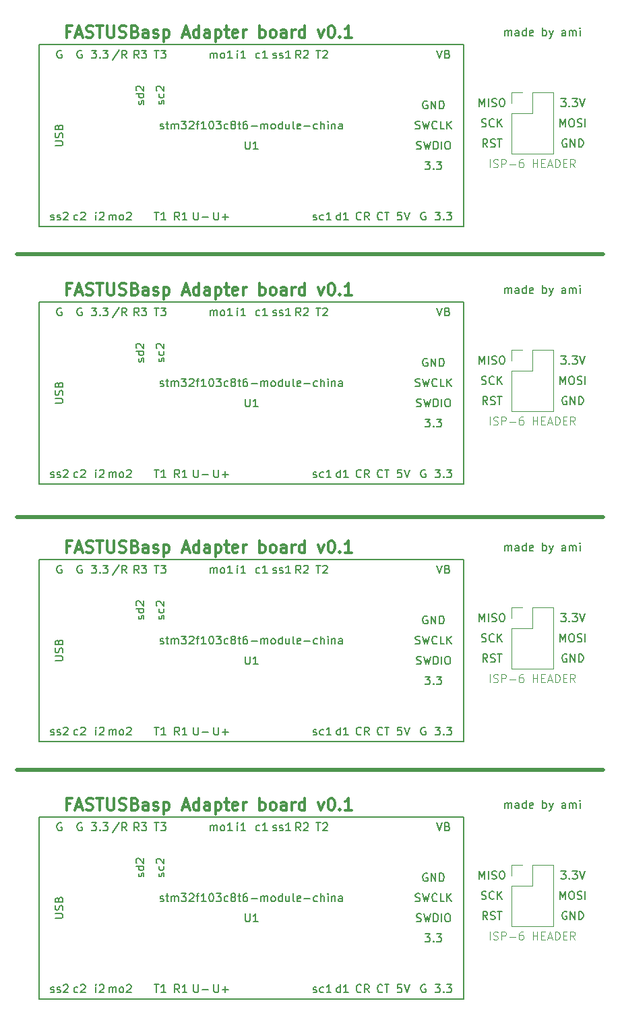
<source format=gto>
G04 #@! TF.FileFunction,Legend,Top*
%FSLAX46Y46*%
G04 Gerber Fmt 4.6, Leading zero omitted, Abs format (unit mm)*
G04 Created by KiCad (PCBNEW 4.0.6) date Tue Apr 18 22:00:09 2017*
%MOMM*%
%LPD*%
G01*
G04 APERTURE LIST*
%ADD10C,0.100000*%
%ADD11C,0.500000*%
%ADD12C,0.200000*%
%ADD13C,0.300000*%
%ADD14C,0.120000*%
%ADD15C,0.150000*%
G04 APERTURE END LIST*
D10*
D11*
X46990000Y-115570000D02*
X120650000Y-115570000D01*
X46990000Y-83820000D02*
X120650000Y-83820000D01*
X46990000Y-50800000D02*
X120650000Y-50800000D01*
D12*
X116078096Y-101100000D02*
X115982858Y-101052381D01*
X115840001Y-101052381D01*
X115697143Y-101100000D01*
X115601905Y-101195238D01*
X115554286Y-101290476D01*
X115506667Y-101480952D01*
X115506667Y-101623810D01*
X115554286Y-101814286D01*
X115601905Y-101909524D01*
X115697143Y-102004762D01*
X115840001Y-102052381D01*
X115935239Y-102052381D01*
X116078096Y-102004762D01*
X116125715Y-101957143D01*
X116125715Y-101623810D01*
X115935239Y-101623810D01*
X116554286Y-102052381D02*
X116554286Y-101052381D01*
X117125715Y-102052381D01*
X117125715Y-101052381D01*
X117601905Y-102052381D02*
X117601905Y-101052381D01*
X117840000Y-101052381D01*
X117982858Y-101100000D01*
X118078096Y-101195238D01*
X118125715Y-101290476D01*
X118173334Y-101480952D01*
X118173334Y-101623810D01*
X118125715Y-101814286D01*
X118078096Y-101909524D01*
X117982858Y-102004762D01*
X117840000Y-102052381D01*
X117601905Y-102052381D01*
X115268572Y-99512381D02*
X115268572Y-98512381D01*
X115601906Y-99226667D01*
X115935239Y-98512381D01*
X115935239Y-99512381D01*
X116601905Y-98512381D02*
X116792382Y-98512381D01*
X116887620Y-98560000D01*
X116982858Y-98655238D01*
X117030477Y-98845714D01*
X117030477Y-99179048D01*
X116982858Y-99369524D01*
X116887620Y-99464762D01*
X116792382Y-99512381D01*
X116601905Y-99512381D01*
X116506667Y-99464762D01*
X116411429Y-99369524D01*
X116363810Y-99179048D01*
X116363810Y-98845714D01*
X116411429Y-98655238D01*
X116506667Y-98560000D01*
X116601905Y-98512381D01*
X117411429Y-99464762D02*
X117554286Y-99512381D01*
X117792382Y-99512381D01*
X117887620Y-99464762D01*
X117935239Y-99417143D01*
X117982858Y-99321905D01*
X117982858Y-99226667D01*
X117935239Y-99131429D01*
X117887620Y-99083810D01*
X117792382Y-99036190D01*
X117601905Y-98988571D01*
X117506667Y-98940952D01*
X117459048Y-98893333D01*
X117411429Y-98798095D01*
X117411429Y-98702857D01*
X117459048Y-98607619D01*
X117506667Y-98560000D01*
X117601905Y-98512381D01*
X117840001Y-98512381D01*
X117982858Y-98560000D01*
X118411429Y-99512381D02*
X118411429Y-98512381D01*
X115363810Y-95972381D02*
X115982858Y-95972381D01*
X115649524Y-96353333D01*
X115792382Y-96353333D01*
X115887620Y-96400952D01*
X115935239Y-96448571D01*
X115982858Y-96543810D01*
X115982858Y-96781905D01*
X115935239Y-96877143D01*
X115887620Y-96924762D01*
X115792382Y-96972381D01*
X115506667Y-96972381D01*
X115411429Y-96924762D01*
X115363810Y-96877143D01*
X116411429Y-96877143D02*
X116459048Y-96924762D01*
X116411429Y-96972381D01*
X116363810Y-96924762D01*
X116411429Y-96877143D01*
X116411429Y-96972381D01*
X116792381Y-95972381D02*
X117411429Y-95972381D01*
X117078095Y-96353333D01*
X117220953Y-96353333D01*
X117316191Y-96400952D01*
X117363810Y-96448571D01*
X117411429Y-96543810D01*
X117411429Y-96781905D01*
X117363810Y-96877143D01*
X117316191Y-96924762D01*
X117220953Y-96972381D01*
X116935238Y-96972381D01*
X116840000Y-96924762D01*
X116792381Y-96877143D01*
X117697143Y-95972381D02*
X118030476Y-96972381D01*
X118363810Y-95972381D01*
D10*
X106450476Y-104592381D02*
X106450476Y-103592381D01*
X106879047Y-104544762D02*
X107021904Y-104592381D01*
X107260000Y-104592381D01*
X107355238Y-104544762D01*
X107402857Y-104497143D01*
X107450476Y-104401905D01*
X107450476Y-104306667D01*
X107402857Y-104211429D01*
X107355238Y-104163810D01*
X107260000Y-104116190D01*
X107069523Y-104068571D01*
X106974285Y-104020952D01*
X106926666Y-103973333D01*
X106879047Y-103878095D01*
X106879047Y-103782857D01*
X106926666Y-103687619D01*
X106974285Y-103640000D01*
X107069523Y-103592381D01*
X107307619Y-103592381D01*
X107450476Y-103640000D01*
X107879047Y-104592381D02*
X107879047Y-103592381D01*
X108260000Y-103592381D01*
X108355238Y-103640000D01*
X108402857Y-103687619D01*
X108450476Y-103782857D01*
X108450476Y-103925714D01*
X108402857Y-104020952D01*
X108355238Y-104068571D01*
X108260000Y-104116190D01*
X107879047Y-104116190D01*
X108879047Y-104211429D02*
X109640952Y-104211429D01*
X110545714Y-103592381D02*
X110355237Y-103592381D01*
X110259999Y-103640000D01*
X110212380Y-103687619D01*
X110117142Y-103830476D01*
X110069523Y-104020952D01*
X110069523Y-104401905D01*
X110117142Y-104497143D01*
X110164761Y-104544762D01*
X110259999Y-104592381D01*
X110450476Y-104592381D01*
X110545714Y-104544762D01*
X110593333Y-104497143D01*
X110640952Y-104401905D01*
X110640952Y-104163810D01*
X110593333Y-104068571D01*
X110545714Y-104020952D01*
X110450476Y-103973333D01*
X110259999Y-103973333D01*
X110164761Y-104020952D01*
X110117142Y-104068571D01*
X110069523Y-104163810D01*
X111831428Y-104592381D02*
X111831428Y-103592381D01*
X111831428Y-104068571D02*
X112402857Y-104068571D01*
X112402857Y-104592381D02*
X112402857Y-103592381D01*
X112879047Y-104068571D02*
X113212381Y-104068571D01*
X113355238Y-104592381D02*
X112879047Y-104592381D01*
X112879047Y-103592381D01*
X113355238Y-103592381D01*
X113736190Y-104306667D02*
X114212381Y-104306667D01*
X113640952Y-104592381D02*
X113974285Y-103592381D01*
X114307619Y-104592381D01*
X114640952Y-104592381D02*
X114640952Y-103592381D01*
X114879047Y-103592381D01*
X115021905Y-103640000D01*
X115117143Y-103735238D01*
X115164762Y-103830476D01*
X115212381Y-104020952D01*
X115212381Y-104163810D01*
X115164762Y-104354286D01*
X115117143Y-104449524D01*
X115021905Y-104544762D01*
X114879047Y-104592381D01*
X114640952Y-104592381D01*
X115640952Y-104068571D02*
X115974286Y-104068571D01*
X116117143Y-104592381D02*
X115640952Y-104592381D01*
X115640952Y-103592381D01*
X116117143Y-103592381D01*
X117117143Y-104592381D02*
X116783809Y-104116190D01*
X116545714Y-104592381D02*
X116545714Y-103592381D01*
X116926667Y-103592381D01*
X117021905Y-103640000D01*
X117069524Y-103687619D01*
X117117143Y-103782857D01*
X117117143Y-103925714D01*
X117069524Y-104020952D01*
X117021905Y-104068571D01*
X116926667Y-104116190D01*
X116545714Y-104116190D01*
D12*
X106132381Y-102052381D02*
X105799047Y-101576190D01*
X105560952Y-102052381D02*
X105560952Y-101052381D01*
X105941905Y-101052381D01*
X106037143Y-101100000D01*
X106084762Y-101147619D01*
X106132381Y-101242857D01*
X106132381Y-101385714D01*
X106084762Y-101480952D01*
X106037143Y-101528571D01*
X105941905Y-101576190D01*
X105560952Y-101576190D01*
X106513333Y-102004762D02*
X106656190Y-102052381D01*
X106894286Y-102052381D01*
X106989524Y-102004762D01*
X107037143Y-101957143D01*
X107084762Y-101861905D01*
X107084762Y-101766667D01*
X107037143Y-101671429D01*
X106989524Y-101623810D01*
X106894286Y-101576190D01*
X106703809Y-101528571D01*
X106608571Y-101480952D01*
X106560952Y-101433333D01*
X106513333Y-101338095D01*
X106513333Y-101242857D01*
X106560952Y-101147619D01*
X106608571Y-101100000D01*
X106703809Y-101052381D01*
X106941905Y-101052381D01*
X107084762Y-101100000D01*
X107370476Y-101052381D02*
X107941905Y-101052381D01*
X107656190Y-102052381D02*
X107656190Y-101052381D01*
X105394286Y-99464762D02*
X105537143Y-99512381D01*
X105775239Y-99512381D01*
X105870477Y-99464762D01*
X105918096Y-99417143D01*
X105965715Y-99321905D01*
X105965715Y-99226667D01*
X105918096Y-99131429D01*
X105870477Y-99083810D01*
X105775239Y-99036190D01*
X105584762Y-98988571D01*
X105489524Y-98940952D01*
X105441905Y-98893333D01*
X105394286Y-98798095D01*
X105394286Y-98702857D01*
X105441905Y-98607619D01*
X105489524Y-98560000D01*
X105584762Y-98512381D01*
X105822858Y-98512381D01*
X105965715Y-98560000D01*
X106965715Y-99417143D02*
X106918096Y-99464762D01*
X106775239Y-99512381D01*
X106680001Y-99512381D01*
X106537143Y-99464762D01*
X106441905Y-99369524D01*
X106394286Y-99274286D01*
X106346667Y-99083810D01*
X106346667Y-98940952D01*
X106394286Y-98750476D01*
X106441905Y-98655238D01*
X106537143Y-98560000D01*
X106680001Y-98512381D01*
X106775239Y-98512381D01*
X106918096Y-98560000D01*
X106965715Y-98607619D01*
X107394286Y-99512381D02*
X107394286Y-98512381D01*
X107965715Y-99512381D02*
X107537143Y-98940952D01*
X107965715Y-98512381D02*
X107394286Y-99083810D01*
X105108572Y-96972381D02*
X105108572Y-95972381D01*
X105441906Y-96686667D01*
X105775239Y-95972381D01*
X105775239Y-96972381D01*
X106251429Y-96972381D02*
X106251429Y-95972381D01*
X106680000Y-96924762D02*
X106822857Y-96972381D01*
X107060953Y-96972381D01*
X107156191Y-96924762D01*
X107203810Y-96877143D01*
X107251429Y-96781905D01*
X107251429Y-96686667D01*
X107203810Y-96591429D01*
X107156191Y-96543810D01*
X107060953Y-96496190D01*
X106870476Y-96448571D01*
X106775238Y-96400952D01*
X106727619Y-96353333D01*
X106680000Y-96258095D01*
X106680000Y-96162857D01*
X106727619Y-96067619D01*
X106775238Y-96020000D01*
X106870476Y-95972381D01*
X107108572Y-95972381D01*
X107251429Y-96020000D01*
X107870476Y-95972381D02*
X108060953Y-95972381D01*
X108156191Y-96020000D01*
X108251429Y-96115238D01*
X108299048Y-96305714D01*
X108299048Y-96639048D01*
X108251429Y-96829524D01*
X108156191Y-96924762D01*
X108060953Y-96972381D01*
X107870476Y-96972381D01*
X107775238Y-96924762D01*
X107680000Y-96829524D01*
X107632381Y-96639048D01*
X107632381Y-96305714D01*
X107680000Y-96115238D01*
X107775238Y-96020000D01*
X107870476Y-95972381D01*
X108315714Y-88082381D02*
X108315714Y-87415714D01*
X108315714Y-87510952D02*
X108363333Y-87463333D01*
X108458571Y-87415714D01*
X108601429Y-87415714D01*
X108696667Y-87463333D01*
X108744286Y-87558571D01*
X108744286Y-88082381D01*
X108744286Y-87558571D02*
X108791905Y-87463333D01*
X108887143Y-87415714D01*
X109030000Y-87415714D01*
X109125238Y-87463333D01*
X109172857Y-87558571D01*
X109172857Y-88082381D01*
X110077619Y-88082381D02*
X110077619Y-87558571D01*
X110030000Y-87463333D01*
X109934762Y-87415714D01*
X109744285Y-87415714D01*
X109649047Y-87463333D01*
X110077619Y-88034762D02*
X109982381Y-88082381D01*
X109744285Y-88082381D01*
X109649047Y-88034762D01*
X109601428Y-87939524D01*
X109601428Y-87844286D01*
X109649047Y-87749048D01*
X109744285Y-87701429D01*
X109982381Y-87701429D01*
X110077619Y-87653810D01*
X110982381Y-88082381D02*
X110982381Y-87082381D01*
X110982381Y-88034762D02*
X110887143Y-88082381D01*
X110696666Y-88082381D01*
X110601428Y-88034762D01*
X110553809Y-87987143D01*
X110506190Y-87891905D01*
X110506190Y-87606190D01*
X110553809Y-87510952D01*
X110601428Y-87463333D01*
X110696666Y-87415714D01*
X110887143Y-87415714D01*
X110982381Y-87463333D01*
X111839524Y-88034762D02*
X111744286Y-88082381D01*
X111553809Y-88082381D01*
X111458571Y-88034762D01*
X111410952Y-87939524D01*
X111410952Y-87558571D01*
X111458571Y-87463333D01*
X111553809Y-87415714D01*
X111744286Y-87415714D01*
X111839524Y-87463333D01*
X111887143Y-87558571D01*
X111887143Y-87653810D01*
X111410952Y-87749048D01*
X113077619Y-88082381D02*
X113077619Y-87082381D01*
X113077619Y-87463333D02*
X113172857Y-87415714D01*
X113363334Y-87415714D01*
X113458572Y-87463333D01*
X113506191Y-87510952D01*
X113553810Y-87606190D01*
X113553810Y-87891905D01*
X113506191Y-87987143D01*
X113458572Y-88034762D01*
X113363334Y-88082381D01*
X113172857Y-88082381D01*
X113077619Y-88034762D01*
X113887143Y-87415714D02*
X114125238Y-88082381D01*
X114363334Y-87415714D02*
X114125238Y-88082381D01*
X114030000Y-88320476D01*
X113982381Y-88368095D01*
X113887143Y-88415714D01*
X115934763Y-88082381D02*
X115934763Y-87558571D01*
X115887144Y-87463333D01*
X115791906Y-87415714D01*
X115601429Y-87415714D01*
X115506191Y-87463333D01*
X115934763Y-88034762D02*
X115839525Y-88082381D01*
X115601429Y-88082381D01*
X115506191Y-88034762D01*
X115458572Y-87939524D01*
X115458572Y-87844286D01*
X115506191Y-87749048D01*
X115601429Y-87701429D01*
X115839525Y-87701429D01*
X115934763Y-87653810D01*
X116410953Y-88082381D02*
X116410953Y-87415714D01*
X116410953Y-87510952D02*
X116458572Y-87463333D01*
X116553810Y-87415714D01*
X116696668Y-87415714D01*
X116791906Y-87463333D01*
X116839525Y-87558571D01*
X116839525Y-88082381D01*
X116839525Y-87558571D02*
X116887144Y-87463333D01*
X116982382Y-87415714D01*
X117125239Y-87415714D01*
X117220477Y-87463333D01*
X117268096Y-87558571D01*
X117268096Y-88082381D01*
X117744286Y-88082381D02*
X117744286Y-87415714D01*
X117744286Y-87082381D02*
X117696667Y-87130000D01*
X117744286Y-87177619D01*
X117791905Y-87130000D01*
X117744286Y-87082381D01*
X117744286Y-87177619D01*
D13*
X53727144Y-87522857D02*
X53227144Y-87522857D01*
X53227144Y-88308571D02*
X53227144Y-86808571D01*
X53941430Y-86808571D01*
X54441429Y-87880000D02*
X55155715Y-87880000D01*
X54298572Y-88308571D02*
X54798572Y-86808571D01*
X55298572Y-88308571D01*
X55727143Y-88237143D02*
X55941429Y-88308571D01*
X56298572Y-88308571D01*
X56441429Y-88237143D01*
X56512858Y-88165714D01*
X56584286Y-88022857D01*
X56584286Y-87880000D01*
X56512858Y-87737143D01*
X56441429Y-87665714D01*
X56298572Y-87594286D01*
X56012858Y-87522857D01*
X55870000Y-87451429D01*
X55798572Y-87380000D01*
X55727143Y-87237143D01*
X55727143Y-87094286D01*
X55798572Y-86951429D01*
X55870000Y-86880000D01*
X56012858Y-86808571D01*
X56370000Y-86808571D01*
X56584286Y-86880000D01*
X57012857Y-86808571D02*
X57870000Y-86808571D01*
X57441429Y-88308571D02*
X57441429Y-86808571D01*
X58370000Y-86808571D02*
X58370000Y-88022857D01*
X58441428Y-88165714D01*
X58512857Y-88237143D01*
X58655714Y-88308571D01*
X58941428Y-88308571D01*
X59084286Y-88237143D01*
X59155714Y-88165714D01*
X59227143Y-88022857D01*
X59227143Y-86808571D01*
X59870000Y-88237143D02*
X60084286Y-88308571D01*
X60441429Y-88308571D01*
X60584286Y-88237143D01*
X60655715Y-88165714D01*
X60727143Y-88022857D01*
X60727143Y-87880000D01*
X60655715Y-87737143D01*
X60584286Y-87665714D01*
X60441429Y-87594286D01*
X60155715Y-87522857D01*
X60012857Y-87451429D01*
X59941429Y-87380000D01*
X59870000Y-87237143D01*
X59870000Y-87094286D01*
X59941429Y-86951429D01*
X60012857Y-86880000D01*
X60155715Y-86808571D01*
X60512857Y-86808571D01*
X60727143Y-86880000D01*
X61870000Y-87522857D02*
X62084286Y-87594286D01*
X62155714Y-87665714D01*
X62227143Y-87808571D01*
X62227143Y-88022857D01*
X62155714Y-88165714D01*
X62084286Y-88237143D01*
X61941428Y-88308571D01*
X61370000Y-88308571D01*
X61370000Y-86808571D01*
X61870000Y-86808571D01*
X62012857Y-86880000D01*
X62084286Y-86951429D01*
X62155714Y-87094286D01*
X62155714Y-87237143D01*
X62084286Y-87380000D01*
X62012857Y-87451429D01*
X61870000Y-87522857D01*
X61370000Y-87522857D01*
X63512857Y-88308571D02*
X63512857Y-87522857D01*
X63441428Y-87380000D01*
X63298571Y-87308571D01*
X63012857Y-87308571D01*
X62870000Y-87380000D01*
X63512857Y-88237143D02*
X63370000Y-88308571D01*
X63012857Y-88308571D01*
X62870000Y-88237143D01*
X62798571Y-88094286D01*
X62798571Y-87951429D01*
X62870000Y-87808571D01*
X63012857Y-87737143D01*
X63370000Y-87737143D01*
X63512857Y-87665714D01*
X64155714Y-88237143D02*
X64298571Y-88308571D01*
X64584286Y-88308571D01*
X64727143Y-88237143D01*
X64798571Y-88094286D01*
X64798571Y-88022857D01*
X64727143Y-87880000D01*
X64584286Y-87808571D01*
X64370000Y-87808571D01*
X64227143Y-87737143D01*
X64155714Y-87594286D01*
X64155714Y-87522857D01*
X64227143Y-87380000D01*
X64370000Y-87308571D01*
X64584286Y-87308571D01*
X64727143Y-87380000D01*
X65441429Y-87308571D02*
X65441429Y-88808571D01*
X65441429Y-87380000D02*
X65584286Y-87308571D01*
X65870000Y-87308571D01*
X66012857Y-87380000D01*
X66084286Y-87451429D01*
X66155715Y-87594286D01*
X66155715Y-88022857D01*
X66084286Y-88165714D01*
X66012857Y-88237143D01*
X65870000Y-88308571D01*
X65584286Y-88308571D01*
X65441429Y-88237143D01*
X67870000Y-87880000D02*
X68584286Y-87880000D01*
X67727143Y-88308571D02*
X68227143Y-86808571D01*
X68727143Y-88308571D01*
X69870000Y-88308571D02*
X69870000Y-86808571D01*
X69870000Y-88237143D02*
X69727143Y-88308571D01*
X69441429Y-88308571D01*
X69298571Y-88237143D01*
X69227143Y-88165714D01*
X69155714Y-88022857D01*
X69155714Y-87594286D01*
X69227143Y-87451429D01*
X69298571Y-87380000D01*
X69441429Y-87308571D01*
X69727143Y-87308571D01*
X69870000Y-87380000D01*
X71227143Y-88308571D02*
X71227143Y-87522857D01*
X71155714Y-87380000D01*
X71012857Y-87308571D01*
X70727143Y-87308571D01*
X70584286Y-87380000D01*
X71227143Y-88237143D02*
X71084286Y-88308571D01*
X70727143Y-88308571D01*
X70584286Y-88237143D01*
X70512857Y-88094286D01*
X70512857Y-87951429D01*
X70584286Y-87808571D01*
X70727143Y-87737143D01*
X71084286Y-87737143D01*
X71227143Y-87665714D01*
X71941429Y-87308571D02*
X71941429Y-88808571D01*
X71941429Y-87380000D02*
X72084286Y-87308571D01*
X72370000Y-87308571D01*
X72512857Y-87380000D01*
X72584286Y-87451429D01*
X72655715Y-87594286D01*
X72655715Y-88022857D01*
X72584286Y-88165714D01*
X72512857Y-88237143D01*
X72370000Y-88308571D01*
X72084286Y-88308571D01*
X71941429Y-88237143D01*
X73084286Y-87308571D02*
X73655715Y-87308571D01*
X73298572Y-86808571D02*
X73298572Y-88094286D01*
X73370000Y-88237143D01*
X73512858Y-88308571D01*
X73655715Y-88308571D01*
X74727143Y-88237143D02*
X74584286Y-88308571D01*
X74298572Y-88308571D01*
X74155715Y-88237143D01*
X74084286Y-88094286D01*
X74084286Y-87522857D01*
X74155715Y-87380000D01*
X74298572Y-87308571D01*
X74584286Y-87308571D01*
X74727143Y-87380000D01*
X74798572Y-87522857D01*
X74798572Y-87665714D01*
X74084286Y-87808571D01*
X75441429Y-88308571D02*
X75441429Y-87308571D01*
X75441429Y-87594286D02*
X75512857Y-87451429D01*
X75584286Y-87380000D01*
X75727143Y-87308571D01*
X75870000Y-87308571D01*
X77512857Y-88308571D02*
X77512857Y-86808571D01*
X77512857Y-87380000D02*
X77655714Y-87308571D01*
X77941428Y-87308571D01*
X78084285Y-87380000D01*
X78155714Y-87451429D01*
X78227143Y-87594286D01*
X78227143Y-88022857D01*
X78155714Y-88165714D01*
X78084285Y-88237143D01*
X77941428Y-88308571D01*
X77655714Y-88308571D01*
X77512857Y-88237143D01*
X79084286Y-88308571D02*
X78941428Y-88237143D01*
X78870000Y-88165714D01*
X78798571Y-88022857D01*
X78798571Y-87594286D01*
X78870000Y-87451429D01*
X78941428Y-87380000D01*
X79084286Y-87308571D01*
X79298571Y-87308571D01*
X79441428Y-87380000D01*
X79512857Y-87451429D01*
X79584286Y-87594286D01*
X79584286Y-88022857D01*
X79512857Y-88165714D01*
X79441428Y-88237143D01*
X79298571Y-88308571D01*
X79084286Y-88308571D01*
X80870000Y-88308571D02*
X80870000Y-87522857D01*
X80798571Y-87380000D01*
X80655714Y-87308571D01*
X80370000Y-87308571D01*
X80227143Y-87380000D01*
X80870000Y-88237143D02*
X80727143Y-88308571D01*
X80370000Y-88308571D01*
X80227143Y-88237143D01*
X80155714Y-88094286D01*
X80155714Y-87951429D01*
X80227143Y-87808571D01*
X80370000Y-87737143D01*
X80727143Y-87737143D01*
X80870000Y-87665714D01*
X81584286Y-88308571D02*
X81584286Y-87308571D01*
X81584286Y-87594286D02*
X81655714Y-87451429D01*
X81727143Y-87380000D01*
X81870000Y-87308571D01*
X82012857Y-87308571D01*
X83155714Y-88308571D02*
X83155714Y-86808571D01*
X83155714Y-88237143D02*
X83012857Y-88308571D01*
X82727143Y-88308571D01*
X82584285Y-88237143D01*
X82512857Y-88165714D01*
X82441428Y-88022857D01*
X82441428Y-87594286D01*
X82512857Y-87451429D01*
X82584285Y-87380000D01*
X82727143Y-87308571D01*
X83012857Y-87308571D01*
X83155714Y-87380000D01*
X84870000Y-87308571D02*
X85227143Y-88308571D01*
X85584285Y-87308571D01*
X86441428Y-86808571D02*
X86584285Y-86808571D01*
X86727142Y-86880000D01*
X86798571Y-86951429D01*
X86870000Y-87094286D01*
X86941428Y-87380000D01*
X86941428Y-87737143D01*
X86870000Y-88022857D01*
X86798571Y-88165714D01*
X86727142Y-88237143D01*
X86584285Y-88308571D01*
X86441428Y-88308571D01*
X86298571Y-88237143D01*
X86227142Y-88165714D01*
X86155714Y-88022857D01*
X86084285Y-87737143D01*
X86084285Y-87380000D01*
X86155714Y-87094286D01*
X86227142Y-86951429D01*
X86298571Y-86880000D01*
X86441428Y-86808571D01*
X87584285Y-88165714D02*
X87655713Y-88237143D01*
X87584285Y-88308571D01*
X87512856Y-88237143D01*
X87584285Y-88165714D01*
X87584285Y-88308571D01*
X89084285Y-88308571D02*
X88227142Y-88308571D01*
X88655714Y-88308571D02*
X88655714Y-86808571D01*
X88512857Y-87022857D01*
X88369999Y-87165714D01*
X88227142Y-87237143D01*
D12*
X116078096Y-133440000D02*
X115982858Y-133392381D01*
X115840001Y-133392381D01*
X115697143Y-133440000D01*
X115601905Y-133535238D01*
X115554286Y-133630476D01*
X115506667Y-133820952D01*
X115506667Y-133963810D01*
X115554286Y-134154286D01*
X115601905Y-134249524D01*
X115697143Y-134344762D01*
X115840001Y-134392381D01*
X115935239Y-134392381D01*
X116078096Y-134344762D01*
X116125715Y-134297143D01*
X116125715Y-133963810D01*
X115935239Y-133963810D01*
X116554286Y-134392381D02*
X116554286Y-133392381D01*
X117125715Y-134392381D01*
X117125715Y-133392381D01*
X117601905Y-134392381D02*
X117601905Y-133392381D01*
X117840000Y-133392381D01*
X117982858Y-133440000D01*
X118078096Y-133535238D01*
X118125715Y-133630476D01*
X118173334Y-133820952D01*
X118173334Y-133963810D01*
X118125715Y-134154286D01*
X118078096Y-134249524D01*
X117982858Y-134344762D01*
X117840000Y-134392381D01*
X117601905Y-134392381D01*
X115268572Y-131852381D02*
X115268572Y-130852381D01*
X115601906Y-131566667D01*
X115935239Y-130852381D01*
X115935239Y-131852381D01*
X116601905Y-130852381D02*
X116792382Y-130852381D01*
X116887620Y-130900000D01*
X116982858Y-130995238D01*
X117030477Y-131185714D01*
X117030477Y-131519048D01*
X116982858Y-131709524D01*
X116887620Y-131804762D01*
X116792382Y-131852381D01*
X116601905Y-131852381D01*
X116506667Y-131804762D01*
X116411429Y-131709524D01*
X116363810Y-131519048D01*
X116363810Y-131185714D01*
X116411429Y-130995238D01*
X116506667Y-130900000D01*
X116601905Y-130852381D01*
X117411429Y-131804762D02*
X117554286Y-131852381D01*
X117792382Y-131852381D01*
X117887620Y-131804762D01*
X117935239Y-131757143D01*
X117982858Y-131661905D01*
X117982858Y-131566667D01*
X117935239Y-131471429D01*
X117887620Y-131423810D01*
X117792382Y-131376190D01*
X117601905Y-131328571D01*
X117506667Y-131280952D01*
X117459048Y-131233333D01*
X117411429Y-131138095D01*
X117411429Y-131042857D01*
X117459048Y-130947619D01*
X117506667Y-130900000D01*
X117601905Y-130852381D01*
X117840001Y-130852381D01*
X117982858Y-130900000D01*
X118411429Y-131852381D02*
X118411429Y-130852381D01*
X115363810Y-128312381D02*
X115982858Y-128312381D01*
X115649524Y-128693333D01*
X115792382Y-128693333D01*
X115887620Y-128740952D01*
X115935239Y-128788571D01*
X115982858Y-128883810D01*
X115982858Y-129121905D01*
X115935239Y-129217143D01*
X115887620Y-129264762D01*
X115792382Y-129312381D01*
X115506667Y-129312381D01*
X115411429Y-129264762D01*
X115363810Y-129217143D01*
X116411429Y-129217143D02*
X116459048Y-129264762D01*
X116411429Y-129312381D01*
X116363810Y-129264762D01*
X116411429Y-129217143D01*
X116411429Y-129312381D01*
X116792381Y-128312381D02*
X117411429Y-128312381D01*
X117078095Y-128693333D01*
X117220953Y-128693333D01*
X117316191Y-128740952D01*
X117363810Y-128788571D01*
X117411429Y-128883810D01*
X117411429Y-129121905D01*
X117363810Y-129217143D01*
X117316191Y-129264762D01*
X117220953Y-129312381D01*
X116935238Y-129312381D01*
X116840000Y-129264762D01*
X116792381Y-129217143D01*
X117697143Y-128312381D02*
X118030476Y-129312381D01*
X118363810Y-128312381D01*
D10*
X106450476Y-136932381D02*
X106450476Y-135932381D01*
X106879047Y-136884762D02*
X107021904Y-136932381D01*
X107260000Y-136932381D01*
X107355238Y-136884762D01*
X107402857Y-136837143D01*
X107450476Y-136741905D01*
X107450476Y-136646667D01*
X107402857Y-136551429D01*
X107355238Y-136503810D01*
X107260000Y-136456190D01*
X107069523Y-136408571D01*
X106974285Y-136360952D01*
X106926666Y-136313333D01*
X106879047Y-136218095D01*
X106879047Y-136122857D01*
X106926666Y-136027619D01*
X106974285Y-135980000D01*
X107069523Y-135932381D01*
X107307619Y-135932381D01*
X107450476Y-135980000D01*
X107879047Y-136932381D02*
X107879047Y-135932381D01*
X108260000Y-135932381D01*
X108355238Y-135980000D01*
X108402857Y-136027619D01*
X108450476Y-136122857D01*
X108450476Y-136265714D01*
X108402857Y-136360952D01*
X108355238Y-136408571D01*
X108260000Y-136456190D01*
X107879047Y-136456190D01*
X108879047Y-136551429D02*
X109640952Y-136551429D01*
X110545714Y-135932381D02*
X110355237Y-135932381D01*
X110259999Y-135980000D01*
X110212380Y-136027619D01*
X110117142Y-136170476D01*
X110069523Y-136360952D01*
X110069523Y-136741905D01*
X110117142Y-136837143D01*
X110164761Y-136884762D01*
X110259999Y-136932381D01*
X110450476Y-136932381D01*
X110545714Y-136884762D01*
X110593333Y-136837143D01*
X110640952Y-136741905D01*
X110640952Y-136503810D01*
X110593333Y-136408571D01*
X110545714Y-136360952D01*
X110450476Y-136313333D01*
X110259999Y-136313333D01*
X110164761Y-136360952D01*
X110117142Y-136408571D01*
X110069523Y-136503810D01*
X111831428Y-136932381D02*
X111831428Y-135932381D01*
X111831428Y-136408571D02*
X112402857Y-136408571D01*
X112402857Y-136932381D02*
X112402857Y-135932381D01*
X112879047Y-136408571D02*
X113212381Y-136408571D01*
X113355238Y-136932381D02*
X112879047Y-136932381D01*
X112879047Y-135932381D01*
X113355238Y-135932381D01*
X113736190Y-136646667D02*
X114212381Y-136646667D01*
X113640952Y-136932381D02*
X113974285Y-135932381D01*
X114307619Y-136932381D01*
X114640952Y-136932381D02*
X114640952Y-135932381D01*
X114879047Y-135932381D01*
X115021905Y-135980000D01*
X115117143Y-136075238D01*
X115164762Y-136170476D01*
X115212381Y-136360952D01*
X115212381Y-136503810D01*
X115164762Y-136694286D01*
X115117143Y-136789524D01*
X115021905Y-136884762D01*
X114879047Y-136932381D01*
X114640952Y-136932381D01*
X115640952Y-136408571D02*
X115974286Y-136408571D01*
X116117143Y-136932381D02*
X115640952Y-136932381D01*
X115640952Y-135932381D01*
X116117143Y-135932381D01*
X117117143Y-136932381D02*
X116783809Y-136456190D01*
X116545714Y-136932381D02*
X116545714Y-135932381D01*
X116926667Y-135932381D01*
X117021905Y-135980000D01*
X117069524Y-136027619D01*
X117117143Y-136122857D01*
X117117143Y-136265714D01*
X117069524Y-136360952D01*
X117021905Y-136408571D01*
X116926667Y-136456190D01*
X116545714Y-136456190D01*
D12*
X106132381Y-134392381D02*
X105799047Y-133916190D01*
X105560952Y-134392381D02*
X105560952Y-133392381D01*
X105941905Y-133392381D01*
X106037143Y-133440000D01*
X106084762Y-133487619D01*
X106132381Y-133582857D01*
X106132381Y-133725714D01*
X106084762Y-133820952D01*
X106037143Y-133868571D01*
X105941905Y-133916190D01*
X105560952Y-133916190D01*
X106513333Y-134344762D02*
X106656190Y-134392381D01*
X106894286Y-134392381D01*
X106989524Y-134344762D01*
X107037143Y-134297143D01*
X107084762Y-134201905D01*
X107084762Y-134106667D01*
X107037143Y-134011429D01*
X106989524Y-133963810D01*
X106894286Y-133916190D01*
X106703809Y-133868571D01*
X106608571Y-133820952D01*
X106560952Y-133773333D01*
X106513333Y-133678095D01*
X106513333Y-133582857D01*
X106560952Y-133487619D01*
X106608571Y-133440000D01*
X106703809Y-133392381D01*
X106941905Y-133392381D01*
X107084762Y-133440000D01*
X107370476Y-133392381D02*
X107941905Y-133392381D01*
X107656190Y-134392381D02*
X107656190Y-133392381D01*
X105394286Y-131804762D02*
X105537143Y-131852381D01*
X105775239Y-131852381D01*
X105870477Y-131804762D01*
X105918096Y-131757143D01*
X105965715Y-131661905D01*
X105965715Y-131566667D01*
X105918096Y-131471429D01*
X105870477Y-131423810D01*
X105775239Y-131376190D01*
X105584762Y-131328571D01*
X105489524Y-131280952D01*
X105441905Y-131233333D01*
X105394286Y-131138095D01*
X105394286Y-131042857D01*
X105441905Y-130947619D01*
X105489524Y-130900000D01*
X105584762Y-130852381D01*
X105822858Y-130852381D01*
X105965715Y-130900000D01*
X106965715Y-131757143D02*
X106918096Y-131804762D01*
X106775239Y-131852381D01*
X106680001Y-131852381D01*
X106537143Y-131804762D01*
X106441905Y-131709524D01*
X106394286Y-131614286D01*
X106346667Y-131423810D01*
X106346667Y-131280952D01*
X106394286Y-131090476D01*
X106441905Y-130995238D01*
X106537143Y-130900000D01*
X106680001Y-130852381D01*
X106775239Y-130852381D01*
X106918096Y-130900000D01*
X106965715Y-130947619D01*
X107394286Y-131852381D02*
X107394286Y-130852381D01*
X107965715Y-131852381D02*
X107537143Y-131280952D01*
X107965715Y-130852381D02*
X107394286Y-131423810D01*
X105108572Y-129312381D02*
X105108572Y-128312381D01*
X105441906Y-129026667D01*
X105775239Y-128312381D01*
X105775239Y-129312381D01*
X106251429Y-129312381D02*
X106251429Y-128312381D01*
X106680000Y-129264762D02*
X106822857Y-129312381D01*
X107060953Y-129312381D01*
X107156191Y-129264762D01*
X107203810Y-129217143D01*
X107251429Y-129121905D01*
X107251429Y-129026667D01*
X107203810Y-128931429D01*
X107156191Y-128883810D01*
X107060953Y-128836190D01*
X106870476Y-128788571D01*
X106775238Y-128740952D01*
X106727619Y-128693333D01*
X106680000Y-128598095D01*
X106680000Y-128502857D01*
X106727619Y-128407619D01*
X106775238Y-128360000D01*
X106870476Y-128312381D01*
X107108572Y-128312381D01*
X107251429Y-128360000D01*
X107870476Y-128312381D02*
X108060953Y-128312381D01*
X108156191Y-128360000D01*
X108251429Y-128455238D01*
X108299048Y-128645714D01*
X108299048Y-128979048D01*
X108251429Y-129169524D01*
X108156191Y-129264762D01*
X108060953Y-129312381D01*
X107870476Y-129312381D01*
X107775238Y-129264762D01*
X107680000Y-129169524D01*
X107632381Y-128979048D01*
X107632381Y-128645714D01*
X107680000Y-128455238D01*
X107775238Y-128360000D01*
X107870476Y-128312381D01*
X108315714Y-120422381D02*
X108315714Y-119755714D01*
X108315714Y-119850952D02*
X108363333Y-119803333D01*
X108458571Y-119755714D01*
X108601429Y-119755714D01*
X108696667Y-119803333D01*
X108744286Y-119898571D01*
X108744286Y-120422381D01*
X108744286Y-119898571D02*
X108791905Y-119803333D01*
X108887143Y-119755714D01*
X109030000Y-119755714D01*
X109125238Y-119803333D01*
X109172857Y-119898571D01*
X109172857Y-120422381D01*
X110077619Y-120422381D02*
X110077619Y-119898571D01*
X110030000Y-119803333D01*
X109934762Y-119755714D01*
X109744285Y-119755714D01*
X109649047Y-119803333D01*
X110077619Y-120374762D02*
X109982381Y-120422381D01*
X109744285Y-120422381D01*
X109649047Y-120374762D01*
X109601428Y-120279524D01*
X109601428Y-120184286D01*
X109649047Y-120089048D01*
X109744285Y-120041429D01*
X109982381Y-120041429D01*
X110077619Y-119993810D01*
X110982381Y-120422381D02*
X110982381Y-119422381D01*
X110982381Y-120374762D02*
X110887143Y-120422381D01*
X110696666Y-120422381D01*
X110601428Y-120374762D01*
X110553809Y-120327143D01*
X110506190Y-120231905D01*
X110506190Y-119946190D01*
X110553809Y-119850952D01*
X110601428Y-119803333D01*
X110696666Y-119755714D01*
X110887143Y-119755714D01*
X110982381Y-119803333D01*
X111839524Y-120374762D02*
X111744286Y-120422381D01*
X111553809Y-120422381D01*
X111458571Y-120374762D01*
X111410952Y-120279524D01*
X111410952Y-119898571D01*
X111458571Y-119803333D01*
X111553809Y-119755714D01*
X111744286Y-119755714D01*
X111839524Y-119803333D01*
X111887143Y-119898571D01*
X111887143Y-119993810D01*
X111410952Y-120089048D01*
X113077619Y-120422381D02*
X113077619Y-119422381D01*
X113077619Y-119803333D02*
X113172857Y-119755714D01*
X113363334Y-119755714D01*
X113458572Y-119803333D01*
X113506191Y-119850952D01*
X113553810Y-119946190D01*
X113553810Y-120231905D01*
X113506191Y-120327143D01*
X113458572Y-120374762D01*
X113363334Y-120422381D01*
X113172857Y-120422381D01*
X113077619Y-120374762D01*
X113887143Y-119755714D02*
X114125238Y-120422381D01*
X114363334Y-119755714D02*
X114125238Y-120422381D01*
X114030000Y-120660476D01*
X113982381Y-120708095D01*
X113887143Y-120755714D01*
X115934763Y-120422381D02*
X115934763Y-119898571D01*
X115887144Y-119803333D01*
X115791906Y-119755714D01*
X115601429Y-119755714D01*
X115506191Y-119803333D01*
X115934763Y-120374762D02*
X115839525Y-120422381D01*
X115601429Y-120422381D01*
X115506191Y-120374762D01*
X115458572Y-120279524D01*
X115458572Y-120184286D01*
X115506191Y-120089048D01*
X115601429Y-120041429D01*
X115839525Y-120041429D01*
X115934763Y-119993810D01*
X116410953Y-120422381D02*
X116410953Y-119755714D01*
X116410953Y-119850952D02*
X116458572Y-119803333D01*
X116553810Y-119755714D01*
X116696668Y-119755714D01*
X116791906Y-119803333D01*
X116839525Y-119898571D01*
X116839525Y-120422381D01*
X116839525Y-119898571D02*
X116887144Y-119803333D01*
X116982382Y-119755714D01*
X117125239Y-119755714D01*
X117220477Y-119803333D01*
X117268096Y-119898571D01*
X117268096Y-120422381D01*
X117744286Y-120422381D02*
X117744286Y-119755714D01*
X117744286Y-119422381D02*
X117696667Y-119470000D01*
X117744286Y-119517619D01*
X117791905Y-119470000D01*
X117744286Y-119422381D01*
X117744286Y-119517619D01*
D13*
X53727144Y-119862857D02*
X53227144Y-119862857D01*
X53227144Y-120648571D02*
X53227144Y-119148571D01*
X53941430Y-119148571D01*
X54441429Y-120220000D02*
X55155715Y-120220000D01*
X54298572Y-120648571D02*
X54798572Y-119148571D01*
X55298572Y-120648571D01*
X55727143Y-120577143D02*
X55941429Y-120648571D01*
X56298572Y-120648571D01*
X56441429Y-120577143D01*
X56512858Y-120505714D01*
X56584286Y-120362857D01*
X56584286Y-120220000D01*
X56512858Y-120077143D01*
X56441429Y-120005714D01*
X56298572Y-119934286D01*
X56012858Y-119862857D01*
X55870000Y-119791429D01*
X55798572Y-119720000D01*
X55727143Y-119577143D01*
X55727143Y-119434286D01*
X55798572Y-119291429D01*
X55870000Y-119220000D01*
X56012858Y-119148571D01*
X56370000Y-119148571D01*
X56584286Y-119220000D01*
X57012857Y-119148571D02*
X57870000Y-119148571D01*
X57441429Y-120648571D02*
X57441429Y-119148571D01*
X58370000Y-119148571D02*
X58370000Y-120362857D01*
X58441428Y-120505714D01*
X58512857Y-120577143D01*
X58655714Y-120648571D01*
X58941428Y-120648571D01*
X59084286Y-120577143D01*
X59155714Y-120505714D01*
X59227143Y-120362857D01*
X59227143Y-119148571D01*
X59870000Y-120577143D02*
X60084286Y-120648571D01*
X60441429Y-120648571D01*
X60584286Y-120577143D01*
X60655715Y-120505714D01*
X60727143Y-120362857D01*
X60727143Y-120220000D01*
X60655715Y-120077143D01*
X60584286Y-120005714D01*
X60441429Y-119934286D01*
X60155715Y-119862857D01*
X60012857Y-119791429D01*
X59941429Y-119720000D01*
X59870000Y-119577143D01*
X59870000Y-119434286D01*
X59941429Y-119291429D01*
X60012857Y-119220000D01*
X60155715Y-119148571D01*
X60512857Y-119148571D01*
X60727143Y-119220000D01*
X61870000Y-119862857D02*
X62084286Y-119934286D01*
X62155714Y-120005714D01*
X62227143Y-120148571D01*
X62227143Y-120362857D01*
X62155714Y-120505714D01*
X62084286Y-120577143D01*
X61941428Y-120648571D01*
X61370000Y-120648571D01*
X61370000Y-119148571D01*
X61870000Y-119148571D01*
X62012857Y-119220000D01*
X62084286Y-119291429D01*
X62155714Y-119434286D01*
X62155714Y-119577143D01*
X62084286Y-119720000D01*
X62012857Y-119791429D01*
X61870000Y-119862857D01*
X61370000Y-119862857D01*
X63512857Y-120648571D02*
X63512857Y-119862857D01*
X63441428Y-119720000D01*
X63298571Y-119648571D01*
X63012857Y-119648571D01*
X62870000Y-119720000D01*
X63512857Y-120577143D02*
X63370000Y-120648571D01*
X63012857Y-120648571D01*
X62870000Y-120577143D01*
X62798571Y-120434286D01*
X62798571Y-120291429D01*
X62870000Y-120148571D01*
X63012857Y-120077143D01*
X63370000Y-120077143D01*
X63512857Y-120005714D01*
X64155714Y-120577143D02*
X64298571Y-120648571D01*
X64584286Y-120648571D01*
X64727143Y-120577143D01*
X64798571Y-120434286D01*
X64798571Y-120362857D01*
X64727143Y-120220000D01*
X64584286Y-120148571D01*
X64370000Y-120148571D01*
X64227143Y-120077143D01*
X64155714Y-119934286D01*
X64155714Y-119862857D01*
X64227143Y-119720000D01*
X64370000Y-119648571D01*
X64584286Y-119648571D01*
X64727143Y-119720000D01*
X65441429Y-119648571D02*
X65441429Y-121148571D01*
X65441429Y-119720000D02*
X65584286Y-119648571D01*
X65870000Y-119648571D01*
X66012857Y-119720000D01*
X66084286Y-119791429D01*
X66155715Y-119934286D01*
X66155715Y-120362857D01*
X66084286Y-120505714D01*
X66012857Y-120577143D01*
X65870000Y-120648571D01*
X65584286Y-120648571D01*
X65441429Y-120577143D01*
X67870000Y-120220000D02*
X68584286Y-120220000D01*
X67727143Y-120648571D02*
X68227143Y-119148571D01*
X68727143Y-120648571D01*
X69870000Y-120648571D02*
X69870000Y-119148571D01*
X69870000Y-120577143D02*
X69727143Y-120648571D01*
X69441429Y-120648571D01*
X69298571Y-120577143D01*
X69227143Y-120505714D01*
X69155714Y-120362857D01*
X69155714Y-119934286D01*
X69227143Y-119791429D01*
X69298571Y-119720000D01*
X69441429Y-119648571D01*
X69727143Y-119648571D01*
X69870000Y-119720000D01*
X71227143Y-120648571D02*
X71227143Y-119862857D01*
X71155714Y-119720000D01*
X71012857Y-119648571D01*
X70727143Y-119648571D01*
X70584286Y-119720000D01*
X71227143Y-120577143D02*
X71084286Y-120648571D01*
X70727143Y-120648571D01*
X70584286Y-120577143D01*
X70512857Y-120434286D01*
X70512857Y-120291429D01*
X70584286Y-120148571D01*
X70727143Y-120077143D01*
X71084286Y-120077143D01*
X71227143Y-120005714D01*
X71941429Y-119648571D02*
X71941429Y-121148571D01*
X71941429Y-119720000D02*
X72084286Y-119648571D01*
X72370000Y-119648571D01*
X72512857Y-119720000D01*
X72584286Y-119791429D01*
X72655715Y-119934286D01*
X72655715Y-120362857D01*
X72584286Y-120505714D01*
X72512857Y-120577143D01*
X72370000Y-120648571D01*
X72084286Y-120648571D01*
X71941429Y-120577143D01*
X73084286Y-119648571D02*
X73655715Y-119648571D01*
X73298572Y-119148571D02*
X73298572Y-120434286D01*
X73370000Y-120577143D01*
X73512858Y-120648571D01*
X73655715Y-120648571D01*
X74727143Y-120577143D02*
X74584286Y-120648571D01*
X74298572Y-120648571D01*
X74155715Y-120577143D01*
X74084286Y-120434286D01*
X74084286Y-119862857D01*
X74155715Y-119720000D01*
X74298572Y-119648571D01*
X74584286Y-119648571D01*
X74727143Y-119720000D01*
X74798572Y-119862857D01*
X74798572Y-120005714D01*
X74084286Y-120148571D01*
X75441429Y-120648571D02*
X75441429Y-119648571D01*
X75441429Y-119934286D02*
X75512857Y-119791429D01*
X75584286Y-119720000D01*
X75727143Y-119648571D01*
X75870000Y-119648571D01*
X77512857Y-120648571D02*
X77512857Y-119148571D01*
X77512857Y-119720000D02*
X77655714Y-119648571D01*
X77941428Y-119648571D01*
X78084285Y-119720000D01*
X78155714Y-119791429D01*
X78227143Y-119934286D01*
X78227143Y-120362857D01*
X78155714Y-120505714D01*
X78084285Y-120577143D01*
X77941428Y-120648571D01*
X77655714Y-120648571D01*
X77512857Y-120577143D01*
X79084286Y-120648571D02*
X78941428Y-120577143D01*
X78870000Y-120505714D01*
X78798571Y-120362857D01*
X78798571Y-119934286D01*
X78870000Y-119791429D01*
X78941428Y-119720000D01*
X79084286Y-119648571D01*
X79298571Y-119648571D01*
X79441428Y-119720000D01*
X79512857Y-119791429D01*
X79584286Y-119934286D01*
X79584286Y-120362857D01*
X79512857Y-120505714D01*
X79441428Y-120577143D01*
X79298571Y-120648571D01*
X79084286Y-120648571D01*
X80870000Y-120648571D02*
X80870000Y-119862857D01*
X80798571Y-119720000D01*
X80655714Y-119648571D01*
X80370000Y-119648571D01*
X80227143Y-119720000D01*
X80870000Y-120577143D02*
X80727143Y-120648571D01*
X80370000Y-120648571D01*
X80227143Y-120577143D01*
X80155714Y-120434286D01*
X80155714Y-120291429D01*
X80227143Y-120148571D01*
X80370000Y-120077143D01*
X80727143Y-120077143D01*
X80870000Y-120005714D01*
X81584286Y-120648571D02*
X81584286Y-119648571D01*
X81584286Y-119934286D02*
X81655714Y-119791429D01*
X81727143Y-119720000D01*
X81870000Y-119648571D01*
X82012857Y-119648571D01*
X83155714Y-120648571D02*
X83155714Y-119148571D01*
X83155714Y-120577143D02*
X83012857Y-120648571D01*
X82727143Y-120648571D01*
X82584285Y-120577143D01*
X82512857Y-120505714D01*
X82441428Y-120362857D01*
X82441428Y-119934286D01*
X82512857Y-119791429D01*
X82584285Y-119720000D01*
X82727143Y-119648571D01*
X83012857Y-119648571D01*
X83155714Y-119720000D01*
X84870000Y-119648571D02*
X85227143Y-120648571D01*
X85584285Y-119648571D01*
X86441428Y-119148571D02*
X86584285Y-119148571D01*
X86727142Y-119220000D01*
X86798571Y-119291429D01*
X86870000Y-119434286D01*
X86941428Y-119720000D01*
X86941428Y-120077143D01*
X86870000Y-120362857D01*
X86798571Y-120505714D01*
X86727142Y-120577143D01*
X86584285Y-120648571D01*
X86441428Y-120648571D01*
X86298571Y-120577143D01*
X86227142Y-120505714D01*
X86155714Y-120362857D01*
X86084285Y-120077143D01*
X86084285Y-119720000D01*
X86155714Y-119434286D01*
X86227142Y-119291429D01*
X86298571Y-119220000D01*
X86441428Y-119148571D01*
X87584285Y-120505714D02*
X87655713Y-120577143D01*
X87584285Y-120648571D01*
X87512856Y-120577143D01*
X87584285Y-120505714D01*
X87584285Y-120648571D01*
X89084285Y-120648571D02*
X88227142Y-120648571D01*
X88655714Y-120648571D02*
X88655714Y-119148571D01*
X88512857Y-119362857D01*
X88369999Y-119505714D01*
X88227142Y-119577143D01*
D12*
X116078096Y-68760000D02*
X115982858Y-68712381D01*
X115840001Y-68712381D01*
X115697143Y-68760000D01*
X115601905Y-68855238D01*
X115554286Y-68950476D01*
X115506667Y-69140952D01*
X115506667Y-69283810D01*
X115554286Y-69474286D01*
X115601905Y-69569524D01*
X115697143Y-69664762D01*
X115840001Y-69712381D01*
X115935239Y-69712381D01*
X116078096Y-69664762D01*
X116125715Y-69617143D01*
X116125715Y-69283810D01*
X115935239Y-69283810D01*
X116554286Y-69712381D02*
X116554286Y-68712381D01*
X117125715Y-69712381D01*
X117125715Y-68712381D01*
X117601905Y-69712381D02*
X117601905Y-68712381D01*
X117840000Y-68712381D01*
X117982858Y-68760000D01*
X118078096Y-68855238D01*
X118125715Y-68950476D01*
X118173334Y-69140952D01*
X118173334Y-69283810D01*
X118125715Y-69474286D01*
X118078096Y-69569524D01*
X117982858Y-69664762D01*
X117840000Y-69712381D01*
X117601905Y-69712381D01*
X115268572Y-67172381D02*
X115268572Y-66172381D01*
X115601906Y-66886667D01*
X115935239Y-66172381D01*
X115935239Y-67172381D01*
X116601905Y-66172381D02*
X116792382Y-66172381D01*
X116887620Y-66220000D01*
X116982858Y-66315238D01*
X117030477Y-66505714D01*
X117030477Y-66839048D01*
X116982858Y-67029524D01*
X116887620Y-67124762D01*
X116792382Y-67172381D01*
X116601905Y-67172381D01*
X116506667Y-67124762D01*
X116411429Y-67029524D01*
X116363810Y-66839048D01*
X116363810Y-66505714D01*
X116411429Y-66315238D01*
X116506667Y-66220000D01*
X116601905Y-66172381D01*
X117411429Y-67124762D02*
X117554286Y-67172381D01*
X117792382Y-67172381D01*
X117887620Y-67124762D01*
X117935239Y-67077143D01*
X117982858Y-66981905D01*
X117982858Y-66886667D01*
X117935239Y-66791429D01*
X117887620Y-66743810D01*
X117792382Y-66696190D01*
X117601905Y-66648571D01*
X117506667Y-66600952D01*
X117459048Y-66553333D01*
X117411429Y-66458095D01*
X117411429Y-66362857D01*
X117459048Y-66267619D01*
X117506667Y-66220000D01*
X117601905Y-66172381D01*
X117840001Y-66172381D01*
X117982858Y-66220000D01*
X118411429Y-67172381D02*
X118411429Y-66172381D01*
X115363810Y-63632381D02*
X115982858Y-63632381D01*
X115649524Y-64013333D01*
X115792382Y-64013333D01*
X115887620Y-64060952D01*
X115935239Y-64108571D01*
X115982858Y-64203810D01*
X115982858Y-64441905D01*
X115935239Y-64537143D01*
X115887620Y-64584762D01*
X115792382Y-64632381D01*
X115506667Y-64632381D01*
X115411429Y-64584762D01*
X115363810Y-64537143D01*
X116411429Y-64537143D02*
X116459048Y-64584762D01*
X116411429Y-64632381D01*
X116363810Y-64584762D01*
X116411429Y-64537143D01*
X116411429Y-64632381D01*
X116792381Y-63632381D02*
X117411429Y-63632381D01*
X117078095Y-64013333D01*
X117220953Y-64013333D01*
X117316191Y-64060952D01*
X117363810Y-64108571D01*
X117411429Y-64203810D01*
X117411429Y-64441905D01*
X117363810Y-64537143D01*
X117316191Y-64584762D01*
X117220953Y-64632381D01*
X116935238Y-64632381D01*
X116840000Y-64584762D01*
X116792381Y-64537143D01*
X117697143Y-63632381D02*
X118030476Y-64632381D01*
X118363810Y-63632381D01*
D10*
X106450476Y-72252381D02*
X106450476Y-71252381D01*
X106879047Y-72204762D02*
X107021904Y-72252381D01*
X107260000Y-72252381D01*
X107355238Y-72204762D01*
X107402857Y-72157143D01*
X107450476Y-72061905D01*
X107450476Y-71966667D01*
X107402857Y-71871429D01*
X107355238Y-71823810D01*
X107260000Y-71776190D01*
X107069523Y-71728571D01*
X106974285Y-71680952D01*
X106926666Y-71633333D01*
X106879047Y-71538095D01*
X106879047Y-71442857D01*
X106926666Y-71347619D01*
X106974285Y-71300000D01*
X107069523Y-71252381D01*
X107307619Y-71252381D01*
X107450476Y-71300000D01*
X107879047Y-72252381D02*
X107879047Y-71252381D01*
X108260000Y-71252381D01*
X108355238Y-71300000D01*
X108402857Y-71347619D01*
X108450476Y-71442857D01*
X108450476Y-71585714D01*
X108402857Y-71680952D01*
X108355238Y-71728571D01*
X108260000Y-71776190D01*
X107879047Y-71776190D01*
X108879047Y-71871429D02*
X109640952Y-71871429D01*
X110545714Y-71252381D02*
X110355237Y-71252381D01*
X110259999Y-71300000D01*
X110212380Y-71347619D01*
X110117142Y-71490476D01*
X110069523Y-71680952D01*
X110069523Y-72061905D01*
X110117142Y-72157143D01*
X110164761Y-72204762D01*
X110259999Y-72252381D01*
X110450476Y-72252381D01*
X110545714Y-72204762D01*
X110593333Y-72157143D01*
X110640952Y-72061905D01*
X110640952Y-71823810D01*
X110593333Y-71728571D01*
X110545714Y-71680952D01*
X110450476Y-71633333D01*
X110259999Y-71633333D01*
X110164761Y-71680952D01*
X110117142Y-71728571D01*
X110069523Y-71823810D01*
X111831428Y-72252381D02*
X111831428Y-71252381D01*
X111831428Y-71728571D02*
X112402857Y-71728571D01*
X112402857Y-72252381D02*
X112402857Y-71252381D01*
X112879047Y-71728571D02*
X113212381Y-71728571D01*
X113355238Y-72252381D02*
X112879047Y-72252381D01*
X112879047Y-71252381D01*
X113355238Y-71252381D01*
X113736190Y-71966667D02*
X114212381Y-71966667D01*
X113640952Y-72252381D02*
X113974285Y-71252381D01*
X114307619Y-72252381D01*
X114640952Y-72252381D02*
X114640952Y-71252381D01*
X114879047Y-71252381D01*
X115021905Y-71300000D01*
X115117143Y-71395238D01*
X115164762Y-71490476D01*
X115212381Y-71680952D01*
X115212381Y-71823810D01*
X115164762Y-72014286D01*
X115117143Y-72109524D01*
X115021905Y-72204762D01*
X114879047Y-72252381D01*
X114640952Y-72252381D01*
X115640952Y-71728571D02*
X115974286Y-71728571D01*
X116117143Y-72252381D02*
X115640952Y-72252381D01*
X115640952Y-71252381D01*
X116117143Y-71252381D01*
X117117143Y-72252381D02*
X116783809Y-71776190D01*
X116545714Y-72252381D02*
X116545714Y-71252381D01*
X116926667Y-71252381D01*
X117021905Y-71300000D01*
X117069524Y-71347619D01*
X117117143Y-71442857D01*
X117117143Y-71585714D01*
X117069524Y-71680952D01*
X117021905Y-71728571D01*
X116926667Y-71776190D01*
X116545714Y-71776190D01*
D12*
X106132381Y-69712381D02*
X105799047Y-69236190D01*
X105560952Y-69712381D02*
X105560952Y-68712381D01*
X105941905Y-68712381D01*
X106037143Y-68760000D01*
X106084762Y-68807619D01*
X106132381Y-68902857D01*
X106132381Y-69045714D01*
X106084762Y-69140952D01*
X106037143Y-69188571D01*
X105941905Y-69236190D01*
X105560952Y-69236190D01*
X106513333Y-69664762D02*
X106656190Y-69712381D01*
X106894286Y-69712381D01*
X106989524Y-69664762D01*
X107037143Y-69617143D01*
X107084762Y-69521905D01*
X107084762Y-69426667D01*
X107037143Y-69331429D01*
X106989524Y-69283810D01*
X106894286Y-69236190D01*
X106703809Y-69188571D01*
X106608571Y-69140952D01*
X106560952Y-69093333D01*
X106513333Y-68998095D01*
X106513333Y-68902857D01*
X106560952Y-68807619D01*
X106608571Y-68760000D01*
X106703809Y-68712381D01*
X106941905Y-68712381D01*
X107084762Y-68760000D01*
X107370476Y-68712381D02*
X107941905Y-68712381D01*
X107656190Y-69712381D02*
X107656190Y-68712381D01*
X105394286Y-67124762D02*
X105537143Y-67172381D01*
X105775239Y-67172381D01*
X105870477Y-67124762D01*
X105918096Y-67077143D01*
X105965715Y-66981905D01*
X105965715Y-66886667D01*
X105918096Y-66791429D01*
X105870477Y-66743810D01*
X105775239Y-66696190D01*
X105584762Y-66648571D01*
X105489524Y-66600952D01*
X105441905Y-66553333D01*
X105394286Y-66458095D01*
X105394286Y-66362857D01*
X105441905Y-66267619D01*
X105489524Y-66220000D01*
X105584762Y-66172381D01*
X105822858Y-66172381D01*
X105965715Y-66220000D01*
X106965715Y-67077143D02*
X106918096Y-67124762D01*
X106775239Y-67172381D01*
X106680001Y-67172381D01*
X106537143Y-67124762D01*
X106441905Y-67029524D01*
X106394286Y-66934286D01*
X106346667Y-66743810D01*
X106346667Y-66600952D01*
X106394286Y-66410476D01*
X106441905Y-66315238D01*
X106537143Y-66220000D01*
X106680001Y-66172381D01*
X106775239Y-66172381D01*
X106918096Y-66220000D01*
X106965715Y-66267619D01*
X107394286Y-67172381D02*
X107394286Y-66172381D01*
X107965715Y-67172381D02*
X107537143Y-66600952D01*
X107965715Y-66172381D02*
X107394286Y-66743810D01*
X105108572Y-64632381D02*
X105108572Y-63632381D01*
X105441906Y-64346667D01*
X105775239Y-63632381D01*
X105775239Y-64632381D01*
X106251429Y-64632381D02*
X106251429Y-63632381D01*
X106680000Y-64584762D02*
X106822857Y-64632381D01*
X107060953Y-64632381D01*
X107156191Y-64584762D01*
X107203810Y-64537143D01*
X107251429Y-64441905D01*
X107251429Y-64346667D01*
X107203810Y-64251429D01*
X107156191Y-64203810D01*
X107060953Y-64156190D01*
X106870476Y-64108571D01*
X106775238Y-64060952D01*
X106727619Y-64013333D01*
X106680000Y-63918095D01*
X106680000Y-63822857D01*
X106727619Y-63727619D01*
X106775238Y-63680000D01*
X106870476Y-63632381D01*
X107108572Y-63632381D01*
X107251429Y-63680000D01*
X107870476Y-63632381D02*
X108060953Y-63632381D01*
X108156191Y-63680000D01*
X108251429Y-63775238D01*
X108299048Y-63965714D01*
X108299048Y-64299048D01*
X108251429Y-64489524D01*
X108156191Y-64584762D01*
X108060953Y-64632381D01*
X107870476Y-64632381D01*
X107775238Y-64584762D01*
X107680000Y-64489524D01*
X107632381Y-64299048D01*
X107632381Y-63965714D01*
X107680000Y-63775238D01*
X107775238Y-63680000D01*
X107870476Y-63632381D01*
X108315714Y-55742381D02*
X108315714Y-55075714D01*
X108315714Y-55170952D02*
X108363333Y-55123333D01*
X108458571Y-55075714D01*
X108601429Y-55075714D01*
X108696667Y-55123333D01*
X108744286Y-55218571D01*
X108744286Y-55742381D01*
X108744286Y-55218571D02*
X108791905Y-55123333D01*
X108887143Y-55075714D01*
X109030000Y-55075714D01*
X109125238Y-55123333D01*
X109172857Y-55218571D01*
X109172857Y-55742381D01*
X110077619Y-55742381D02*
X110077619Y-55218571D01*
X110030000Y-55123333D01*
X109934762Y-55075714D01*
X109744285Y-55075714D01*
X109649047Y-55123333D01*
X110077619Y-55694762D02*
X109982381Y-55742381D01*
X109744285Y-55742381D01*
X109649047Y-55694762D01*
X109601428Y-55599524D01*
X109601428Y-55504286D01*
X109649047Y-55409048D01*
X109744285Y-55361429D01*
X109982381Y-55361429D01*
X110077619Y-55313810D01*
X110982381Y-55742381D02*
X110982381Y-54742381D01*
X110982381Y-55694762D02*
X110887143Y-55742381D01*
X110696666Y-55742381D01*
X110601428Y-55694762D01*
X110553809Y-55647143D01*
X110506190Y-55551905D01*
X110506190Y-55266190D01*
X110553809Y-55170952D01*
X110601428Y-55123333D01*
X110696666Y-55075714D01*
X110887143Y-55075714D01*
X110982381Y-55123333D01*
X111839524Y-55694762D02*
X111744286Y-55742381D01*
X111553809Y-55742381D01*
X111458571Y-55694762D01*
X111410952Y-55599524D01*
X111410952Y-55218571D01*
X111458571Y-55123333D01*
X111553809Y-55075714D01*
X111744286Y-55075714D01*
X111839524Y-55123333D01*
X111887143Y-55218571D01*
X111887143Y-55313810D01*
X111410952Y-55409048D01*
X113077619Y-55742381D02*
X113077619Y-54742381D01*
X113077619Y-55123333D02*
X113172857Y-55075714D01*
X113363334Y-55075714D01*
X113458572Y-55123333D01*
X113506191Y-55170952D01*
X113553810Y-55266190D01*
X113553810Y-55551905D01*
X113506191Y-55647143D01*
X113458572Y-55694762D01*
X113363334Y-55742381D01*
X113172857Y-55742381D01*
X113077619Y-55694762D01*
X113887143Y-55075714D02*
X114125238Y-55742381D01*
X114363334Y-55075714D02*
X114125238Y-55742381D01*
X114030000Y-55980476D01*
X113982381Y-56028095D01*
X113887143Y-56075714D01*
X115934763Y-55742381D02*
X115934763Y-55218571D01*
X115887144Y-55123333D01*
X115791906Y-55075714D01*
X115601429Y-55075714D01*
X115506191Y-55123333D01*
X115934763Y-55694762D02*
X115839525Y-55742381D01*
X115601429Y-55742381D01*
X115506191Y-55694762D01*
X115458572Y-55599524D01*
X115458572Y-55504286D01*
X115506191Y-55409048D01*
X115601429Y-55361429D01*
X115839525Y-55361429D01*
X115934763Y-55313810D01*
X116410953Y-55742381D02*
X116410953Y-55075714D01*
X116410953Y-55170952D02*
X116458572Y-55123333D01*
X116553810Y-55075714D01*
X116696668Y-55075714D01*
X116791906Y-55123333D01*
X116839525Y-55218571D01*
X116839525Y-55742381D01*
X116839525Y-55218571D02*
X116887144Y-55123333D01*
X116982382Y-55075714D01*
X117125239Y-55075714D01*
X117220477Y-55123333D01*
X117268096Y-55218571D01*
X117268096Y-55742381D01*
X117744286Y-55742381D02*
X117744286Y-55075714D01*
X117744286Y-54742381D02*
X117696667Y-54790000D01*
X117744286Y-54837619D01*
X117791905Y-54790000D01*
X117744286Y-54742381D01*
X117744286Y-54837619D01*
D13*
X53727144Y-55182857D02*
X53227144Y-55182857D01*
X53227144Y-55968571D02*
X53227144Y-54468571D01*
X53941430Y-54468571D01*
X54441429Y-55540000D02*
X55155715Y-55540000D01*
X54298572Y-55968571D02*
X54798572Y-54468571D01*
X55298572Y-55968571D01*
X55727143Y-55897143D02*
X55941429Y-55968571D01*
X56298572Y-55968571D01*
X56441429Y-55897143D01*
X56512858Y-55825714D01*
X56584286Y-55682857D01*
X56584286Y-55540000D01*
X56512858Y-55397143D01*
X56441429Y-55325714D01*
X56298572Y-55254286D01*
X56012858Y-55182857D01*
X55870000Y-55111429D01*
X55798572Y-55040000D01*
X55727143Y-54897143D01*
X55727143Y-54754286D01*
X55798572Y-54611429D01*
X55870000Y-54540000D01*
X56012858Y-54468571D01*
X56370000Y-54468571D01*
X56584286Y-54540000D01*
X57012857Y-54468571D02*
X57870000Y-54468571D01*
X57441429Y-55968571D02*
X57441429Y-54468571D01*
X58370000Y-54468571D02*
X58370000Y-55682857D01*
X58441428Y-55825714D01*
X58512857Y-55897143D01*
X58655714Y-55968571D01*
X58941428Y-55968571D01*
X59084286Y-55897143D01*
X59155714Y-55825714D01*
X59227143Y-55682857D01*
X59227143Y-54468571D01*
X59870000Y-55897143D02*
X60084286Y-55968571D01*
X60441429Y-55968571D01*
X60584286Y-55897143D01*
X60655715Y-55825714D01*
X60727143Y-55682857D01*
X60727143Y-55540000D01*
X60655715Y-55397143D01*
X60584286Y-55325714D01*
X60441429Y-55254286D01*
X60155715Y-55182857D01*
X60012857Y-55111429D01*
X59941429Y-55040000D01*
X59870000Y-54897143D01*
X59870000Y-54754286D01*
X59941429Y-54611429D01*
X60012857Y-54540000D01*
X60155715Y-54468571D01*
X60512857Y-54468571D01*
X60727143Y-54540000D01*
X61870000Y-55182857D02*
X62084286Y-55254286D01*
X62155714Y-55325714D01*
X62227143Y-55468571D01*
X62227143Y-55682857D01*
X62155714Y-55825714D01*
X62084286Y-55897143D01*
X61941428Y-55968571D01*
X61370000Y-55968571D01*
X61370000Y-54468571D01*
X61870000Y-54468571D01*
X62012857Y-54540000D01*
X62084286Y-54611429D01*
X62155714Y-54754286D01*
X62155714Y-54897143D01*
X62084286Y-55040000D01*
X62012857Y-55111429D01*
X61870000Y-55182857D01*
X61370000Y-55182857D01*
X63512857Y-55968571D02*
X63512857Y-55182857D01*
X63441428Y-55040000D01*
X63298571Y-54968571D01*
X63012857Y-54968571D01*
X62870000Y-55040000D01*
X63512857Y-55897143D02*
X63370000Y-55968571D01*
X63012857Y-55968571D01*
X62870000Y-55897143D01*
X62798571Y-55754286D01*
X62798571Y-55611429D01*
X62870000Y-55468571D01*
X63012857Y-55397143D01*
X63370000Y-55397143D01*
X63512857Y-55325714D01*
X64155714Y-55897143D02*
X64298571Y-55968571D01*
X64584286Y-55968571D01*
X64727143Y-55897143D01*
X64798571Y-55754286D01*
X64798571Y-55682857D01*
X64727143Y-55540000D01*
X64584286Y-55468571D01*
X64370000Y-55468571D01*
X64227143Y-55397143D01*
X64155714Y-55254286D01*
X64155714Y-55182857D01*
X64227143Y-55040000D01*
X64370000Y-54968571D01*
X64584286Y-54968571D01*
X64727143Y-55040000D01*
X65441429Y-54968571D02*
X65441429Y-56468571D01*
X65441429Y-55040000D02*
X65584286Y-54968571D01*
X65870000Y-54968571D01*
X66012857Y-55040000D01*
X66084286Y-55111429D01*
X66155715Y-55254286D01*
X66155715Y-55682857D01*
X66084286Y-55825714D01*
X66012857Y-55897143D01*
X65870000Y-55968571D01*
X65584286Y-55968571D01*
X65441429Y-55897143D01*
X67870000Y-55540000D02*
X68584286Y-55540000D01*
X67727143Y-55968571D02*
X68227143Y-54468571D01*
X68727143Y-55968571D01*
X69870000Y-55968571D02*
X69870000Y-54468571D01*
X69870000Y-55897143D02*
X69727143Y-55968571D01*
X69441429Y-55968571D01*
X69298571Y-55897143D01*
X69227143Y-55825714D01*
X69155714Y-55682857D01*
X69155714Y-55254286D01*
X69227143Y-55111429D01*
X69298571Y-55040000D01*
X69441429Y-54968571D01*
X69727143Y-54968571D01*
X69870000Y-55040000D01*
X71227143Y-55968571D02*
X71227143Y-55182857D01*
X71155714Y-55040000D01*
X71012857Y-54968571D01*
X70727143Y-54968571D01*
X70584286Y-55040000D01*
X71227143Y-55897143D02*
X71084286Y-55968571D01*
X70727143Y-55968571D01*
X70584286Y-55897143D01*
X70512857Y-55754286D01*
X70512857Y-55611429D01*
X70584286Y-55468571D01*
X70727143Y-55397143D01*
X71084286Y-55397143D01*
X71227143Y-55325714D01*
X71941429Y-54968571D02*
X71941429Y-56468571D01*
X71941429Y-55040000D02*
X72084286Y-54968571D01*
X72370000Y-54968571D01*
X72512857Y-55040000D01*
X72584286Y-55111429D01*
X72655715Y-55254286D01*
X72655715Y-55682857D01*
X72584286Y-55825714D01*
X72512857Y-55897143D01*
X72370000Y-55968571D01*
X72084286Y-55968571D01*
X71941429Y-55897143D01*
X73084286Y-54968571D02*
X73655715Y-54968571D01*
X73298572Y-54468571D02*
X73298572Y-55754286D01*
X73370000Y-55897143D01*
X73512858Y-55968571D01*
X73655715Y-55968571D01*
X74727143Y-55897143D02*
X74584286Y-55968571D01*
X74298572Y-55968571D01*
X74155715Y-55897143D01*
X74084286Y-55754286D01*
X74084286Y-55182857D01*
X74155715Y-55040000D01*
X74298572Y-54968571D01*
X74584286Y-54968571D01*
X74727143Y-55040000D01*
X74798572Y-55182857D01*
X74798572Y-55325714D01*
X74084286Y-55468571D01*
X75441429Y-55968571D02*
X75441429Y-54968571D01*
X75441429Y-55254286D02*
X75512857Y-55111429D01*
X75584286Y-55040000D01*
X75727143Y-54968571D01*
X75870000Y-54968571D01*
X77512857Y-55968571D02*
X77512857Y-54468571D01*
X77512857Y-55040000D02*
X77655714Y-54968571D01*
X77941428Y-54968571D01*
X78084285Y-55040000D01*
X78155714Y-55111429D01*
X78227143Y-55254286D01*
X78227143Y-55682857D01*
X78155714Y-55825714D01*
X78084285Y-55897143D01*
X77941428Y-55968571D01*
X77655714Y-55968571D01*
X77512857Y-55897143D01*
X79084286Y-55968571D02*
X78941428Y-55897143D01*
X78870000Y-55825714D01*
X78798571Y-55682857D01*
X78798571Y-55254286D01*
X78870000Y-55111429D01*
X78941428Y-55040000D01*
X79084286Y-54968571D01*
X79298571Y-54968571D01*
X79441428Y-55040000D01*
X79512857Y-55111429D01*
X79584286Y-55254286D01*
X79584286Y-55682857D01*
X79512857Y-55825714D01*
X79441428Y-55897143D01*
X79298571Y-55968571D01*
X79084286Y-55968571D01*
X80870000Y-55968571D02*
X80870000Y-55182857D01*
X80798571Y-55040000D01*
X80655714Y-54968571D01*
X80370000Y-54968571D01*
X80227143Y-55040000D01*
X80870000Y-55897143D02*
X80727143Y-55968571D01*
X80370000Y-55968571D01*
X80227143Y-55897143D01*
X80155714Y-55754286D01*
X80155714Y-55611429D01*
X80227143Y-55468571D01*
X80370000Y-55397143D01*
X80727143Y-55397143D01*
X80870000Y-55325714D01*
X81584286Y-55968571D02*
X81584286Y-54968571D01*
X81584286Y-55254286D02*
X81655714Y-55111429D01*
X81727143Y-55040000D01*
X81870000Y-54968571D01*
X82012857Y-54968571D01*
X83155714Y-55968571D02*
X83155714Y-54468571D01*
X83155714Y-55897143D02*
X83012857Y-55968571D01*
X82727143Y-55968571D01*
X82584285Y-55897143D01*
X82512857Y-55825714D01*
X82441428Y-55682857D01*
X82441428Y-55254286D01*
X82512857Y-55111429D01*
X82584285Y-55040000D01*
X82727143Y-54968571D01*
X83012857Y-54968571D01*
X83155714Y-55040000D01*
X84870000Y-54968571D02*
X85227143Y-55968571D01*
X85584285Y-54968571D01*
X86441428Y-54468571D02*
X86584285Y-54468571D01*
X86727142Y-54540000D01*
X86798571Y-54611429D01*
X86870000Y-54754286D01*
X86941428Y-55040000D01*
X86941428Y-55397143D01*
X86870000Y-55682857D01*
X86798571Y-55825714D01*
X86727142Y-55897143D01*
X86584285Y-55968571D01*
X86441428Y-55968571D01*
X86298571Y-55897143D01*
X86227142Y-55825714D01*
X86155714Y-55682857D01*
X86084285Y-55397143D01*
X86084285Y-55040000D01*
X86155714Y-54754286D01*
X86227142Y-54611429D01*
X86298571Y-54540000D01*
X86441428Y-54468571D01*
X87584285Y-55825714D02*
X87655713Y-55897143D01*
X87584285Y-55968571D01*
X87512856Y-55897143D01*
X87584285Y-55825714D01*
X87584285Y-55968571D01*
X89084285Y-55968571D02*
X88227142Y-55968571D01*
X88655714Y-55968571D02*
X88655714Y-54468571D01*
X88512857Y-54682857D01*
X88369999Y-54825714D01*
X88227142Y-54897143D01*
D12*
X116078096Y-36420000D02*
X115982858Y-36372381D01*
X115840001Y-36372381D01*
X115697143Y-36420000D01*
X115601905Y-36515238D01*
X115554286Y-36610476D01*
X115506667Y-36800952D01*
X115506667Y-36943810D01*
X115554286Y-37134286D01*
X115601905Y-37229524D01*
X115697143Y-37324762D01*
X115840001Y-37372381D01*
X115935239Y-37372381D01*
X116078096Y-37324762D01*
X116125715Y-37277143D01*
X116125715Y-36943810D01*
X115935239Y-36943810D01*
X116554286Y-37372381D02*
X116554286Y-36372381D01*
X117125715Y-37372381D01*
X117125715Y-36372381D01*
X117601905Y-37372381D02*
X117601905Y-36372381D01*
X117840000Y-36372381D01*
X117982858Y-36420000D01*
X118078096Y-36515238D01*
X118125715Y-36610476D01*
X118173334Y-36800952D01*
X118173334Y-36943810D01*
X118125715Y-37134286D01*
X118078096Y-37229524D01*
X117982858Y-37324762D01*
X117840000Y-37372381D01*
X117601905Y-37372381D01*
X115268572Y-34832381D02*
X115268572Y-33832381D01*
X115601906Y-34546667D01*
X115935239Y-33832381D01*
X115935239Y-34832381D01*
X116601905Y-33832381D02*
X116792382Y-33832381D01*
X116887620Y-33880000D01*
X116982858Y-33975238D01*
X117030477Y-34165714D01*
X117030477Y-34499048D01*
X116982858Y-34689524D01*
X116887620Y-34784762D01*
X116792382Y-34832381D01*
X116601905Y-34832381D01*
X116506667Y-34784762D01*
X116411429Y-34689524D01*
X116363810Y-34499048D01*
X116363810Y-34165714D01*
X116411429Y-33975238D01*
X116506667Y-33880000D01*
X116601905Y-33832381D01*
X117411429Y-34784762D02*
X117554286Y-34832381D01*
X117792382Y-34832381D01*
X117887620Y-34784762D01*
X117935239Y-34737143D01*
X117982858Y-34641905D01*
X117982858Y-34546667D01*
X117935239Y-34451429D01*
X117887620Y-34403810D01*
X117792382Y-34356190D01*
X117601905Y-34308571D01*
X117506667Y-34260952D01*
X117459048Y-34213333D01*
X117411429Y-34118095D01*
X117411429Y-34022857D01*
X117459048Y-33927619D01*
X117506667Y-33880000D01*
X117601905Y-33832381D01*
X117840001Y-33832381D01*
X117982858Y-33880000D01*
X118411429Y-34832381D02*
X118411429Y-33832381D01*
X115363810Y-31292381D02*
X115982858Y-31292381D01*
X115649524Y-31673333D01*
X115792382Y-31673333D01*
X115887620Y-31720952D01*
X115935239Y-31768571D01*
X115982858Y-31863810D01*
X115982858Y-32101905D01*
X115935239Y-32197143D01*
X115887620Y-32244762D01*
X115792382Y-32292381D01*
X115506667Y-32292381D01*
X115411429Y-32244762D01*
X115363810Y-32197143D01*
X116411429Y-32197143D02*
X116459048Y-32244762D01*
X116411429Y-32292381D01*
X116363810Y-32244762D01*
X116411429Y-32197143D01*
X116411429Y-32292381D01*
X116792381Y-31292381D02*
X117411429Y-31292381D01*
X117078095Y-31673333D01*
X117220953Y-31673333D01*
X117316191Y-31720952D01*
X117363810Y-31768571D01*
X117411429Y-31863810D01*
X117411429Y-32101905D01*
X117363810Y-32197143D01*
X117316191Y-32244762D01*
X117220953Y-32292381D01*
X116935238Y-32292381D01*
X116840000Y-32244762D01*
X116792381Y-32197143D01*
X117697143Y-31292381D02*
X118030476Y-32292381D01*
X118363810Y-31292381D01*
D10*
X106450476Y-39912381D02*
X106450476Y-38912381D01*
X106879047Y-39864762D02*
X107021904Y-39912381D01*
X107260000Y-39912381D01*
X107355238Y-39864762D01*
X107402857Y-39817143D01*
X107450476Y-39721905D01*
X107450476Y-39626667D01*
X107402857Y-39531429D01*
X107355238Y-39483810D01*
X107260000Y-39436190D01*
X107069523Y-39388571D01*
X106974285Y-39340952D01*
X106926666Y-39293333D01*
X106879047Y-39198095D01*
X106879047Y-39102857D01*
X106926666Y-39007619D01*
X106974285Y-38960000D01*
X107069523Y-38912381D01*
X107307619Y-38912381D01*
X107450476Y-38960000D01*
X107879047Y-39912381D02*
X107879047Y-38912381D01*
X108260000Y-38912381D01*
X108355238Y-38960000D01*
X108402857Y-39007619D01*
X108450476Y-39102857D01*
X108450476Y-39245714D01*
X108402857Y-39340952D01*
X108355238Y-39388571D01*
X108260000Y-39436190D01*
X107879047Y-39436190D01*
X108879047Y-39531429D02*
X109640952Y-39531429D01*
X110545714Y-38912381D02*
X110355237Y-38912381D01*
X110259999Y-38960000D01*
X110212380Y-39007619D01*
X110117142Y-39150476D01*
X110069523Y-39340952D01*
X110069523Y-39721905D01*
X110117142Y-39817143D01*
X110164761Y-39864762D01*
X110259999Y-39912381D01*
X110450476Y-39912381D01*
X110545714Y-39864762D01*
X110593333Y-39817143D01*
X110640952Y-39721905D01*
X110640952Y-39483810D01*
X110593333Y-39388571D01*
X110545714Y-39340952D01*
X110450476Y-39293333D01*
X110259999Y-39293333D01*
X110164761Y-39340952D01*
X110117142Y-39388571D01*
X110069523Y-39483810D01*
X111831428Y-39912381D02*
X111831428Y-38912381D01*
X111831428Y-39388571D02*
X112402857Y-39388571D01*
X112402857Y-39912381D02*
X112402857Y-38912381D01*
X112879047Y-39388571D02*
X113212381Y-39388571D01*
X113355238Y-39912381D02*
X112879047Y-39912381D01*
X112879047Y-38912381D01*
X113355238Y-38912381D01*
X113736190Y-39626667D02*
X114212381Y-39626667D01*
X113640952Y-39912381D02*
X113974285Y-38912381D01*
X114307619Y-39912381D01*
X114640952Y-39912381D02*
X114640952Y-38912381D01*
X114879047Y-38912381D01*
X115021905Y-38960000D01*
X115117143Y-39055238D01*
X115164762Y-39150476D01*
X115212381Y-39340952D01*
X115212381Y-39483810D01*
X115164762Y-39674286D01*
X115117143Y-39769524D01*
X115021905Y-39864762D01*
X114879047Y-39912381D01*
X114640952Y-39912381D01*
X115640952Y-39388571D02*
X115974286Y-39388571D01*
X116117143Y-39912381D02*
X115640952Y-39912381D01*
X115640952Y-38912381D01*
X116117143Y-38912381D01*
X117117143Y-39912381D02*
X116783809Y-39436190D01*
X116545714Y-39912381D02*
X116545714Y-38912381D01*
X116926667Y-38912381D01*
X117021905Y-38960000D01*
X117069524Y-39007619D01*
X117117143Y-39102857D01*
X117117143Y-39245714D01*
X117069524Y-39340952D01*
X117021905Y-39388571D01*
X116926667Y-39436190D01*
X116545714Y-39436190D01*
D12*
X106132381Y-37372381D02*
X105799047Y-36896190D01*
X105560952Y-37372381D02*
X105560952Y-36372381D01*
X105941905Y-36372381D01*
X106037143Y-36420000D01*
X106084762Y-36467619D01*
X106132381Y-36562857D01*
X106132381Y-36705714D01*
X106084762Y-36800952D01*
X106037143Y-36848571D01*
X105941905Y-36896190D01*
X105560952Y-36896190D01*
X106513333Y-37324762D02*
X106656190Y-37372381D01*
X106894286Y-37372381D01*
X106989524Y-37324762D01*
X107037143Y-37277143D01*
X107084762Y-37181905D01*
X107084762Y-37086667D01*
X107037143Y-36991429D01*
X106989524Y-36943810D01*
X106894286Y-36896190D01*
X106703809Y-36848571D01*
X106608571Y-36800952D01*
X106560952Y-36753333D01*
X106513333Y-36658095D01*
X106513333Y-36562857D01*
X106560952Y-36467619D01*
X106608571Y-36420000D01*
X106703809Y-36372381D01*
X106941905Y-36372381D01*
X107084762Y-36420000D01*
X107370476Y-36372381D02*
X107941905Y-36372381D01*
X107656190Y-37372381D02*
X107656190Y-36372381D01*
X105394286Y-34784762D02*
X105537143Y-34832381D01*
X105775239Y-34832381D01*
X105870477Y-34784762D01*
X105918096Y-34737143D01*
X105965715Y-34641905D01*
X105965715Y-34546667D01*
X105918096Y-34451429D01*
X105870477Y-34403810D01*
X105775239Y-34356190D01*
X105584762Y-34308571D01*
X105489524Y-34260952D01*
X105441905Y-34213333D01*
X105394286Y-34118095D01*
X105394286Y-34022857D01*
X105441905Y-33927619D01*
X105489524Y-33880000D01*
X105584762Y-33832381D01*
X105822858Y-33832381D01*
X105965715Y-33880000D01*
X106965715Y-34737143D02*
X106918096Y-34784762D01*
X106775239Y-34832381D01*
X106680001Y-34832381D01*
X106537143Y-34784762D01*
X106441905Y-34689524D01*
X106394286Y-34594286D01*
X106346667Y-34403810D01*
X106346667Y-34260952D01*
X106394286Y-34070476D01*
X106441905Y-33975238D01*
X106537143Y-33880000D01*
X106680001Y-33832381D01*
X106775239Y-33832381D01*
X106918096Y-33880000D01*
X106965715Y-33927619D01*
X107394286Y-34832381D02*
X107394286Y-33832381D01*
X107965715Y-34832381D02*
X107537143Y-34260952D01*
X107965715Y-33832381D02*
X107394286Y-34403810D01*
X105108572Y-32292381D02*
X105108572Y-31292381D01*
X105441906Y-32006667D01*
X105775239Y-31292381D01*
X105775239Y-32292381D01*
X106251429Y-32292381D02*
X106251429Y-31292381D01*
X106680000Y-32244762D02*
X106822857Y-32292381D01*
X107060953Y-32292381D01*
X107156191Y-32244762D01*
X107203810Y-32197143D01*
X107251429Y-32101905D01*
X107251429Y-32006667D01*
X107203810Y-31911429D01*
X107156191Y-31863810D01*
X107060953Y-31816190D01*
X106870476Y-31768571D01*
X106775238Y-31720952D01*
X106727619Y-31673333D01*
X106680000Y-31578095D01*
X106680000Y-31482857D01*
X106727619Y-31387619D01*
X106775238Y-31340000D01*
X106870476Y-31292381D01*
X107108572Y-31292381D01*
X107251429Y-31340000D01*
X107870476Y-31292381D02*
X108060953Y-31292381D01*
X108156191Y-31340000D01*
X108251429Y-31435238D01*
X108299048Y-31625714D01*
X108299048Y-31959048D01*
X108251429Y-32149524D01*
X108156191Y-32244762D01*
X108060953Y-32292381D01*
X107870476Y-32292381D01*
X107775238Y-32244762D01*
X107680000Y-32149524D01*
X107632381Y-31959048D01*
X107632381Y-31625714D01*
X107680000Y-31435238D01*
X107775238Y-31340000D01*
X107870476Y-31292381D01*
X108315714Y-23402381D02*
X108315714Y-22735714D01*
X108315714Y-22830952D02*
X108363333Y-22783333D01*
X108458571Y-22735714D01*
X108601429Y-22735714D01*
X108696667Y-22783333D01*
X108744286Y-22878571D01*
X108744286Y-23402381D01*
X108744286Y-22878571D02*
X108791905Y-22783333D01*
X108887143Y-22735714D01*
X109030000Y-22735714D01*
X109125238Y-22783333D01*
X109172857Y-22878571D01*
X109172857Y-23402381D01*
X110077619Y-23402381D02*
X110077619Y-22878571D01*
X110030000Y-22783333D01*
X109934762Y-22735714D01*
X109744285Y-22735714D01*
X109649047Y-22783333D01*
X110077619Y-23354762D02*
X109982381Y-23402381D01*
X109744285Y-23402381D01*
X109649047Y-23354762D01*
X109601428Y-23259524D01*
X109601428Y-23164286D01*
X109649047Y-23069048D01*
X109744285Y-23021429D01*
X109982381Y-23021429D01*
X110077619Y-22973810D01*
X110982381Y-23402381D02*
X110982381Y-22402381D01*
X110982381Y-23354762D02*
X110887143Y-23402381D01*
X110696666Y-23402381D01*
X110601428Y-23354762D01*
X110553809Y-23307143D01*
X110506190Y-23211905D01*
X110506190Y-22926190D01*
X110553809Y-22830952D01*
X110601428Y-22783333D01*
X110696666Y-22735714D01*
X110887143Y-22735714D01*
X110982381Y-22783333D01*
X111839524Y-23354762D02*
X111744286Y-23402381D01*
X111553809Y-23402381D01*
X111458571Y-23354762D01*
X111410952Y-23259524D01*
X111410952Y-22878571D01*
X111458571Y-22783333D01*
X111553809Y-22735714D01*
X111744286Y-22735714D01*
X111839524Y-22783333D01*
X111887143Y-22878571D01*
X111887143Y-22973810D01*
X111410952Y-23069048D01*
X113077619Y-23402381D02*
X113077619Y-22402381D01*
X113077619Y-22783333D02*
X113172857Y-22735714D01*
X113363334Y-22735714D01*
X113458572Y-22783333D01*
X113506191Y-22830952D01*
X113553810Y-22926190D01*
X113553810Y-23211905D01*
X113506191Y-23307143D01*
X113458572Y-23354762D01*
X113363334Y-23402381D01*
X113172857Y-23402381D01*
X113077619Y-23354762D01*
X113887143Y-22735714D02*
X114125238Y-23402381D01*
X114363334Y-22735714D02*
X114125238Y-23402381D01*
X114030000Y-23640476D01*
X113982381Y-23688095D01*
X113887143Y-23735714D01*
X115934763Y-23402381D02*
X115934763Y-22878571D01*
X115887144Y-22783333D01*
X115791906Y-22735714D01*
X115601429Y-22735714D01*
X115506191Y-22783333D01*
X115934763Y-23354762D02*
X115839525Y-23402381D01*
X115601429Y-23402381D01*
X115506191Y-23354762D01*
X115458572Y-23259524D01*
X115458572Y-23164286D01*
X115506191Y-23069048D01*
X115601429Y-23021429D01*
X115839525Y-23021429D01*
X115934763Y-22973810D01*
X116410953Y-23402381D02*
X116410953Y-22735714D01*
X116410953Y-22830952D02*
X116458572Y-22783333D01*
X116553810Y-22735714D01*
X116696668Y-22735714D01*
X116791906Y-22783333D01*
X116839525Y-22878571D01*
X116839525Y-23402381D01*
X116839525Y-22878571D02*
X116887144Y-22783333D01*
X116982382Y-22735714D01*
X117125239Y-22735714D01*
X117220477Y-22783333D01*
X117268096Y-22878571D01*
X117268096Y-23402381D01*
X117744286Y-23402381D02*
X117744286Y-22735714D01*
X117744286Y-22402381D02*
X117696667Y-22450000D01*
X117744286Y-22497619D01*
X117791905Y-22450000D01*
X117744286Y-22402381D01*
X117744286Y-22497619D01*
D13*
X53727144Y-22842857D02*
X53227144Y-22842857D01*
X53227144Y-23628571D02*
X53227144Y-22128571D01*
X53941430Y-22128571D01*
X54441429Y-23200000D02*
X55155715Y-23200000D01*
X54298572Y-23628571D02*
X54798572Y-22128571D01*
X55298572Y-23628571D01*
X55727143Y-23557143D02*
X55941429Y-23628571D01*
X56298572Y-23628571D01*
X56441429Y-23557143D01*
X56512858Y-23485714D01*
X56584286Y-23342857D01*
X56584286Y-23200000D01*
X56512858Y-23057143D01*
X56441429Y-22985714D01*
X56298572Y-22914286D01*
X56012858Y-22842857D01*
X55870000Y-22771429D01*
X55798572Y-22700000D01*
X55727143Y-22557143D01*
X55727143Y-22414286D01*
X55798572Y-22271429D01*
X55870000Y-22200000D01*
X56012858Y-22128571D01*
X56370000Y-22128571D01*
X56584286Y-22200000D01*
X57012857Y-22128571D02*
X57870000Y-22128571D01*
X57441429Y-23628571D02*
X57441429Y-22128571D01*
X58370000Y-22128571D02*
X58370000Y-23342857D01*
X58441428Y-23485714D01*
X58512857Y-23557143D01*
X58655714Y-23628571D01*
X58941428Y-23628571D01*
X59084286Y-23557143D01*
X59155714Y-23485714D01*
X59227143Y-23342857D01*
X59227143Y-22128571D01*
X59870000Y-23557143D02*
X60084286Y-23628571D01*
X60441429Y-23628571D01*
X60584286Y-23557143D01*
X60655715Y-23485714D01*
X60727143Y-23342857D01*
X60727143Y-23200000D01*
X60655715Y-23057143D01*
X60584286Y-22985714D01*
X60441429Y-22914286D01*
X60155715Y-22842857D01*
X60012857Y-22771429D01*
X59941429Y-22700000D01*
X59870000Y-22557143D01*
X59870000Y-22414286D01*
X59941429Y-22271429D01*
X60012857Y-22200000D01*
X60155715Y-22128571D01*
X60512857Y-22128571D01*
X60727143Y-22200000D01*
X61870000Y-22842857D02*
X62084286Y-22914286D01*
X62155714Y-22985714D01*
X62227143Y-23128571D01*
X62227143Y-23342857D01*
X62155714Y-23485714D01*
X62084286Y-23557143D01*
X61941428Y-23628571D01*
X61370000Y-23628571D01*
X61370000Y-22128571D01*
X61870000Y-22128571D01*
X62012857Y-22200000D01*
X62084286Y-22271429D01*
X62155714Y-22414286D01*
X62155714Y-22557143D01*
X62084286Y-22700000D01*
X62012857Y-22771429D01*
X61870000Y-22842857D01*
X61370000Y-22842857D01*
X63512857Y-23628571D02*
X63512857Y-22842857D01*
X63441428Y-22700000D01*
X63298571Y-22628571D01*
X63012857Y-22628571D01*
X62870000Y-22700000D01*
X63512857Y-23557143D02*
X63370000Y-23628571D01*
X63012857Y-23628571D01*
X62870000Y-23557143D01*
X62798571Y-23414286D01*
X62798571Y-23271429D01*
X62870000Y-23128571D01*
X63012857Y-23057143D01*
X63370000Y-23057143D01*
X63512857Y-22985714D01*
X64155714Y-23557143D02*
X64298571Y-23628571D01*
X64584286Y-23628571D01*
X64727143Y-23557143D01*
X64798571Y-23414286D01*
X64798571Y-23342857D01*
X64727143Y-23200000D01*
X64584286Y-23128571D01*
X64370000Y-23128571D01*
X64227143Y-23057143D01*
X64155714Y-22914286D01*
X64155714Y-22842857D01*
X64227143Y-22700000D01*
X64370000Y-22628571D01*
X64584286Y-22628571D01*
X64727143Y-22700000D01*
X65441429Y-22628571D02*
X65441429Y-24128571D01*
X65441429Y-22700000D02*
X65584286Y-22628571D01*
X65870000Y-22628571D01*
X66012857Y-22700000D01*
X66084286Y-22771429D01*
X66155715Y-22914286D01*
X66155715Y-23342857D01*
X66084286Y-23485714D01*
X66012857Y-23557143D01*
X65870000Y-23628571D01*
X65584286Y-23628571D01*
X65441429Y-23557143D01*
X67870000Y-23200000D02*
X68584286Y-23200000D01*
X67727143Y-23628571D02*
X68227143Y-22128571D01*
X68727143Y-23628571D01*
X69870000Y-23628571D02*
X69870000Y-22128571D01*
X69870000Y-23557143D02*
X69727143Y-23628571D01*
X69441429Y-23628571D01*
X69298571Y-23557143D01*
X69227143Y-23485714D01*
X69155714Y-23342857D01*
X69155714Y-22914286D01*
X69227143Y-22771429D01*
X69298571Y-22700000D01*
X69441429Y-22628571D01*
X69727143Y-22628571D01*
X69870000Y-22700000D01*
X71227143Y-23628571D02*
X71227143Y-22842857D01*
X71155714Y-22700000D01*
X71012857Y-22628571D01*
X70727143Y-22628571D01*
X70584286Y-22700000D01*
X71227143Y-23557143D02*
X71084286Y-23628571D01*
X70727143Y-23628571D01*
X70584286Y-23557143D01*
X70512857Y-23414286D01*
X70512857Y-23271429D01*
X70584286Y-23128571D01*
X70727143Y-23057143D01*
X71084286Y-23057143D01*
X71227143Y-22985714D01*
X71941429Y-22628571D02*
X71941429Y-24128571D01*
X71941429Y-22700000D02*
X72084286Y-22628571D01*
X72370000Y-22628571D01*
X72512857Y-22700000D01*
X72584286Y-22771429D01*
X72655715Y-22914286D01*
X72655715Y-23342857D01*
X72584286Y-23485714D01*
X72512857Y-23557143D01*
X72370000Y-23628571D01*
X72084286Y-23628571D01*
X71941429Y-23557143D01*
X73084286Y-22628571D02*
X73655715Y-22628571D01*
X73298572Y-22128571D02*
X73298572Y-23414286D01*
X73370000Y-23557143D01*
X73512858Y-23628571D01*
X73655715Y-23628571D01*
X74727143Y-23557143D02*
X74584286Y-23628571D01*
X74298572Y-23628571D01*
X74155715Y-23557143D01*
X74084286Y-23414286D01*
X74084286Y-22842857D01*
X74155715Y-22700000D01*
X74298572Y-22628571D01*
X74584286Y-22628571D01*
X74727143Y-22700000D01*
X74798572Y-22842857D01*
X74798572Y-22985714D01*
X74084286Y-23128571D01*
X75441429Y-23628571D02*
X75441429Y-22628571D01*
X75441429Y-22914286D02*
X75512857Y-22771429D01*
X75584286Y-22700000D01*
X75727143Y-22628571D01*
X75870000Y-22628571D01*
X77512857Y-23628571D02*
X77512857Y-22128571D01*
X77512857Y-22700000D02*
X77655714Y-22628571D01*
X77941428Y-22628571D01*
X78084285Y-22700000D01*
X78155714Y-22771429D01*
X78227143Y-22914286D01*
X78227143Y-23342857D01*
X78155714Y-23485714D01*
X78084285Y-23557143D01*
X77941428Y-23628571D01*
X77655714Y-23628571D01*
X77512857Y-23557143D01*
X79084286Y-23628571D02*
X78941428Y-23557143D01*
X78870000Y-23485714D01*
X78798571Y-23342857D01*
X78798571Y-22914286D01*
X78870000Y-22771429D01*
X78941428Y-22700000D01*
X79084286Y-22628571D01*
X79298571Y-22628571D01*
X79441428Y-22700000D01*
X79512857Y-22771429D01*
X79584286Y-22914286D01*
X79584286Y-23342857D01*
X79512857Y-23485714D01*
X79441428Y-23557143D01*
X79298571Y-23628571D01*
X79084286Y-23628571D01*
X80870000Y-23628571D02*
X80870000Y-22842857D01*
X80798571Y-22700000D01*
X80655714Y-22628571D01*
X80370000Y-22628571D01*
X80227143Y-22700000D01*
X80870000Y-23557143D02*
X80727143Y-23628571D01*
X80370000Y-23628571D01*
X80227143Y-23557143D01*
X80155714Y-23414286D01*
X80155714Y-23271429D01*
X80227143Y-23128571D01*
X80370000Y-23057143D01*
X80727143Y-23057143D01*
X80870000Y-22985714D01*
X81584286Y-23628571D02*
X81584286Y-22628571D01*
X81584286Y-22914286D02*
X81655714Y-22771429D01*
X81727143Y-22700000D01*
X81870000Y-22628571D01*
X82012857Y-22628571D01*
X83155714Y-23628571D02*
X83155714Y-22128571D01*
X83155714Y-23557143D02*
X83012857Y-23628571D01*
X82727143Y-23628571D01*
X82584285Y-23557143D01*
X82512857Y-23485714D01*
X82441428Y-23342857D01*
X82441428Y-22914286D01*
X82512857Y-22771429D01*
X82584285Y-22700000D01*
X82727143Y-22628571D01*
X83012857Y-22628571D01*
X83155714Y-22700000D01*
X84870000Y-22628571D02*
X85227143Y-23628571D01*
X85584285Y-22628571D01*
X86441428Y-22128571D02*
X86584285Y-22128571D01*
X86727142Y-22200000D01*
X86798571Y-22271429D01*
X86870000Y-22414286D01*
X86941428Y-22700000D01*
X86941428Y-23057143D01*
X86870000Y-23342857D01*
X86798571Y-23485714D01*
X86727142Y-23557143D01*
X86584285Y-23628571D01*
X86441428Y-23628571D01*
X86298571Y-23557143D01*
X86227142Y-23485714D01*
X86155714Y-23342857D01*
X86084285Y-23057143D01*
X86084285Y-22700000D01*
X86155714Y-22414286D01*
X86227142Y-22271429D01*
X86298571Y-22200000D01*
X86441428Y-22128571D01*
X87584285Y-23485714D02*
X87655713Y-23557143D01*
X87584285Y-23628571D01*
X87512856Y-23557143D01*
X87584285Y-23485714D01*
X87584285Y-23628571D01*
X89084285Y-23628571D02*
X88227142Y-23628571D01*
X88655714Y-23628571D02*
X88655714Y-22128571D01*
X88512857Y-22342857D01*
X88369999Y-22485714D01*
X88227142Y-22557143D01*
D14*
X109160000Y-97790000D02*
X109160000Y-102930000D01*
X109160000Y-102930000D02*
X114360000Y-102930000D01*
X114360000Y-102930000D02*
X114360000Y-95190000D01*
X114360000Y-95190000D02*
X111760000Y-95190000D01*
X111760000Y-95190000D02*
X111760000Y-97790000D01*
X111760000Y-97790000D02*
X109160000Y-97790000D01*
X109160000Y-96520000D02*
X109160000Y-95190000D01*
X109160000Y-95190000D02*
X110490000Y-95190000D01*
D15*
X49805001Y-112035001D02*
X103145001Y-112035001D01*
X103145001Y-89175001D02*
X49805001Y-89175001D01*
X103145001Y-112035001D02*
X103145001Y-89175001D01*
X49805001Y-89175001D02*
X49805001Y-112035001D01*
D14*
X109160000Y-130130000D02*
X109160000Y-135270000D01*
X109160000Y-135270000D02*
X114360000Y-135270000D01*
X114360000Y-135270000D02*
X114360000Y-127530000D01*
X114360000Y-127530000D02*
X111760000Y-127530000D01*
X111760000Y-127530000D02*
X111760000Y-130130000D01*
X111760000Y-130130000D02*
X109160000Y-130130000D01*
X109160000Y-128860000D02*
X109160000Y-127530000D01*
X109160000Y-127530000D02*
X110490000Y-127530000D01*
D15*
X49805001Y-144375001D02*
X103145001Y-144375001D01*
X103145001Y-121515001D02*
X49805001Y-121515001D01*
X103145001Y-144375001D02*
X103145001Y-121515001D01*
X49805001Y-121515001D02*
X49805001Y-144375001D01*
D14*
X109160000Y-65450000D02*
X109160000Y-70590000D01*
X109160000Y-70590000D02*
X114360000Y-70590000D01*
X114360000Y-70590000D02*
X114360000Y-62850000D01*
X114360000Y-62850000D02*
X111760000Y-62850000D01*
X111760000Y-62850000D02*
X111760000Y-65450000D01*
X111760000Y-65450000D02*
X109160000Y-65450000D01*
X109160000Y-64180000D02*
X109160000Y-62850000D01*
X109160000Y-62850000D02*
X110490000Y-62850000D01*
D15*
X49805001Y-79695001D02*
X103145001Y-79695001D01*
X103145001Y-56835001D02*
X49805001Y-56835001D01*
X103145001Y-79695001D02*
X103145001Y-56835001D01*
X49805001Y-56835001D02*
X49805001Y-79695001D01*
D14*
X109160000Y-33110000D02*
X109160000Y-38250000D01*
X109160000Y-38250000D02*
X114360000Y-38250000D01*
X114360000Y-38250000D02*
X114360000Y-30510000D01*
X114360000Y-30510000D02*
X111760000Y-30510000D01*
X111760000Y-30510000D02*
X111760000Y-33110000D01*
X111760000Y-33110000D02*
X109160000Y-33110000D01*
X109160000Y-31840000D02*
X109160000Y-30510000D01*
X109160000Y-30510000D02*
X110490000Y-30510000D01*
D15*
X49805001Y-47355001D02*
X103145001Y-47355001D01*
X103145001Y-24495001D02*
X49805001Y-24495001D01*
X103145001Y-47355001D02*
X103145001Y-24495001D01*
X49805001Y-24495001D02*
X49805001Y-47355001D01*
X75713096Y-101327382D02*
X75713096Y-102136906D01*
X75760715Y-102232144D01*
X75808334Y-102279763D01*
X75903572Y-102327382D01*
X76094049Y-102327382D01*
X76189287Y-102279763D01*
X76236906Y-102232144D01*
X76284525Y-102136906D01*
X76284525Y-101327382D01*
X77284525Y-102327382D02*
X76713096Y-102327382D01*
X76998810Y-102327382D02*
X76998810Y-101327382D01*
X76903572Y-101470239D01*
X76808334Y-101565477D01*
X76713096Y-101613096D01*
X64998810Y-99739763D02*
X65094048Y-99787382D01*
X65284524Y-99787382D01*
X65379763Y-99739763D01*
X65427382Y-99644525D01*
X65427382Y-99596906D01*
X65379763Y-99501668D01*
X65284524Y-99454049D01*
X65141667Y-99454049D01*
X65046429Y-99406430D01*
X64998810Y-99311191D01*
X64998810Y-99263572D01*
X65046429Y-99168334D01*
X65141667Y-99120715D01*
X65284524Y-99120715D01*
X65379763Y-99168334D01*
X65713096Y-99120715D02*
X66094048Y-99120715D01*
X65855953Y-98787382D02*
X65855953Y-99644525D01*
X65903572Y-99739763D01*
X65998810Y-99787382D01*
X66094048Y-99787382D01*
X66427382Y-99787382D02*
X66427382Y-99120715D01*
X66427382Y-99215953D02*
X66475001Y-99168334D01*
X66570239Y-99120715D01*
X66713097Y-99120715D01*
X66808335Y-99168334D01*
X66855954Y-99263572D01*
X66855954Y-99787382D01*
X66855954Y-99263572D02*
X66903573Y-99168334D01*
X66998811Y-99120715D01*
X67141668Y-99120715D01*
X67236906Y-99168334D01*
X67284525Y-99263572D01*
X67284525Y-99787382D01*
X67665477Y-98787382D02*
X68284525Y-98787382D01*
X67951191Y-99168334D01*
X68094049Y-99168334D01*
X68189287Y-99215953D01*
X68236906Y-99263572D01*
X68284525Y-99358811D01*
X68284525Y-99596906D01*
X68236906Y-99692144D01*
X68189287Y-99739763D01*
X68094049Y-99787382D01*
X67808334Y-99787382D01*
X67713096Y-99739763D01*
X67665477Y-99692144D01*
X68665477Y-98882620D02*
X68713096Y-98835001D01*
X68808334Y-98787382D01*
X69046430Y-98787382D01*
X69141668Y-98835001D01*
X69189287Y-98882620D01*
X69236906Y-98977858D01*
X69236906Y-99073096D01*
X69189287Y-99215953D01*
X68617858Y-99787382D01*
X69236906Y-99787382D01*
X69522620Y-99120715D02*
X69903572Y-99120715D01*
X69665477Y-99787382D02*
X69665477Y-98930239D01*
X69713096Y-98835001D01*
X69808334Y-98787382D01*
X69903572Y-98787382D01*
X70760716Y-99787382D02*
X70189287Y-99787382D01*
X70475001Y-99787382D02*
X70475001Y-98787382D01*
X70379763Y-98930239D01*
X70284525Y-99025477D01*
X70189287Y-99073096D01*
X71379763Y-98787382D02*
X71475002Y-98787382D01*
X71570240Y-98835001D01*
X71617859Y-98882620D01*
X71665478Y-98977858D01*
X71713097Y-99168334D01*
X71713097Y-99406430D01*
X71665478Y-99596906D01*
X71617859Y-99692144D01*
X71570240Y-99739763D01*
X71475002Y-99787382D01*
X71379763Y-99787382D01*
X71284525Y-99739763D01*
X71236906Y-99692144D01*
X71189287Y-99596906D01*
X71141668Y-99406430D01*
X71141668Y-99168334D01*
X71189287Y-98977858D01*
X71236906Y-98882620D01*
X71284525Y-98835001D01*
X71379763Y-98787382D01*
X72046430Y-98787382D02*
X72665478Y-98787382D01*
X72332144Y-99168334D01*
X72475002Y-99168334D01*
X72570240Y-99215953D01*
X72617859Y-99263572D01*
X72665478Y-99358811D01*
X72665478Y-99596906D01*
X72617859Y-99692144D01*
X72570240Y-99739763D01*
X72475002Y-99787382D01*
X72189287Y-99787382D01*
X72094049Y-99739763D01*
X72046430Y-99692144D01*
X73522621Y-99739763D02*
X73427383Y-99787382D01*
X73236906Y-99787382D01*
X73141668Y-99739763D01*
X73094049Y-99692144D01*
X73046430Y-99596906D01*
X73046430Y-99311191D01*
X73094049Y-99215953D01*
X73141668Y-99168334D01*
X73236906Y-99120715D01*
X73427383Y-99120715D01*
X73522621Y-99168334D01*
X74094049Y-99215953D02*
X73998811Y-99168334D01*
X73951192Y-99120715D01*
X73903573Y-99025477D01*
X73903573Y-98977858D01*
X73951192Y-98882620D01*
X73998811Y-98835001D01*
X74094049Y-98787382D01*
X74284526Y-98787382D01*
X74379764Y-98835001D01*
X74427383Y-98882620D01*
X74475002Y-98977858D01*
X74475002Y-99025477D01*
X74427383Y-99120715D01*
X74379764Y-99168334D01*
X74284526Y-99215953D01*
X74094049Y-99215953D01*
X73998811Y-99263572D01*
X73951192Y-99311191D01*
X73903573Y-99406430D01*
X73903573Y-99596906D01*
X73951192Y-99692144D01*
X73998811Y-99739763D01*
X74094049Y-99787382D01*
X74284526Y-99787382D01*
X74379764Y-99739763D01*
X74427383Y-99692144D01*
X74475002Y-99596906D01*
X74475002Y-99406430D01*
X74427383Y-99311191D01*
X74379764Y-99263572D01*
X74284526Y-99215953D01*
X74760716Y-99120715D02*
X75141668Y-99120715D01*
X74903573Y-98787382D02*
X74903573Y-99644525D01*
X74951192Y-99739763D01*
X75046430Y-99787382D01*
X75141668Y-99787382D01*
X75903574Y-98787382D02*
X75713097Y-98787382D01*
X75617859Y-98835001D01*
X75570240Y-98882620D01*
X75475002Y-99025477D01*
X75427383Y-99215953D01*
X75427383Y-99596906D01*
X75475002Y-99692144D01*
X75522621Y-99739763D01*
X75617859Y-99787382D01*
X75808336Y-99787382D01*
X75903574Y-99739763D01*
X75951193Y-99692144D01*
X75998812Y-99596906D01*
X75998812Y-99358811D01*
X75951193Y-99263572D01*
X75903574Y-99215953D01*
X75808336Y-99168334D01*
X75617859Y-99168334D01*
X75522621Y-99215953D01*
X75475002Y-99263572D01*
X75427383Y-99358811D01*
X76427383Y-99406430D02*
X77189288Y-99406430D01*
X77665478Y-99787382D02*
X77665478Y-99120715D01*
X77665478Y-99215953D02*
X77713097Y-99168334D01*
X77808335Y-99120715D01*
X77951193Y-99120715D01*
X78046431Y-99168334D01*
X78094050Y-99263572D01*
X78094050Y-99787382D01*
X78094050Y-99263572D02*
X78141669Y-99168334D01*
X78236907Y-99120715D01*
X78379764Y-99120715D01*
X78475002Y-99168334D01*
X78522621Y-99263572D01*
X78522621Y-99787382D01*
X79141668Y-99787382D02*
X79046430Y-99739763D01*
X78998811Y-99692144D01*
X78951192Y-99596906D01*
X78951192Y-99311191D01*
X78998811Y-99215953D01*
X79046430Y-99168334D01*
X79141668Y-99120715D01*
X79284526Y-99120715D01*
X79379764Y-99168334D01*
X79427383Y-99215953D01*
X79475002Y-99311191D01*
X79475002Y-99596906D01*
X79427383Y-99692144D01*
X79379764Y-99739763D01*
X79284526Y-99787382D01*
X79141668Y-99787382D01*
X80332145Y-99787382D02*
X80332145Y-98787382D01*
X80332145Y-99739763D02*
X80236907Y-99787382D01*
X80046430Y-99787382D01*
X79951192Y-99739763D01*
X79903573Y-99692144D01*
X79855954Y-99596906D01*
X79855954Y-99311191D01*
X79903573Y-99215953D01*
X79951192Y-99168334D01*
X80046430Y-99120715D01*
X80236907Y-99120715D01*
X80332145Y-99168334D01*
X81236907Y-99120715D02*
X81236907Y-99787382D01*
X80808335Y-99120715D02*
X80808335Y-99644525D01*
X80855954Y-99739763D01*
X80951192Y-99787382D01*
X81094050Y-99787382D01*
X81189288Y-99739763D01*
X81236907Y-99692144D01*
X81855954Y-99787382D02*
X81760716Y-99739763D01*
X81713097Y-99644525D01*
X81713097Y-98787382D01*
X82617860Y-99739763D02*
X82522622Y-99787382D01*
X82332145Y-99787382D01*
X82236907Y-99739763D01*
X82189288Y-99644525D01*
X82189288Y-99263572D01*
X82236907Y-99168334D01*
X82332145Y-99120715D01*
X82522622Y-99120715D01*
X82617860Y-99168334D01*
X82665479Y-99263572D01*
X82665479Y-99358811D01*
X82189288Y-99454049D01*
X83094050Y-99406430D02*
X83855955Y-99406430D01*
X84760717Y-99739763D02*
X84665479Y-99787382D01*
X84475002Y-99787382D01*
X84379764Y-99739763D01*
X84332145Y-99692144D01*
X84284526Y-99596906D01*
X84284526Y-99311191D01*
X84332145Y-99215953D01*
X84379764Y-99168334D01*
X84475002Y-99120715D01*
X84665479Y-99120715D01*
X84760717Y-99168334D01*
X85189288Y-99787382D02*
X85189288Y-98787382D01*
X85617860Y-99787382D02*
X85617860Y-99263572D01*
X85570241Y-99168334D01*
X85475003Y-99120715D01*
X85332145Y-99120715D01*
X85236907Y-99168334D01*
X85189288Y-99215953D01*
X86094050Y-99787382D02*
X86094050Y-99120715D01*
X86094050Y-98787382D02*
X86046431Y-98835001D01*
X86094050Y-98882620D01*
X86141669Y-98835001D01*
X86094050Y-98787382D01*
X86094050Y-98882620D01*
X86570240Y-99120715D02*
X86570240Y-99787382D01*
X86570240Y-99215953D02*
X86617859Y-99168334D01*
X86713097Y-99120715D01*
X86855955Y-99120715D01*
X86951193Y-99168334D01*
X86998812Y-99263572D01*
X86998812Y-99787382D01*
X87903574Y-99787382D02*
X87903574Y-99263572D01*
X87855955Y-99168334D01*
X87760717Y-99120715D01*
X87570240Y-99120715D01*
X87475002Y-99168334D01*
X87903574Y-99739763D02*
X87808336Y-99787382D01*
X87570240Y-99787382D01*
X87475002Y-99739763D01*
X87427383Y-99644525D01*
X87427383Y-99549287D01*
X87475002Y-99454049D01*
X87570240Y-99406430D01*
X87808336Y-99406430D01*
X87903574Y-99358811D01*
X65449763Y-96644049D02*
X65497382Y-96548811D01*
X65497382Y-96358335D01*
X65449763Y-96263096D01*
X65354525Y-96215477D01*
X65306906Y-96215477D01*
X65211668Y-96263096D01*
X65164049Y-96358335D01*
X65164049Y-96501192D01*
X65116430Y-96596430D01*
X65021191Y-96644049D01*
X64973572Y-96644049D01*
X64878334Y-96596430D01*
X64830715Y-96501192D01*
X64830715Y-96358335D01*
X64878334Y-96263096D01*
X65449763Y-95358334D02*
X65497382Y-95453572D01*
X65497382Y-95644049D01*
X65449763Y-95739287D01*
X65402144Y-95786906D01*
X65306906Y-95834525D01*
X65021191Y-95834525D01*
X64925953Y-95786906D01*
X64878334Y-95739287D01*
X64830715Y-95644049D01*
X64830715Y-95453572D01*
X64878334Y-95358334D01*
X64592620Y-94977382D02*
X64545001Y-94929763D01*
X64497382Y-94834525D01*
X64497382Y-94596429D01*
X64545001Y-94501191D01*
X64592620Y-94453572D01*
X64687858Y-94405953D01*
X64783096Y-94405953D01*
X64925953Y-94453572D01*
X65497382Y-95025001D01*
X65497382Y-94405953D01*
X62909763Y-96667858D02*
X62957382Y-96572620D01*
X62957382Y-96382144D01*
X62909763Y-96286905D01*
X62814525Y-96239286D01*
X62766906Y-96239286D01*
X62671668Y-96286905D01*
X62624049Y-96382144D01*
X62624049Y-96525001D01*
X62576430Y-96620239D01*
X62481191Y-96667858D01*
X62433572Y-96667858D01*
X62338334Y-96620239D01*
X62290715Y-96525001D01*
X62290715Y-96382144D01*
X62338334Y-96286905D01*
X62957382Y-95382143D02*
X61957382Y-95382143D01*
X62909763Y-95382143D02*
X62957382Y-95477381D01*
X62957382Y-95667858D01*
X62909763Y-95763096D01*
X62862144Y-95810715D01*
X62766906Y-95858334D01*
X62481191Y-95858334D01*
X62385953Y-95810715D01*
X62338334Y-95763096D01*
X62290715Y-95667858D01*
X62290715Y-95477381D01*
X62338334Y-95382143D01*
X62052620Y-94953572D02*
X62005001Y-94905953D01*
X61957382Y-94810715D01*
X61957382Y-94572619D01*
X62005001Y-94477381D01*
X62052620Y-94429762D01*
X62147858Y-94382143D01*
X62243096Y-94382143D01*
X62385953Y-94429762D01*
X62957382Y-95001191D01*
X62957382Y-94382143D01*
X58607858Y-111217382D02*
X58607858Y-110550715D01*
X58607858Y-110645953D02*
X58655477Y-110598334D01*
X58750715Y-110550715D01*
X58893573Y-110550715D01*
X58988811Y-110598334D01*
X59036430Y-110693572D01*
X59036430Y-111217382D01*
X59036430Y-110693572D02*
X59084049Y-110598334D01*
X59179287Y-110550715D01*
X59322144Y-110550715D01*
X59417382Y-110598334D01*
X59465001Y-110693572D01*
X59465001Y-111217382D01*
X60084048Y-111217382D02*
X59988810Y-111169763D01*
X59941191Y-111122144D01*
X59893572Y-111026906D01*
X59893572Y-110741191D01*
X59941191Y-110645953D01*
X59988810Y-110598334D01*
X60084048Y-110550715D01*
X60226906Y-110550715D01*
X60322144Y-110598334D01*
X60369763Y-110645953D01*
X60417382Y-110741191D01*
X60417382Y-111026906D01*
X60369763Y-111122144D01*
X60322144Y-111169763D01*
X60226906Y-111217382D01*
X60084048Y-111217382D01*
X60798334Y-110312620D02*
X60845953Y-110265001D01*
X60941191Y-110217382D01*
X61179287Y-110217382D01*
X61274525Y-110265001D01*
X61322144Y-110312620D01*
X61369763Y-110407858D01*
X61369763Y-110503096D01*
X61322144Y-110645953D01*
X60750715Y-111217382D01*
X61369763Y-111217382D01*
X56948811Y-111217382D02*
X56948811Y-110550715D01*
X56948811Y-110217382D02*
X56901192Y-110265001D01*
X56948811Y-110312620D01*
X56996430Y-110265001D01*
X56948811Y-110217382D01*
X56948811Y-110312620D01*
X57377382Y-110312620D02*
X57425001Y-110265001D01*
X57520239Y-110217382D01*
X57758335Y-110217382D01*
X57853573Y-110265001D01*
X57901192Y-110312620D01*
X57948811Y-110407858D01*
X57948811Y-110503096D01*
X57901192Y-110645953D01*
X57329763Y-111217382D01*
X57948811Y-111217382D01*
X54646906Y-111169763D02*
X54551668Y-111217382D01*
X54361191Y-111217382D01*
X54265953Y-111169763D01*
X54218334Y-111122144D01*
X54170715Y-111026906D01*
X54170715Y-110741191D01*
X54218334Y-110645953D01*
X54265953Y-110598334D01*
X54361191Y-110550715D01*
X54551668Y-110550715D01*
X54646906Y-110598334D01*
X55027858Y-110312620D02*
X55075477Y-110265001D01*
X55170715Y-110217382D01*
X55408811Y-110217382D01*
X55504049Y-110265001D01*
X55551668Y-110312620D01*
X55599287Y-110407858D01*
X55599287Y-110503096D01*
X55551668Y-110645953D01*
X54980239Y-111217382D01*
X55599287Y-111217382D01*
X51249763Y-111169763D02*
X51345001Y-111217382D01*
X51535477Y-111217382D01*
X51630716Y-111169763D01*
X51678335Y-111074525D01*
X51678335Y-111026906D01*
X51630716Y-110931668D01*
X51535477Y-110884049D01*
X51392620Y-110884049D01*
X51297382Y-110836430D01*
X51249763Y-110741191D01*
X51249763Y-110693572D01*
X51297382Y-110598334D01*
X51392620Y-110550715D01*
X51535477Y-110550715D01*
X51630716Y-110598334D01*
X52059287Y-111169763D02*
X52154525Y-111217382D01*
X52345001Y-111217382D01*
X52440240Y-111169763D01*
X52487859Y-111074525D01*
X52487859Y-111026906D01*
X52440240Y-110931668D01*
X52345001Y-110884049D01*
X52202144Y-110884049D01*
X52106906Y-110836430D01*
X52059287Y-110741191D01*
X52059287Y-110693572D01*
X52106906Y-110598334D01*
X52202144Y-110550715D01*
X52345001Y-110550715D01*
X52440240Y-110598334D01*
X52868811Y-110312620D02*
X52916430Y-110265001D01*
X53011668Y-110217382D01*
X53249764Y-110217382D01*
X53345002Y-110265001D01*
X53392621Y-110312620D01*
X53440240Y-110407858D01*
X53440240Y-110503096D01*
X53392621Y-110645953D01*
X52821192Y-111217382D01*
X53440240Y-111217382D01*
X87643097Y-111217382D02*
X87643097Y-110217382D01*
X87643097Y-111169763D02*
X87547859Y-111217382D01*
X87357382Y-111217382D01*
X87262144Y-111169763D01*
X87214525Y-111122144D01*
X87166906Y-111026906D01*
X87166906Y-110741191D01*
X87214525Y-110645953D01*
X87262144Y-110598334D01*
X87357382Y-110550715D01*
X87547859Y-110550715D01*
X87643097Y-110598334D01*
X88643097Y-111217382D02*
X88071668Y-111217382D01*
X88357382Y-111217382D02*
X88357382Y-110217382D01*
X88262144Y-110360239D01*
X88166906Y-110455477D01*
X88071668Y-110503096D01*
X84245953Y-111169763D02*
X84341191Y-111217382D01*
X84531667Y-111217382D01*
X84626906Y-111169763D01*
X84674525Y-111074525D01*
X84674525Y-111026906D01*
X84626906Y-110931668D01*
X84531667Y-110884049D01*
X84388810Y-110884049D01*
X84293572Y-110836430D01*
X84245953Y-110741191D01*
X84245953Y-110693572D01*
X84293572Y-110598334D01*
X84388810Y-110550715D01*
X84531667Y-110550715D01*
X84626906Y-110598334D01*
X85531668Y-111169763D02*
X85436430Y-111217382D01*
X85245953Y-111217382D01*
X85150715Y-111169763D01*
X85103096Y-111122144D01*
X85055477Y-111026906D01*
X85055477Y-110741191D01*
X85103096Y-110645953D01*
X85150715Y-110598334D01*
X85245953Y-110550715D01*
X85436430Y-110550715D01*
X85531668Y-110598334D01*
X86484049Y-111217382D02*
X85912620Y-111217382D01*
X86198334Y-111217382D02*
X86198334Y-110217382D01*
X86103096Y-110360239D01*
X86007858Y-110455477D01*
X85912620Y-110503096D01*
X84603096Y-89897382D02*
X85174525Y-89897382D01*
X84888810Y-90897382D02*
X84888810Y-89897382D01*
X85460239Y-89992620D02*
X85507858Y-89945001D01*
X85603096Y-89897382D01*
X85841192Y-89897382D01*
X85936430Y-89945001D01*
X85984049Y-89992620D01*
X86031668Y-90087858D01*
X86031668Y-90183096D01*
X85984049Y-90325953D01*
X85412620Y-90897382D01*
X86031668Y-90897382D01*
X82658335Y-90897382D02*
X82325001Y-90421191D01*
X82086906Y-90897382D02*
X82086906Y-89897382D01*
X82467859Y-89897382D01*
X82563097Y-89945001D01*
X82610716Y-89992620D01*
X82658335Y-90087858D01*
X82658335Y-90230715D01*
X82610716Y-90325953D01*
X82563097Y-90373572D01*
X82467859Y-90421191D01*
X82086906Y-90421191D01*
X83039287Y-89992620D02*
X83086906Y-89945001D01*
X83182144Y-89897382D01*
X83420240Y-89897382D01*
X83515478Y-89945001D01*
X83563097Y-89992620D01*
X83610716Y-90087858D01*
X83610716Y-90183096D01*
X83563097Y-90325953D01*
X82991668Y-90897382D01*
X83610716Y-90897382D01*
X79189763Y-90849763D02*
X79285001Y-90897382D01*
X79475477Y-90897382D01*
X79570716Y-90849763D01*
X79618335Y-90754525D01*
X79618335Y-90706906D01*
X79570716Y-90611668D01*
X79475477Y-90564049D01*
X79332620Y-90564049D01*
X79237382Y-90516430D01*
X79189763Y-90421191D01*
X79189763Y-90373572D01*
X79237382Y-90278334D01*
X79332620Y-90230715D01*
X79475477Y-90230715D01*
X79570716Y-90278334D01*
X79999287Y-90849763D02*
X80094525Y-90897382D01*
X80285001Y-90897382D01*
X80380240Y-90849763D01*
X80427859Y-90754525D01*
X80427859Y-90706906D01*
X80380240Y-90611668D01*
X80285001Y-90564049D01*
X80142144Y-90564049D01*
X80046906Y-90516430D01*
X79999287Y-90421191D01*
X79999287Y-90373572D01*
X80046906Y-90278334D01*
X80142144Y-90230715D01*
X80285001Y-90230715D01*
X80380240Y-90278334D01*
X81380240Y-90897382D02*
X80808811Y-90897382D01*
X81094525Y-90897382D02*
X81094525Y-89897382D01*
X80999287Y-90040239D01*
X80904049Y-90135477D01*
X80808811Y-90183096D01*
X77506906Y-90849763D02*
X77411668Y-90897382D01*
X77221191Y-90897382D01*
X77125953Y-90849763D01*
X77078334Y-90802144D01*
X77030715Y-90706906D01*
X77030715Y-90421191D01*
X77078334Y-90325953D01*
X77125953Y-90278334D01*
X77221191Y-90230715D01*
X77411668Y-90230715D01*
X77506906Y-90278334D01*
X78459287Y-90897382D02*
X77887858Y-90897382D01*
X78173572Y-90897382D02*
X78173572Y-89897382D01*
X78078334Y-90040239D01*
X77983096Y-90135477D01*
X77887858Y-90183096D01*
X74728811Y-90897382D02*
X74728811Y-90230715D01*
X74728811Y-89897382D02*
X74681192Y-89945001D01*
X74728811Y-89992620D01*
X74776430Y-89945001D01*
X74728811Y-89897382D01*
X74728811Y-89992620D01*
X75728811Y-90897382D02*
X75157382Y-90897382D01*
X75443096Y-90897382D02*
X75443096Y-89897382D01*
X75347858Y-90040239D01*
X75252620Y-90135477D01*
X75157382Y-90183096D01*
X71307858Y-90897382D02*
X71307858Y-90230715D01*
X71307858Y-90325953D02*
X71355477Y-90278334D01*
X71450715Y-90230715D01*
X71593573Y-90230715D01*
X71688811Y-90278334D01*
X71736430Y-90373572D01*
X71736430Y-90897382D01*
X71736430Y-90373572D02*
X71784049Y-90278334D01*
X71879287Y-90230715D01*
X72022144Y-90230715D01*
X72117382Y-90278334D01*
X72165001Y-90373572D01*
X72165001Y-90897382D01*
X72784048Y-90897382D02*
X72688810Y-90849763D01*
X72641191Y-90802144D01*
X72593572Y-90706906D01*
X72593572Y-90421191D01*
X72641191Y-90325953D01*
X72688810Y-90278334D01*
X72784048Y-90230715D01*
X72926906Y-90230715D01*
X73022144Y-90278334D01*
X73069763Y-90325953D01*
X73117382Y-90421191D01*
X73117382Y-90706906D01*
X73069763Y-90802144D01*
X73022144Y-90849763D01*
X72926906Y-90897382D01*
X72784048Y-90897382D01*
X74069763Y-90897382D02*
X73498334Y-90897382D01*
X73784048Y-90897382D02*
X73784048Y-89897382D01*
X73688810Y-90040239D01*
X73593572Y-90135477D01*
X73498334Y-90183096D01*
X64283096Y-89897382D02*
X64854525Y-89897382D01*
X64568810Y-90897382D02*
X64568810Y-89897382D01*
X65092620Y-89897382D02*
X65711668Y-89897382D01*
X65378334Y-90278334D01*
X65521192Y-90278334D01*
X65616430Y-90325953D01*
X65664049Y-90373572D01*
X65711668Y-90468811D01*
X65711668Y-90706906D01*
X65664049Y-90802144D01*
X65616430Y-90849763D01*
X65521192Y-90897382D01*
X65235477Y-90897382D01*
X65140239Y-90849763D01*
X65092620Y-90802144D01*
X62338335Y-90897382D02*
X62005001Y-90421191D01*
X61766906Y-90897382D02*
X61766906Y-89897382D01*
X62147859Y-89897382D01*
X62243097Y-89945001D01*
X62290716Y-89992620D01*
X62338335Y-90087858D01*
X62338335Y-90230715D01*
X62290716Y-90325953D01*
X62243097Y-90373572D01*
X62147859Y-90421191D01*
X61766906Y-90421191D01*
X62671668Y-89897382D02*
X63290716Y-89897382D01*
X62957382Y-90278334D01*
X63100240Y-90278334D01*
X63195478Y-90325953D01*
X63243097Y-90373572D01*
X63290716Y-90468811D01*
X63290716Y-90706906D01*
X63243097Y-90802144D01*
X63195478Y-90849763D01*
X63100240Y-90897382D01*
X62814525Y-90897382D01*
X62719287Y-90849763D01*
X62671668Y-90802144D01*
X92913573Y-111122144D02*
X92865954Y-111169763D01*
X92723097Y-111217382D01*
X92627859Y-111217382D01*
X92485001Y-111169763D01*
X92389763Y-111074525D01*
X92342144Y-110979287D01*
X92294525Y-110788811D01*
X92294525Y-110645953D01*
X92342144Y-110455477D01*
X92389763Y-110360239D01*
X92485001Y-110265001D01*
X92627859Y-110217382D01*
X92723097Y-110217382D01*
X92865954Y-110265001D01*
X92913573Y-110312620D01*
X93199287Y-110217382D02*
X93770716Y-110217382D01*
X93485001Y-111217382D02*
X93485001Y-110217382D01*
X90254525Y-111122144D02*
X90206906Y-111169763D01*
X90064049Y-111217382D01*
X89968811Y-111217382D01*
X89825953Y-111169763D01*
X89730715Y-111074525D01*
X89683096Y-110979287D01*
X89635477Y-110788811D01*
X89635477Y-110645953D01*
X89683096Y-110455477D01*
X89730715Y-110360239D01*
X89825953Y-110265001D01*
X89968811Y-110217382D01*
X90064049Y-110217382D01*
X90206906Y-110265001D01*
X90254525Y-110312620D01*
X91254525Y-111217382D02*
X90921191Y-110741191D01*
X90683096Y-111217382D02*
X90683096Y-110217382D01*
X91064049Y-110217382D01*
X91159287Y-110265001D01*
X91206906Y-110312620D01*
X91254525Y-110407858D01*
X91254525Y-110550715D01*
X91206906Y-110645953D01*
X91159287Y-110693572D01*
X91064049Y-110741191D01*
X90683096Y-110741191D01*
X71760239Y-110217382D02*
X71760239Y-111026906D01*
X71807858Y-111122144D01*
X71855477Y-111169763D01*
X71950715Y-111217382D01*
X72141192Y-111217382D01*
X72236430Y-111169763D01*
X72284049Y-111122144D01*
X72331668Y-111026906D01*
X72331668Y-110217382D01*
X72807858Y-110836430D02*
X73569763Y-110836430D01*
X73188811Y-111217382D02*
X73188811Y-110455477D01*
X69220239Y-110217382D02*
X69220239Y-111026906D01*
X69267858Y-111122144D01*
X69315477Y-111169763D01*
X69410715Y-111217382D01*
X69601192Y-111217382D01*
X69696430Y-111169763D01*
X69744049Y-111122144D01*
X69791668Y-111026906D01*
X69791668Y-110217382D01*
X70267858Y-110836430D02*
X71029763Y-110836430D01*
X67418335Y-111217382D02*
X67085001Y-110741191D01*
X66846906Y-111217382D02*
X66846906Y-110217382D01*
X67227859Y-110217382D01*
X67323097Y-110265001D01*
X67370716Y-110312620D01*
X67418335Y-110407858D01*
X67418335Y-110550715D01*
X67370716Y-110645953D01*
X67323097Y-110693572D01*
X67227859Y-110741191D01*
X66846906Y-110741191D01*
X68370716Y-111217382D02*
X67799287Y-111217382D01*
X68085001Y-111217382D02*
X68085001Y-110217382D01*
X67989763Y-110360239D01*
X67894525Y-110455477D01*
X67799287Y-110503096D01*
X64283096Y-110217382D02*
X64854525Y-110217382D01*
X64568810Y-111217382D02*
X64568810Y-110217382D01*
X65711668Y-111217382D02*
X65140239Y-111217382D01*
X65425953Y-111217382D02*
X65425953Y-110217382D01*
X65330715Y-110360239D01*
X65235477Y-110455477D01*
X65140239Y-110503096D01*
X98287382Y-103867382D02*
X98906430Y-103867382D01*
X98573096Y-104248334D01*
X98715954Y-104248334D01*
X98811192Y-104295953D01*
X98858811Y-104343572D01*
X98906430Y-104438811D01*
X98906430Y-104676906D01*
X98858811Y-104772144D01*
X98811192Y-104819763D01*
X98715954Y-104867382D01*
X98430239Y-104867382D01*
X98335001Y-104819763D01*
X98287382Y-104772144D01*
X99335001Y-104772144D02*
X99382620Y-104819763D01*
X99335001Y-104867382D01*
X99287382Y-104819763D01*
X99335001Y-104772144D01*
X99335001Y-104867382D01*
X99715953Y-103867382D02*
X100335001Y-103867382D01*
X100001667Y-104248334D01*
X100144525Y-104248334D01*
X100239763Y-104295953D01*
X100287382Y-104343572D01*
X100335001Y-104438811D01*
X100335001Y-104676906D01*
X100287382Y-104772144D01*
X100239763Y-104819763D01*
X100144525Y-104867382D01*
X99858810Y-104867382D01*
X99763572Y-104819763D01*
X99715953Y-104772144D01*
X97215954Y-102279763D02*
X97358811Y-102327382D01*
X97596907Y-102327382D01*
X97692145Y-102279763D01*
X97739764Y-102232144D01*
X97787383Y-102136906D01*
X97787383Y-102041668D01*
X97739764Y-101946430D01*
X97692145Y-101898811D01*
X97596907Y-101851191D01*
X97406430Y-101803572D01*
X97311192Y-101755953D01*
X97263573Y-101708334D01*
X97215954Y-101613096D01*
X97215954Y-101517858D01*
X97263573Y-101422620D01*
X97311192Y-101375001D01*
X97406430Y-101327382D01*
X97644526Y-101327382D01*
X97787383Y-101375001D01*
X98120716Y-101327382D02*
X98358811Y-102327382D01*
X98549288Y-101613096D01*
X98739764Y-102327382D01*
X98977859Y-101327382D01*
X99358811Y-102327382D02*
X99358811Y-101327382D01*
X99596906Y-101327382D01*
X99739764Y-101375001D01*
X99835002Y-101470239D01*
X99882621Y-101565477D01*
X99930240Y-101755953D01*
X99930240Y-101898811D01*
X99882621Y-102089287D01*
X99835002Y-102184525D01*
X99739764Y-102279763D01*
X99596906Y-102327382D01*
X99358811Y-102327382D01*
X100358811Y-102327382D02*
X100358811Y-101327382D01*
X101025477Y-101327382D02*
X101215954Y-101327382D01*
X101311192Y-101375001D01*
X101406430Y-101470239D01*
X101454049Y-101660715D01*
X101454049Y-101994049D01*
X101406430Y-102184525D01*
X101311192Y-102279763D01*
X101215954Y-102327382D01*
X101025477Y-102327382D01*
X100930239Y-102279763D01*
X100835001Y-102184525D01*
X100787382Y-101994049D01*
X100787382Y-101660715D01*
X100835001Y-101470239D01*
X100930239Y-101375001D01*
X101025477Y-101327382D01*
X97073096Y-99739763D02*
X97215953Y-99787382D01*
X97454049Y-99787382D01*
X97549287Y-99739763D01*
X97596906Y-99692144D01*
X97644525Y-99596906D01*
X97644525Y-99501668D01*
X97596906Y-99406430D01*
X97549287Y-99358811D01*
X97454049Y-99311191D01*
X97263572Y-99263572D01*
X97168334Y-99215953D01*
X97120715Y-99168334D01*
X97073096Y-99073096D01*
X97073096Y-98977858D01*
X97120715Y-98882620D01*
X97168334Y-98835001D01*
X97263572Y-98787382D01*
X97501668Y-98787382D01*
X97644525Y-98835001D01*
X97977858Y-98787382D02*
X98215953Y-99787382D01*
X98406430Y-99073096D01*
X98596906Y-99787382D01*
X98835001Y-98787382D01*
X99787382Y-99692144D02*
X99739763Y-99739763D01*
X99596906Y-99787382D01*
X99501668Y-99787382D01*
X99358810Y-99739763D01*
X99263572Y-99644525D01*
X99215953Y-99549287D01*
X99168334Y-99358811D01*
X99168334Y-99215953D01*
X99215953Y-99025477D01*
X99263572Y-98930239D01*
X99358810Y-98835001D01*
X99501668Y-98787382D01*
X99596906Y-98787382D01*
X99739763Y-98835001D01*
X99787382Y-98882620D01*
X100692144Y-99787382D02*
X100215953Y-99787382D01*
X100215953Y-98787382D01*
X101025477Y-99787382D02*
X101025477Y-98787382D01*
X101596906Y-99787382D02*
X101168334Y-99215953D01*
X101596906Y-98787382D02*
X101025477Y-99358811D01*
X98573097Y-96295001D02*
X98477859Y-96247382D01*
X98335002Y-96247382D01*
X98192144Y-96295001D01*
X98096906Y-96390239D01*
X98049287Y-96485477D01*
X98001668Y-96675953D01*
X98001668Y-96818811D01*
X98049287Y-97009287D01*
X98096906Y-97104525D01*
X98192144Y-97199763D01*
X98335002Y-97247382D01*
X98430240Y-97247382D01*
X98573097Y-97199763D01*
X98620716Y-97152144D01*
X98620716Y-96818811D01*
X98430240Y-96818811D01*
X99049287Y-97247382D02*
X99049287Y-96247382D01*
X99620716Y-97247382D01*
X99620716Y-96247382D01*
X100096906Y-97247382D02*
X100096906Y-96247382D01*
X100335001Y-96247382D01*
X100477859Y-96295001D01*
X100573097Y-96390239D01*
X100620716Y-96485477D01*
X100668335Y-96675953D01*
X100668335Y-96818811D01*
X100620716Y-97009287D01*
X100573097Y-97104525D01*
X100477859Y-97199763D01*
X100335001Y-97247382D01*
X100096906Y-97247382D01*
X99557382Y-110217382D02*
X100176430Y-110217382D01*
X99843096Y-110598334D01*
X99985954Y-110598334D01*
X100081192Y-110645953D01*
X100128811Y-110693572D01*
X100176430Y-110788811D01*
X100176430Y-111026906D01*
X100128811Y-111122144D01*
X100081192Y-111169763D01*
X99985954Y-111217382D01*
X99700239Y-111217382D01*
X99605001Y-111169763D01*
X99557382Y-111122144D01*
X100605001Y-111122144D02*
X100652620Y-111169763D01*
X100605001Y-111217382D01*
X100557382Y-111169763D01*
X100605001Y-111122144D01*
X100605001Y-111217382D01*
X100985953Y-110217382D02*
X101605001Y-110217382D01*
X101271667Y-110598334D01*
X101414525Y-110598334D01*
X101509763Y-110645953D01*
X101557382Y-110693572D01*
X101605001Y-110788811D01*
X101605001Y-111026906D01*
X101557382Y-111122144D01*
X101509763Y-111169763D01*
X101414525Y-111217382D01*
X101128810Y-111217382D01*
X101033572Y-111169763D01*
X100985953Y-111122144D01*
X98326906Y-110265001D02*
X98231668Y-110217382D01*
X98088811Y-110217382D01*
X97945953Y-110265001D01*
X97850715Y-110360239D01*
X97803096Y-110455477D01*
X97755477Y-110645953D01*
X97755477Y-110788811D01*
X97803096Y-110979287D01*
X97850715Y-111074525D01*
X97945953Y-111169763D01*
X98088811Y-111217382D01*
X98184049Y-111217382D01*
X98326906Y-111169763D01*
X98374525Y-111122144D01*
X98374525Y-110788811D01*
X98184049Y-110788811D01*
X59893573Y-89849763D02*
X59036430Y-91135477D01*
X60798335Y-90897382D02*
X60465001Y-90421191D01*
X60226906Y-90897382D02*
X60226906Y-89897382D01*
X60607859Y-89897382D01*
X60703097Y-89945001D01*
X60750716Y-89992620D01*
X60798335Y-90087858D01*
X60798335Y-90230715D01*
X60750716Y-90325953D01*
X60703097Y-90373572D01*
X60607859Y-90421191D01*
X60226906Y-90421191D01*
X56377382Y-89897382D02*
X56996430Y-89897382D01*
X56663096Y-90278334D01*
X56805954Y-90278334D01*
X56901192Y-90325953D01*
X56948811Y-90373572D01*
X56996430Y-90468811D01*
X56996430Y-90706906D01*
X56948811Y-90802144D01*
X56901192Y-90849763D01*
X56805954Y-90897382D01*
X56520239Y-90897382D01*
X56425001Y-90849763D01*
X56377382Y-90802144D01*
X57425001Y-90802144D02*
X57472620Y-90849763D01*
X57425001Y-90897382D01*
X57377382Y-90849763D01*
X57425001Y-90802144D01*
X57425001Y-90897382D01*
X57805953Y-89897382D02*
X58425001Y-89897382D01*
X58091667Y-90278334D01*
X58234525Y-90278334D01*
X58329763Y-90325953D01*
X58377382Y-90373572D01*
X58425001Y-90468811D01*
X58425001Y-90706906D01*
X58377382Y-90802144D01*
X58329763Y-90849763D01*
X58234525Y-90897382D01*
X57948810Y-90897382D01*
X57853572Y-90849763D01*
X57805953Y-90802144D01*
X55146906Y-89945001D02*
X55051668Y-89897382D01*
X54908811Y-89897382D01*
X54765953Y-89945001D01*
X54670715Y-90040239D01*
X54623096Y-90135477D01*
X54575477Y-90325953D01*
X54575477Y-90468811D01*
X54623096Y-90659287D01*
X54670715Y-90754525D01*
X54765953Y-90849763D01*
X54908811Y-90897382D01*
X55004049Y-90897382D01*
X55146906Y-90849763D01*
X55194525Y-90802144D01*
X55194525Y-90468811D01*
X55004049Y-90468811D01*
X52606906Y-89945001D02*
X52511668Y-89897382D01*
X52368811Y-89897382D01*
X52225953Y-89945001D01*
X52130715Y-90040239D01*
X52083096Y-90135477D01*
X52035477Y-90325953D01*
X52035477Y-90468811D01*
X52083096Y-90659287D01*
X52130715Y-90754525D01*
X52225953Y-90849763D01*
X52368811Y-90897382D01*
X52464049Y-90897382D01*
X52606906Y-90849763D01*
X52654525Y-90802144D01*
X52654525Y-90468811D01*
X52464049Y-90468811D01*
X99771668Y-89897382D02*
X100105001Y-90897382D01*
X100438335Y-89897382D01*
X101105002Y-90373572D02*
X101247859Y-90421191D01*
X101295478Y-90468811D01*
X101343097Y-90564049D01*
X101343097Y-90706906D01*
X101295478Y-90802144D01*
X101247859Y-90849763D01*
X101152621Y-90897382D01*
X100771668Y-90897382D01*
X100771668Y-89897382D01*
X101105002Y-89897382D01*
X101200240Y-89945001D01*
X101247859Y-89992620D01*
X101295478Y-90087858D01*
X101295478Y-90183096D01*
X101247859Y-90278334D01*
X101200240Y-90325953D01*
X101105002Y-90373572D01*
X100771668Y-90373572D01*
X95334525Y-110217382D02*
X94858334Y-110217382D01*
X94810715Y-110693572D01*
X94858334Y-110645953D01*
X94953572Y-110598334D01*
X95191668Y-110598334D01*
X95286906Y-110645953D01*
X95334525Y-110693572D01*
X95382144Y-110788811D01*
X95382144Y-111026906D01*
X95334525Y-111122144D01*
X95286906Y-111169763D01*
X95191668Y-111217382D01*
X94953572Y-111217382D01*
X94858334Y-111169763D01*
X94810715Y-111122144D01*
X95667858Y-110217382D02*
X96001191Y-111217382D01*
X96334525Y-110217382D01*
X51797382Y-101866906D02*
X52606906Y-101866906D01*
X52702144Y-101819287D01*
X52749763Y-101771668D01*
X52797382Y-101676430D01*
X52797382Y-101485953D01*
X52749763Y-101390715D01*
X52702144Y-101343096D01*
X52606906Y-101295477D01*
X51797382Y-101295477D01*
X52749763Y-100866906D02*
X52797382Y-100724049D01*
X52797382Y-100485953D01*
X52749763Y-100390715D01*
X52702144Y-100343096D01*
X52606906Y-100295477D01*
X52511668Y-100295477D01*
X52416430Y-100343096D01*
X52368811Y-100390715D01*
X52321191Y-100485953D01*
X52273572Y-100676430D01*
X52225953Y-100771668D01*
X52178334Y-100819287D01*
X52083096Y-100866906D01*
X51987858Y-100866906D01*
X51892620Y-100819287D01*
X51845001Y-100771668D01*
X51797382Y-100676430D01*
X51797382Y-100438334D01*
X51845001Y-100295477D01*
X52273572Y-99533572D02*
X52321191Y-99390715D01*
X52368811Y-99343096D01*
X52464049Y-99295477D01*
X52606906Y-99295477D01*
X52702144Y-99343096D01*
X52749763Y-99390715D01*
X52797382Y-99485953D01*
X52797382Y-99866906D01*
X51797382Y-99866906D01*
X51797382Y-99533572D01*
X51845001Y-99438334D01*
X51892620Y-99390715D01*
X51987858Y-99343096D01*
X52083096Y-99343096D01*
X52178334Y-99390715D01*
X52225953Y-99438334D01*
X52273572Y-99533572D01*
X52273572Y-99866906D01*
X75713096Y-133667382D02*
X75713096Y-134476906D01*
X75760715Y-134572144D01*
X75808334Y-134619763D01*
X75903572Y-134667382D01*
X76094049Y-134667382D01*
X76189287Y-134619763D01*
X76236906Y-134572144D01*
X76284525Y-134476906D01*
X76284525Y-133667382D01*
X77284525Y-134667382D02*
X76713096Y-134667382D01*
X76998810Y-134667382D02*
X76998810Y-133667382D01*
X76903572Y-133810239D01*
X76808334Y-133905477D01*
X76713096Y-133953096D01*
X64998810Y-132079763D02*
X65094048Y-132127382D01*
X65284524Y-132127382D01*
X65379763Y-132079763D01*
X65427382Y-131984525D01*
X65427382Y-131936906D01*
X65379763Y-131841668D01*
X65284524Y-131794049D01*
X65141667Y-131794049D01*
X65046429Y-131746430D01*
X64998810Y-131651191D01*
X64998810Y-131603572D01*
X65046429Y-131508334D01*
X65141667Y-131460715D01*
X65284524Y-131460715D01*
X65379763Y-131508334D01*
X65713096Y-131460715D02*
X66094048Y-131460715D01*
X65855953Y-131127382D02*
X65855953Y-131984525D01*
X65903572Y-132079763D01*
X65998810Y-132127382D01*
X66094048Y-132127382D01*
X66427382Y-132127382D02*
X66427382Y-131460715D01*
X66427382Y-131555953D02*
X66475001Y-131508334D01*
X66570239Y-131460715D01*
X66713097Y-131460715D01*
X66808335Y-131508334D01*
X66855954Y-131603572D01*
X66855954Y-132127382D01*
X66855954Y-131603572D02*
X66903573Y-131508334D01*
X66998811Y-131460715D01*
X67141668Y-131460715D01*
X67236906Y-131508334D01*
X67284525Y-131603572D01*
X67284525Y-132127382D01*
X67665477Y-131127382D02*
X68284525Y-131127382D01*
X67951191Y-131508334D01*
X68094049Y-131508334D01*
X68189287Y-131555953D01*
X68236906Y-131603572D01*
X68284525Y-131698811D01*
X68284525Y-131936906D01*
X68236906Y-132032144D01*
X68189287Y-132079763D01*
X68094049Y-132127382D01*
X67808334Y-132127382D01*
X67713096Y-132079763D01*
X67665477Y-132032144D01*
X68665477Y-131222620D02*
X68713096Y-131175001D01*
X68808334Y-131127382D01*
X69046430Y-131127382D01*
X69141668Y-131175001D01*
X69189287Y-131222620D01*
X69236906Y-131317858D01*
X69236906Y-131413096D01*
X69189287Y-131555953D01*
X68617858Y-132127382D01*
X69236906Y-132127382D01*
X69522620Y-131460715D02*
X69903572Y-131460715D01*
X69665477Y-132127382D02*
X69665477Y-131270239D01*
X69713096Y-131175001D01*
X69808334Y-131127382D01*
X69903572Y-131127382D01*
X70760716Y-132127382D02*
X70189287Y-132127382D01*
X70475001Y-132127382D02*
X70475001Y-131127382D01*
X70379763Y-131270239D01*
X70284525Y-131365477D01*
X70189287Y-131413096D01*
X71379763Y-131127382D02*
X71475002Y-131127382D01*
X71570240Y-131175001D01*
X71617859Y-131222620D01*
X71665478Y-131317858D01*
X71713097Y-131508334D01*
X71713097Y-131746430D01*
X71665478Y-131936906D01*
X71617859Y-132032144D01*
X71570240Y-132079763D01*
X71475002Y-132127382D01*
X71379763Y-132127382D01*
X71284525Y-132079763D01*
X71236906Y-132032144D01*
X71189287Y-131936906D01*
X71141668Y-131746430D01*
X71141668Y-131508334D01*
X71189287Y-131317858D01*
X71236906Y-131222620D01*
X71284525Y-131175001D01*
X71379763Y-131127382D01*
X72046430Y-131127382D02*
X72665478Y-131127382D01*
X72332144Y-131508334D01*
X72475002Y-131508334D01*
X72570240Y-131555953D01*
X72617859Y-131603572D01*
X72665478Y-131698811D01*
X72665478Y-131936906D01*
X72617859Y-132032144D01*
X72570240Y-132079763D01*
X72475002Y-132127382D01*
X72189287Y-132127382D01*
X72094049Y-132079763D01*
X72046430Y-132032144D01*
X73522621Y-132079763D02*
X73427383Y-132127382D01*
X73236906Y-132127382D01*
X73141668Y-132079763D01*
X73094049Y-132032144D01*
X73046430Y-131936906D01*
X73046430Y-131651191D01*
X73094049Y-131555953D01*
X73141668Y-131508334D01*
X73236906Y-131460715D01*
X73427383Y-131460715D01*
X73522621Y-131508334D01*
X74094049Y-131555953D02*
X73998811Y-131508334D01*
X73951192Y-131460715D01*
X73903573Y-131365477D01*
X73903573Y-131317858D01*
X73951192Y-131222620D01*
X73998811Y-131175001D01*
X74094049Y-131127382D01*
X74284526Y-131127382D01*
X74379764Y-131175001D01*
X74427383Y-131222620D01*
X74475002Y-131317858D01*
X74475002Y-131365477D01*
X74427383Y-131460715D01*
X74379764Y-131508334D01*
X74284526Y-131555953D01*
X74094049Y-131555953D01*
X73998811Y-131603572D01*
X73951192Y-131651191D01*
X73903573Y-131746430D01*
X73903573Y-131936906D01*
X73951192Y-132032144D01*
X73998811Y-132079763D01*
X74094049Y-132127382D01*
X74284526Y-132127382D01*
X74379764Y-132079763D01*
X74427383Y-132032144D01*
X74475002Y-131936906D01*
X74475002Y-131746430D01*
X74427383Y-131651191D01*
X74379764Y-131603572D01*
X74284526Y-131555953D01*
X74760716Y-131460715D02*
X75141668Y-131460715D01*
X74903573Y-131127382D02*
X74903573Y-131984525D01*
X74951192Y-132079763D01*
X75046430Y-132127382D01*
X75141668Y-132127382D01*
X75903574Y-131127382D02*
X75713097Y-131127382D01*
X75617859Y-131175001D01*
X75570240Y-131222620D01*
X75475002Y-131365477D01*
X75427383Y-131555953D01*
X75427383Y-131936906D01*
X75475002Y-132032144D01*
X75522621Y-132079763D01*
X75617859Y-132127382D01*
X75808336Y-132127382D01*
X75903574Y-132079763D01*
X75951193Y-132032144D01*
X75998812Y-131936906D01*
X75998812Y-131698811D01*
X75951193Y-131603572D01*
X75903574Y-131555953D01*
X75808336Y-131508334D01*
X75617859Y-131508334D01*
X75522621Y-131555953D01*
X75475002Y-131603572D01*
X75427383Y-131698811D01*
X76427383Y-131746430D02*
X77189288Y-131746430D01*
X77665478Y-132127382D02*
X77665478Y-131460715D01*
X77665478Y-131555953D02*
X77713097Y-131508334D01*
X77808335Y-131460715D01*
X77951193Y-131460715D01*
X78046431Y-131508334D01*
X78094050Y-131603572D01*
X78094050Y-132127382D01*
X78094050Y-131603572D02*
X78141669Y-131508334D01*
X78236907Y-131460715D01*
X78379764Y-131460715D01*
X78475002Y-131508334D01*
X78522621Y-131603572D01*
X78522621Y-132127382D01*
X79141668Y-132127382D02*
X79046430Y-132079763D01*
X78998811Y-132032144D01*
X78951192Y-131936906D01*
X78951192Y-131651191D01*
X78998811Y-131555953D01*
X79046430Y-131508334D01*
X79141668Y-131460715D01*
X79284526Y-131460715D01*
X79379764Y-131508334D01*
X79427383Y-131555953D01*
X79475002Y-131651191D01*
X79475002Y-131936906D01*
X79427383Y-132032144D01*
X79379764Y-132079763D01*
X79284526Y-132127382D01*
X79141668Y-132127382D01*
X80332145Y-132127382D02*
X80332145Y-131127382D01*
X80332145Y-132079763D02*
X80236907Y-132127382D01*
X80046430Y-132127382D01*
X79951192Y-132079763D01*
X79903573Y-132032144D01*
X79855954Y-131936906D01*
X79855954Y-131651191D01*
X79903573Y-131555953D01*
X79951192Y-131508334D01*
X80046430Y-131460715D01*
X80236907Y-131460715D01*
X80332145Y-131508334D01*
X81236907Y-131460715D02*
X81236907Y-132127382D01*
X80808335Y-131460715D02*
X80808335Y-131984525D01*
X80855954Y-132079763D01*
X80951192Y-132127382D01*
X81094050Y-132127382D01*
X81189288Y-132079763D01*
X81236907Y-132032144D01*
X81855954Y-132127382D02*
X81760716Y-132079763D01*
X81713097Y-131984525D01*
X81713097Y-131127382D01*
X82617860Y-132079763D02*
X82522622Y-132127382D01*
X82332145Y-132127382D01*
X82236907Y-132079763D01*
X82189288Y-131984525D01*
X82189288Y-131603572D01*
X82236907Y-131508334D01*
X82332145Y-131460715D01*
X82522622Y-131460715D01*
X82617860Y-131508334D01*
X82665479Y-131603572D01*
X82665479Y-131698811D01*
X82189288Y-131794049D01*
X83094050Y-131746430D02*
X83855955Y-131746430D01*
X84760717Y-132079763D02*
X84665479Y-132127382D01*
X84475002Y-132127382D01*
X84379764Y-132079763D01*
X84332145Y-132032144D01*
X84284526Y-131936906D01*
X84284526Y-131651191D01*
X84332145Y-131555953D01*
X84379764Y-131508334D01*
X84475002Y-131460715D01*
X84665479Y-131460715D01*
X84760717Y-131508334D01*
X85189288Y-132127382D02*
X85189288Y-131127382D01*
X85617860Y-132127382D02*
X85617860Y-131603572D01*
X85570241Y-131508334D01*
X85475003Y-131460715D01*
X85332145Y-131460715D01*
X85236907Y-131508334D01*
X85189288Y-131555953D01*
X86094050Y-132127382D02*
X86094050Y-131460715D01*
X86094050Y-131127382D02*
X86046431Y-131175001D01*
X86094050Y-131222620D01*
X86141669Y-131175001D01*
X86094050Y-131127382D01*
X86094050Y-131222620D01*
X86570240Y-131460715D02*
X86570240Y-132127382D01*
X86570240Y-131555953D02*
X86617859Y-131508334D01*
X86713097Y-131460715D01*
X86855955Y-131460715D01*
X86951193Y-131508334D01*
X86998812Y-131603572D01*
X86998812Y-132127382D01*
X87903574Y-132127382D02*
X87903574Y-131603572D01*
X87855955Y-131508334D01*
X87760717Y-131460715D01*
X87570240Y-131460715D01*
X87475002Y-131508334D01*
X87903574Y-132079763D02*
X87808336Y-132127382D01*
X87570240Y-132127382D01*
X87475002Y-132079763D01*
X87427383Y-131984525D01*
X87427383Y-131889287D01*
X87475002Y-131794049D01*
X87570240Y-131746430D01*
X87808336Y-131746430D01*
X87903574Y-131698811D01*
X65449763Y-128984049D02*
X65497382Y-128888811D01*
X65497382Y-128698335D01*
X65449763Y-128603096D01*
X65354525Y-128555477D01*
X65306906Y-128555477D01*
X65211668Y-128603096D01*
X65164049Y-128698335D01*
X65164049Y-128841192D01*
X65116430Y-128936430D01*
X65021191Y-128984049D01*
X64973572Y-128984049D01*
X64878334Y-128936430D01*
X64830715Y-128841192D01*
X64830715Y-128698335D01*
X64878334Y-128603096D01*
X65449763Y-127698334D02*
X65497382Y-127793572D01*
X65497382Y-127984049D01*
X65449763Y-128079287D01*
X65402144Y-128126906D01*
X65306906Y-128174525D01*
X65021191Y-128174525D01*
X64925953Y-128126906D01*
X64878334Y-128079287D01*
X64830715Y-127984049D01*
X64830715Y-127793572D01*
X64878334Y-127698334D01*
X64592620Y-127317382D02*
X64545001Y-127269763D01*
X64497382Y-127174525D01*
X64497382Y-126936429D01*
X64545001Y-126841191D01*
X64592620Y-126793572D01*
X64687858Y-126745953D01*
X64783096Y-126745953D01*
X64925953Y-126793572D01*
X65497382Y-127365001D01*
X65497382Y-126745953D01*
X62909763Y-129007858D02*
X62957382Y-128912620D01*
X62957382Y-128722144D01*
X62909763Y-128626905D01*
X62814525Y-128579286D01*
X62766906Y-128579286D01*
X62671668Y-128626905D01*
X62624049Y-128722144D01*
X62624049Y-128865001D01*
X62576430Y-128960239D01*
X62481191Y-129007858D01*
X62433572Y-129007858D01*
X62338334Y-128960239D01*
X62290715Y-128865001D01*
X62290715Y-128722144D01*
X62338334Y-128626905D01*
X62957382Y-127722143D02*
X61957382Y-127722143D01*
X62909763Y-127722143D02*
X62957382Y-127817381D01*
X62957382Y-128007858D01*
X62909763Y-128103096D01*
X62862144Y-128150715D01*
X62766906Y-128198334D01*
X62481191Y-128198334D01*
X62385953Y-128150715D01*
X62338334Y-128103096D01*
X62290715Y-128007858D01*
X62290715Y-127817381D01*
X62338334Y-127722143D01*
X62052620Y-127293572D02*
X62005001Y-127245953D01*
X61957382Y-127150715D01*
X61957382Y-126912619D01*
X62005001Y-126817381D01*
X62052620Y-126769762D01*
X62147858Y-126722143D01*
X62243096Y-126722143D01*
X62385953Y-126769762D01*
X62957382Y-127341191D01*
X62957382Y-126722143D01*
X58607858Y-143557382D02*
X58607858Y-142890715D01*
X58607858Y-142985953D02*
X58655477Y-142938334D01*
X58750715Y-142890715D01*
X58893573Y-142890715D01*
X58988811Y-142938334D01*
X59036430Y-143033572D01*
X59036430Y-143557382D01*
X59036430Y-143033572D02*
X59084049Y-142938334D01*
X59179287Y-142890715D01*
X59322144Y-142890715D01*
X59417382Y-142938334D01*
X59465001Y-143033572D01*
X59465001Y-143557382D01*
X60084048Y-143557382D02*
X59988810Y-143509763D01*
X59941191Y-143462144D01*
X59893572Y-143366906D01*
X59893572Y-143081191D01*
X59941191Y-142985953D01*
X59988810Y-142938334D01*
X60084048Y-142890715D01*
X60226906Y-142890715D01*
X60322144Y-142938334D01*
X60369763Y-142985953D01*
X60417382Y-143081191D01*
X60417382Y-143366906D01*
X60369763Y-143462144D01*
X60322144Y-143509763D01*
X60226906Y-143557382D01*
X60084048Y-143557382D01*
X60798334Y-142652620D02*
X60845953Y-142605001D01*
X60941191Y-142557382D01*
X61179287Y-142557382D01*
X61274525Y-142605001D01*
X61322144Y-142652620D01*
X61369763Y-142747858D01*
X61369763Y-142843096D01*
X61322144Y-142985953D01*
X60750715Y-143557382D01*
X61369763Y-143557382D01*
X56948811Y-143557382D02*
X56948811Y-142890715D01*
X56948811Y-142557382D02*
X56901192Y-142605001D01*
X56948811Y-142652620D01*
X56996430Y-142605001D01*
X56948811Y-142557382D01*
X56948811Y-142652620D01*
X57377382Y-142652620D02*
X57425001Y-142605001D01*
X57520239Y-142557382D01*
X57758335Y-142557382D01*
X57853573Y-142605001D01*
X57901192Y-142652620D01*
X57948811Y-142747858D01*
X57948811Y-142843096D01*
X57901192Y-142985953D01*
X57329763Y-143557382D01*
X57948811Y-143557382D01*
X54646906Y-143509763D02*
X54551668Y-143557382D01*
X54361191Y-143557382D01*
X54265953Y-143509763D01*
X54218334Y-143462144D01*
X54170715Y-143366906D01*
X54170715Y-143081191D01*
X54218334Y-142985953D01*
X54265953Y-142938334D01*
X54361191Y-142890715D01*
X54551668Y-142890715D01*
X54646906Y-142938334D01*
X55027858Y-142652620D02*
X55075477Y-142605001D01*
X55170715Y-142557382D01*
X55408811Y-142557382D01*
X55504049Y-142605001D01*
X55551668Y-142652620D01*
X55599287Y-142747858D01*
X55599287Y-142843096D01*
X55551668Y-142985953D01*
X54980239Y-143557382D01*
X55599287Y-143557382D01*
X51249763Y-143509763D02*
X51345001Y-143557382D01*
X51535477Y-143557382D01*
X51630716Y-143509763D01*
X51678335Y-143414525D01*
X51678335Y-143366906D01*
X51630716Y-143271668D01*
X51535477Y-143224049D01*
X51392620Y-143224049D01*
X51297382Y-143176430D01*
X51249763Y-143081191D01*
X51249763Y-143033572D01*
X51297382Y-142938334D01*
X51392620Y-142890715D01*
X51535477Y-142890715D01*
X51630716Y-142938334D01*
X52059287Y-143509763D02*
X52154525Y-143557382D01*
X52345001Y-143557382D01*
X52440240Y-143509763D01*
X52487859Y-143414525D01*
X52487859Y-143366906D01*
X52440240Y-143271668D01*
X52345001Y-143224049D01*
X52202144Y-143224049D01*
X52106906Y-143176430D01*
X52059287Y-143081191D01*
X52059287Y-143033572D01*
X52106906Y-142938334D01*
X52202144Y-142890715D01*
X52345001Y-142890715D01*
X52440240Y-142938334D01*
X52868811Y-142652620D02*
X52916430Y-142605001D01*
X53011668Y-142557382D01*
X53249764Y-142557382D01*
X53345002Y-142605001D01*
X53392621Y-142652620D01*
X53440240Y-142747858D01*
X53440240Y-142843096D01*
X53392621Y-142985953D01*
X52821192Y-143557382D01*
X53440240Y-143557382D01*
X87643097Y-143557382D02*
X87643097Y-142557382D01*
X87643097Y-143509763D02*
X87547859Y-143557382D01*
X87357382Y-143557382D01*
X87262144Y-143509763D01*
X87214525Y-143462144D01*
X87166906Y-143366906D01*
X87166906Y-143081191D01*
X87214525Y-142985953D01*
X87262144Y-142938334D01*
X87357382Y-142890715D01*
X87547859Y-142890715D01*
X87643097Y-142938334D01*
X88643097Y-143557382D02*
X88071668Y-143557382D01*
X88357382Y-143557382D02*
X88357382Y-142557382D01*
X88262144Y-142700239D01*
X88166906Y-142795477D01*
X88071668Y-142843096D01*
X84245953Y-143509763D02*
X84341191Y-143557382D01*
X84531667Y-143557382D01*
X84626906Y-143509763D01*
X84674525Y-143414525D01*
X84674525Y-143366906D01*
X84626906Y-143271668D01*
X84531667Y-143224049D01*
X84388810Y-143224049D01*
X84293572Y-143176430D01*
X84245953Y-143081191D01*
X84245953Y-143033572D01*
X84293572Y-142938334D01*
X84388810Y-142890715D01*
X84531667Y-142890715D01*
X84626906Y-142938334D01*
X85531668Y-143509763D02*
X85436430Y-143557382D01*
X85245953Y-143557382D01*
X85150715Y-143509763D01*
X85103096Y-143462144D01*
X85055477Y-143366906D01*
X85055477Y-143081191D01*
X85103096Y-142985953D01*
X85150715Y-142938334D01*
X85245953Y-142890715D01*
X85436430Y-142890715D01*
X85531668Y-142938334D01*
X86484049Y-143557382D02*
X85912620Y-143557382D01*
X86198334Y-143557382D02*
X86198334Y-142557382D01*
X86103096Y-142700239D01*
X86007858Y-142795477D01*
X85912620Y-142843096D01*
X84603096Y-122237382D02*
X85174525Y-122237382D01*
X84888810Y-123237382D02*
X84888810Y-122237382D01*
X85460239Y-122332620D02*
X85507858Y-122285001D01*
X85603096Y-122237382D01*
X85841192Y-122237382D01*
X85936430Y-122285001D01*
X85984049Y-122332620D01*
X86031668Y-122427858D01*
X86031668Y-122523096D01*
X85984049Y-122665953D01*
X85412620Y-123237382D01*
X86031668Y-123237382D01*
X82658335Y-123237382D02*
X82325001Y-122761191D01*
X82086906Y-123237382D02*
X82086906Y-122237382D01*
X82467859Y-122237382D01*
X82563097Y-122285001D01*
X82610716Y-122332620D01*
X82658335Y-122427858D01*
X82658335Y-122570715D01*
X82610716Y-122665953D01*
X82563097Y-122713572D01*
X82467859Y-122761191D01*
X82086906Y-122761191D01*
X83039287Y-122332620D02*
X83086906Y-122285001D01*
X83182144Y-122237382D01*
X83420240Y-122237382D01*
X83515478Y-122285001D01*
X83563097Y-122332620D01*
X83610716Y-122427858D01*
X83610716Y-122523096D01*
X83563097Y-122665953D01*
X82991668Y-123237382D01*
X83610716Y-123237382D01*
X79189763Y-123189763D02*
X79285001Y-123237382D01*
X79475477Y-123237382D01*
X79570716Y-123189763D01*
X79618335Y-123094525D01*
X79618335Y-123046906D01*
X79570716Y-122951668D01*
X79475477Y-122904049D01*
X79332620Y-122904049D01*
X79237382Y-122856430D01*
X79189763Y-122761191D01*
X79189763Y-122713572D01*
X79237382Y-122618334D01*
X79332620Y-122570715D01*
X79475477Y-122570715D01*
X79570716Y-122618334D01*
X79999287Y-123189763D02*
X80094525Y-123237382D01*
X80285001Y-123237382D01*
X80380240Y-123189763D01*
X80427859Y-123094525D01*
X80427859Y-123046906D01*
X80380240Y-122951668D01*
X80285001Y-122904049D01*
X80142144Y-122904049D01*
X80046906Y-122856430D01*
X79999287Y-122761191D01*
X79999287Y-122713572D01*
X80046906Y-122618334D01*
X80142144Y-122570715D01*
X80285001Y-122570715D01*
X80380240Y-122618334D01*
X81380240Y-123237382D02*
X80808811Y-123237382D01*
X81094525Y-123237382D02*
X81094525Y-122237382D01*
X80999287Y-122380239D01*
X80904049Y-122475477D01*
X80808811Y-122523096D01*
X77506906Y-123189763D02*
X77411668Y-123237382D01*
X77221191Y-123237382D01*
X77125953Y-123189763D01*
X77078334Y-123142144D01*
X77030715Y-123046906D01*
X77030715Y-122761191D01*
X77078334Y-122665953D01*
X77125953Y-122618334D01*
X77221191Y-122570715D01*
X77411668Y-122570715D01*
X77506906Y-122618334D01*
X78459287Y-123237382D02*
X77887858Y-123237382D01*
X78173572Y-123237382D02*
X78173572Y-122237382D01*
X78078334Y-122380239D01*
X77983096Y-122475477D01*
X77887858Y-122523096D01*
X74728811Y-123237382D02*
X74728811Y-122570715D01*
X74728811Y-122237382D02*
X74681192Y-122285001D01*
X74728811Y-122332620D01*
X74776430Y-122285001D01*
X74728811Y-122237382D01*
X74728811Y-122332620D01*
X75728811Y-123237382D02*
X75157382Y-123237382D01*
X75443096Y-123237382D02*
X75443096Y-122237382D01*
X75347858Y-122380239D01*
X75252620Y-122475477D01*
X75157382Y-122523096D01*
X71307858Y-123237382D02*
X71307858Y-122570715D01*
X71307858Y-122665953D02*
X71355477Y-122618334D01*
X71450715Y-122570715D01*
X71593573Y-122570715D01*
X71688811Y-122618334D01*
X71736430Y-122713572D01*
X71736430Y-123237382D01*
X71736430Y-122713572D02*
X71784049Y-122618334D01*
X71879287Y-122570715D01*
X72022144Y-122570715D01*
X72117382Y-122618334D01*
X72165001Y-122713572D01*
X72165001Y-123237382D01*
X72784048Y-123237382D02*
X72688810Y-123189763D01*
X72641191Y-123142144D01*
X72593572Y-123046906D01*
X72593572Y-122761191D01*
X72641191Y-122665953D01*
X72688810Y-122618334D01*
X72784048Y-122570715D01*
X72926906Y-122570715D01*
X73022144Y-122618334D01*
X73069763Y-122665953D01*
X73117382Y-122761191D01*
X73117382Y-123046906D01*
X73069763Y-123142144D01*
X73022144Y-123189763D01*
X72926906Y-123237382D01*
X72784048Y-123237382D01*
X74069763Y-123237382D02*
X73498334Y-123237382D01*
X73784048Y-123237382D02*
X73784048Y-122237382D01*
X73688810Y-122380239D01*
X73593572Y-122475477D01*
X73498334Y-122523096D01*
X64283096Y-122237382D02*
X64854525Y-122237382D01*
X64568810Y-123237382D02*
X64568810Y-122237382D01*
X65092620Y-122237382D02*
X65711668Y-122237382D01*
X65378334Y-122618334D01*
X65521192Y-122618334D01*
X65616430Y-122665953D01*
X65664049Y-122713572D01*
X65711668Y-122808811D01*
X65711668Y-123046906D01*
X65664049Y-123142144D01*
X65616430Y-123189763D01*
X65521192Y-123237382D01*
X65235477Y-123237382D01*
X65140239Y-123189763D01*
X65092620Y-123142144D01*
X62338335Y-123237382D02*
X62005001Y-122761191D01*
X61766906Y-123237382D02*
X61766906Y-122237382D01*
X62147859Y-122237382D01*
X62243097Y-122285001D01*
X62290716Y-122332620D01*
X62338335Y-122427858D01*
X62338335Y-122570715D01*
X62290716Y-122665953D01*
X62243097Y-122713572D01*
X62147859Y-122761191D01*
X61766906Y-122761191D01*
X62671668Y-122237382D02*
X63290716Y-122237382D01*
X62957382Y-122618334D01*
X63100240Y-122618334D01*
X63195478Y-122665953D01*
X63243097Y-122713572D01*
X63290716Y-122808811D01*
X63290716Y-123046906D01*
X63243097Y-123142144D01*
X63195478Y-123189763D01*
X63100240Y-123237382D01*
X62814525Y-123237382D01*
X62719287Y-123189763D01*
X62671668Y-123142144D01*
X92913573Y-143462144D02*
X92865954Y-143509763D01*
X92723097Y-143557382D01*
X92627859Y-143557382D01*
X92485001Y-143509763D01*
X92389763Y-143414525D01*
X92342144Y-143319287D01*
X92294525Y-143128811D01*
X92294525Y-142985953D01*
X92342144Y-142795477D01*
X92389763Y-142700239D01*
X92485001Y-142605001D01*
X92627859Y-142557382D01*
X92723097Y-142557382D01*
X92865954Y-142605001D01*
X92913573Y-142652620D01*
X93199287Y-142557382D02*
X93770716Y-142557382D01*
X93485001Y-143557382D02*
X93485001Y-142557382D01*
X90254525Y-143462144D02*
X90206906Y-143509763D01*
X90064049Y-143557382D01*
X89968811Y-143557382D01*
X89825953Y-143509763D01*
X89730715Y-143414525D01*
X89683096Y-143319287D01*
X89635477Y-143128811D01*
X89635477Y-142985953D01*
X89683096Y-142795477D01*
X89730715Y-142700239D01*
X89825953Y-142605001D01*
X89968811Y-142557382D01*
X90064049Y-142557382D01*
X90206906Y-142605001D01*
X90254525Y-142652620D01*
X91254525Y-143557382D02*
X90921191Y-143081191D01*
X90683096Y-143557382D02*
X90683096Y-142557382D01*
X91064049Y-142557382D01*
X91159287Y-142605001D01*
X91206906Y-142652620D01*
X91254525Y-142747858D01*
X91254525Y-142890715D01*
X91206906Y-142985953D01*
X91159287Y-143033572D01*
X91064049Y-143081191D01*
X90683096Y-143081191D01*
X71760239Y-142557382D02*
X71760239Y-143366906D01*
X71807858Y-143462144D01*
X71855477Y-143509763D01*
X71950715Y-143557382D01*
X72141192Y-143557382D01*
X72236430Y-143509763D01*
X72284049Y-143462144D01*
X72331668Y-143366906D01*
X72331668Y-142557382D01*
X72807858Y-143176430D02*
X73569763Y-143176430D01*
X73188811Y-143557382D02*
X73188811Y-142795477D01*
X69220239Y-142557382D02*
X69220239Y-143366906D01*
X69267858Y-143462144D01*
X69315477Y-143509763D01*
X69410715Y-143557382D01*
X69601192Y-143557382D01*
X69696430Y-143509763D01*
X69744049Y-143462144D01*
X69791668Y-143366906D01*
X69791668Y-142557382D01*
X70267858Y-143176430D02*
X71029763Y-143176430D01*
X67418335Y-143557382D02*
X67085001Y-143081191D01*
X66846906Y-143557382D02*
X66846906Y-142557382D01*
X67227859Y-142557382D01*
X67323097Y-142605001D01*
X67370716Y-142652620D01*
X67418335Y-142747858D01*
X67418335Y-142890715D01*
X67370716Y-142985953D01*
X67323097Y-143033572D01*
X67227859Y-143081191D01*
X66846906Y-143081191D01*
X68370716Y-143557382D02*
X67799287Y-143557382D01*
X68085001Y-143557382D02*
X68085001Y-142557382D01*
X67989763Y-142700239D01*
X67894525Y-142795477D01*
X67799287Y-142843096D01*
X64283096Y-142557382D02*
X64854525Y-142557382D01*
X64568810Y-143557382D02*
X64568810Y-142557382D01*
X65711668Y-143557382D02*
X65140239Y-143557382D01*
X65425953Y-143557382D02*
X65425953Y-142557382D01*
X65330715Y-142700239D01*
X65235477Y-142795477D01*
X65140239Y-142843096D01*
X98287382Y-136207382D02*
X98906430Y-136207382D01*
X98573096Y-136588334D01*
X98715954Y-136588334D01*
X98811192Y-136635953D01*
X98858811Y-136683572D01*
X98906430Y-136778811D01*
X98906430Y-137016906D01*
X98858811Y-137112144D01*
X98811192Y-137159763D01*
X98715954Y-137207382D01*
X98430239Y-137207382D01*
X98335001Y-137159763D01*
X98287382Y-137112144D01*
X99335001Y-137112144D02*
X99382620Y-137159763D01*
X99335001Y-137207382D01*
X99287382Y-137159763D01*
X99335001Y-137112144D01*
X99335001Y-137207382D01*
X99715953Y-136207382D02*
X100335001Y-136207382D01*
X100001667Y-136588334D01*
X100144525Y-136588334D01*
X100239763Y-136635953D01*
X100287382Y-136683572D01*
X100335001Y-136778811D01*
X100335001Y-137016906D01*
X100287382Y-137112144D01*
X100239763Y-137159763D01*
X100144525Y-137207382D01*
X99858810Y-137207382D01*
X99763572Y-137159763D01*
X99715953Y-137112144D01*
X97215954Y-134619763D02*
X97358811Y-134667382D01*
X97596907Y-134667382D01*
X97692145Y-134619763D01*
X97739764Y-134572144D01*
X97787383Y-134476906D01*
X97787383Y-134381668D01*
X97739764Y-134286430D01*
X97692145Y-134238811D01*
X97596907Y-134191191D01*
X97406430Y-134143572D01*
X97311192Y-134095953D01*
X97263573Y-134048334D01*
X97215954Y-133953096D01*
X97215954Y-133857858D01*
X97263573Y-133762620D01*
X97311192Y-133715001D01*
X97406430Y-133667382D01*
X97644526Y-133667382D01*
X97787383Y-133715001D01*
X98120716Y-133667382D02*
X98358811Y-134667382D01*
X98549288Y-133953096D01*
X98739764Y-134667382D01*
X98977859Y-133667382D01*
X99358811Y-134667382D02*
X99358811Y-133667382D01*
X99596906Y-133667382D01*
X99739764Y-133715001D01*
X99835002Y-133810239D01*
X99882621Y-133905477D01*
X99930240Y-134095953D01*
X99930240Y-134238811D01*
X99882621Y-134429287D01*
X99835002Y-134524525D01*
X99739764Y-134619763D01*
X99596906Y-134667382D01*
X99358811Y-134667382D01*
X100358811Y-134667382D02*
X100358811Y-133667382D01*
X101025477Y-133667382D02*
X101215954Y-133667382D01*
X101311192Y-133715001D01*
X101406430Y-133810239D01*
X101454049Y-134000715D01*
X101454049Y-134334049D01*
X101406430Y-134524525D01*
X101311192Y-134619763D01*
X101215954Y-134667382D01*
X101025477Y-134667382D01*
X100930239Y-134619763D01*
X100835001Y-134524525D01*
X100787382Y-134334049D01*
X100787382Y-134000715D01*
X100835001Y-133810239D01*
X100930239Y-133715001D01*
X101025477Y-133667382D01*
X97073096Y-132079763D02*
X97215953Y-132127382D01*
X97454049Y-132127382D01*
X97549287Y-132079763D01*
X97596906Y-132032144D01*
X97644525Y-131936906D01*
X97644525Y-131841668D01*
X97596906Y-131746430D01*
X97549287Y-131698811D01*
X97454049Y-131651191D01*
X97263572Y-131603572D01*
X97168334Y-131555953D01*
X97120715Y-131508334D01*
X97073096Y-131413096D01*
X97073096Y-131317858D01*
X97120715Y-131222620D01*
X97168334Y-131175001D01*
X97263572Y-131127382D01*
X97501668Y-131127382D01*
X97644525Y-131175001D01*
X97977858Y-131127382D02*
X98215953Y-132127382D01*
X98406430Y-131413096D01*
X98596906Y-132127382D01*
X98835001Y-131127382D01*
X99787382Y-132032144D02*
X99739763Y-132079763D01*
X99596906Y-132127382D01*
X99501668Y-132127382D01*
X99358810Y-132079763D01*
X99263572Y-131984525D01*
X99215953Y-131889287D01*
X99168334Y-131698811D01*
X99168334Y-131555953D01*
X99215953Y-131365477D01*
X99263572Y-131270239D01*
X99358810Y-131175001D01*
X99501668Y-131127382D01*
X99596906Y-131127382D01*
X99739763Y-131175001D01*
X99787382Y-131222620D01*
X100692144Y-132127382D02*
X100215953Y-132127382D01*
X100215953Y-131127382D01*
X101025477Y-132127382D02*
X101025477Y-131127382D01*
X101596906Y-132127382D02*
X101168334Y-131555953D01*
X101596906Y-131127382D02*
X101025477Y-131698811D01*
X98573097Y-128635001D02*
X98477859Y-128587382D01*
X98335002Y-128587382D01*
X98192144Y-128635001D01*
X98096906Y-128730239D01*
X98049287Y-128825477D01*
X98001668Y-129015953D01*
X98001668Y-129158811D01*
X98049287Y-129349287D01*
X98096906Y-129444525D01*
X98192144Y-129539763D01*
X98335002Y-129587382D01*
X98430240Y-129587382D01*
X98573097Y-129539763D01*
X98620716Y-129492144D01*
X98620716Y-129158811D01*
X98430240Y-129158811D01*
X99049287Y-129587382D02*
X99049287Y-128587382D01*
X99620716Y-129587382D01*
X99620716Y-128587382D01*
X100096906Y-129587382D02*
X100096906Y-128587382D01*
X100335001Y-128587382D01*
X100477859Y-128635001D01*
X100573097Y-128730239D01*
X100620716Y-128825477D01*
X100668335Y-129015953D01*
X100668335Y-129158811D01*
X100620716Y-129349287D01*
X100573097Y-129444525D01*
X100477859Y-129539763D01*
X100335001Y-129587382D01*
X100096906Y-129587382D01*
X99557382Y-142557382D02*
X100176430Y-142557382D01*
X99843096Y-142938334D01*
X99985954Y-142938334D01*
X100081192Y-142985953D01*
X100128811Y-143033572D01*
X100176430Y-143128811D01*
X100176430Y-143366906D01*
X100128811Y-143462144D01*
X100081192Y-143509763D01*
X99985954Y-143557382D01*
X99700239Y-143557382D01*
X99605001Y-143509763D01*
X99557382Y-143462144D01*
X100605001Y-143462144D02*
X100652620Y-143509763D01*
X100605001Y-143557382D01*
X100557382Y-143509763D01*
X100605001Y-143462144D01*
X100605001Y-143557382D01*
X100985953Y-142557382D02*
X101605001Y-142557382D01*
X101271667Y-142938334D01*
X101414525Y-142938334D01*
X101509763Y-142985953D01*
X101557382Y-143033572D01*
X101605001Y-143128811D01*
X101605001Y-143366906D01*
X101557382Y-143462144D01*
X101509763Y-143509763D01*
X101414525Y-143557382D01*
X101128810Y-143557382D01*
X101033572Y-143509763D01*
X100985953Y-143462144D01*
X98326906Y-142605001D02*
X98231668Y-142557382D01*
X98088811Y-142557382D01*
X97945953Y-142605001D01*
X97850715Y-142700239D01*
X97803096Y-142795477D01*
X97755477Y-142985953D01*
X97755477Y-143128811D01*
X97803096Y-143319287D01*
X97850715Y-143414525D01*
X97945953Y-143509763D01*
X98088811Y-143557382D01*
X98184049Y-143557382D01*
X98326906Y-143509763D01*
X98374525Y-143462144D01*
X98374525Y-143128811D01*
X98184049Y-143128811D01*
X59893573Y-122189763D02*
X59036430Y-123475477D01*
X60798335Y-123237382D02*
X60465001Y-122761191D01*
X60226906Y-123237382D02*
X60226906Y-122237382D01*
X60607859Y-122237382D01*
X60703097Y-122285001D01*
X60750716Y-122332620D01*
X60798335Y-122427858D01*
X60798335Y-122570715D01*
X60750716Y-122665953D01*
X60703097Y-122713572D01*
X60607859Y-122761191D01*
X60226906Y-122761191D01*
X56377382Y-122237382D02*
X56996430Y-122237382D01*
X56663096Y-122618334D01*
X56805954Y-122618334D01*
X56901192Y-122665953D01*
X56948811Y-122713572D01*
X56996430Y-122808811D01*
X56996430Y-123046906D01*
X56948811Y-123142144D01*
X56901192Y-123189763D01*
X56805954Y-123237382D01*
X56520239Y-123237382D01*
X56425001Y-123189763D01*
X56377382Y-123142144D01*
X57425001Y-123142144D02*
X57472620Y-123189763D01*
X57425001Y-123237382D01*
X57377382Y-123189763D01*
X57425001Y-123142144D01*
X57425001Y-123237382D01*
X57805953Y-122237382D02*
X58425001Y-122237382D01*
X58091667Y-122618334D01*
X58234525Y-122618334D01*
X58329763Y-122665953D01*
X58377382Y-122713572D01*
X58425001Y-122808811D01*
X58425001Y-123046906D01*
X58377382Y-123142144D01*
X58329763Y-123189763D01*
X58234525Y-123237382D01*
X57948810Y-123237382D01*
X57853572Y-123189763D01*
X57805953Y-123142144D01*
X55146906Y-122285001D02*
X55051668Y-122237382D01*
X54908811Y-122237382D01*
X54765953Y-122285001D01*
X54670715Y-122380239D01*
X54623096Y-122475477D01*
X54575477Y-122665953D01*
X54575477Y-122808811D01*
X54623096Y-122999287D01*
X54670715Y-123094525D01*
X54765953Y-123189763D01*
X54908811Y-123237382D01*
X55004049Y-123237382D01*
X55146906Y-123189763D01*
X55194525Y-123142144D01*
X55194525Y-122808811D01*
X55004049Y-122808811D01*
X52606906Y-122285001D02*
X52511668Y-122237382D01*
X52368811Y-122237382D01*
X52225953Y-122285001D01*
X52130715Y-122380239D01*
X52083096Y-122475477D01*
X52035477Y-122665953D01*
X52035477Y-122808811D01*
X52083096Y-122999287D01*
X52130715Y-123094525D01*
X52225953Y-123189763D01*
X52368811Y-123237382D01*
X52464049Y-123237382D01*
X52606906Y-123189763D01*
X52654525Y-123142144D01*
X52654525Y-122808811D01*
X52464049Y-122808811D01*
X99771668Y-122237382D02*
X100105001Y-123237382D01*
X100438335Y-122237382D01*
X101105002Y-122713572D02*
X101247859Y-122761191D01*
X101295478Y-122808811D01*
X101343097Y-122904049D01*
X101343097Y-123046906D01*
X101295478Y-123142144D01*
X101247859Y-123189763D01*
X101152621Y-123237382D01*
X100771668Y-123237382D01*
X100771668Y-122237382D01*
X101105002Y-122237382D01*
X101200240Y-122285001D01*
X101247859Y-122332620D01*
X101295478Y-122427858D01*
X101295478Y-122523096D01*
X101247859Y-122618334D01*
X101200240Y-122665953D01*
X101105002Y-122713572D01*
X100771668Y-122713572D01*
X95334525Y-142557382D02*
X94858334Y-142557382D01*
X94810715Y-143033572D01*
X94858334Y-142985953D01*
X94953572Y-142938334D01*
X95191668Y-142938334D01*
X95286906Y-142985953D01*
X95334525Y-143033572D01*
X95382144Y-143128811D01*
X95382144Y-143366906D01*
X95334525Y-143462144D01*
X95286906Y-143509763D01*
X95191668Y-143557382D01*
X94953572Y-143557382D01*
X94858334Y-143509763D01*
X94810715Y-143462144D01*
X95667858Y-142557382D02*
X96001191Y-143557382D01*
X96334525Y-142557382D01*
X51797382Y-134206906D02*
X52606906Y-134206906D01*
X52702144Y-134159287D01*
X52749763Y-134111668D01*
X52797382Y-134016430D01*
X52797382Y-133825953D01*
X52749763Y-133730715D01*
X52702144Y-133683096D01*
X52606906Y-133635477D01*
X51797382Y-133635477D01*
X52749763Y-133206906D02*
X52797382Y-133064049D01*
X52797382Y-132825953D01*
X52749763Y-132730715D01*
X52702144Y-132683096D01*
X52606906Y-132635477D01*
X52511668Y-132635477D01*
X52416430Y-132683096D01*
X52368811Y-132730715D01*
X52321191Y-132825953D01*
X52273572Y-133016430D01*
X52225953Y-133111668D01*
X52178334Y-133159287D01*
X52083096Y-133206906D01*
X51987858Y-133206906D01*
X51892620Y-133159287D01*
X51845001Y-133111668D01*
X51797382Y-133016430D01*
X51797382Y-132778334D01*
X51845001Y-132635477D01*
X52273572Y-131873572D02*
X52321191Y-131730715D01*
X52368811Y-131683096D01*
X52464049Y-131635477D01*
X52606906Y-131635477D01*
X52702144Y-131683096D01*
X52749763Y-131730715D01*
X52797382Y-131825953D01*
X52797382Y-132206906D01*
X51797382Y-132206906D01*
X51797382Y-131873572D01*
X51845001Y-131778334D01*
X51892620Y-131730715D01*
X51987858Y-131683096D01*
X52083096Y-131683096D01*
X52178334Y-131730715D01*
X52225953Y-131778334D01*
X52273572Y-131873572D01*
X52273572Y-132206906D01*
X75713096Y-68987382D02*
X75713096Y-69796906D01*
X75760715Y-69892144D01*
X75808334Y-69939763D01*
X75903572Y-69987382D01*
X76094049Y-69987382D01*
X76189287Y-69939763D01*
X76236906Y-69892144D01*
X76284525Y-69796906D01*
X76284525Y-68987382D01*
X77284525Y-69987382D02*
X76713096Y-69987382D01*
X76998810Y-69987382D02*
X76998810Y-68987382D01*
X76903572Y-69130239D01*
X76808334Y-69225477D01*
X76713096Y-69273096D01*
X64998810Y-67399763D02*
X65094048Y-67447382D01*
X65284524Y-67447382D01*
X65379763Y-67399763D01*
X65427382Y-67304525D01*
X65427382Y-67256906D01*
X65379763Y-67161668D01*
X65284524Y-67114049D01*
X65141667Y-67114049D01*
X65046429Y-67066430D01*
X64998810Y-66971191D01*
X64998810Y-66923572D01*
X65046429Y-66828334D01*
X65141667Y-66780715D01*
X65284524Y-66780715D01*
X65379763Y-66828334D01*
X65713096Y-66780715D02*
X66094048Y-66780715D01*
X65855953Y-66447382D02*
X65855953Y-67304525D01*
X65903572Y-67399763D01*
X65998810Y-67447382D01*
X66094048Y-67447382D01*
X66427382Y-67447382D02*
X66427382Y-66780715D01*
X66427382Y-66875953D02*
X66475001Y-66828334D01*
X66570239Y-66780715D01*
X66713097Y-66780715D01*
X66808335Y-66828334D01*
X66855954Y-66923572D01*
X66855954Y-67447382D01*
X66855954Y-66923572D02*
X66903573Y-66828334D01*
X66998811Y-66780715D01*
X67141668Y-66780715D01*
X67236906Y-66828334D01*
X67284525Y-66923572D01*
X67284525Y-67447382D01*
X67665477Y-66447382D02*
X68284525Y-66447382D01*
X67951191Y-66828334D01*
X68094049Y-66828334D01*
X68189287Y-66875953D01*
X68236906Y-66923572D01*
X68284525Y-67018811D01*
X68284525Y-67256906D01*
X68236906Y-67352144D01*
X68189287Y-67399763D01*
X68094049Y-67447382D01*
X67808334Y-67447382D01*
X67713096Y-67399763D01*
X67665477Y-67352144D01*
X68665477Y-66542620D02*
X68713096Y-66495001D01*
X68808334Y-66447382D01*
X69046430Y-66447382D01*
X69141668Y-66495001D01*
X69189287Y-66542620D01*
X69236906Y-66637858D01*
X69236906Y-66733096D01*
X69189287Y-66875953D01*
X68617858Y-67447382D01*
X69236906Y-67447382D01*
X69522620Y-66780715D02*
X69903572Y-66780715D01*
X69665477Y-67447382D02*
X69665477Y-66590239D01*
X69713096Y-66495001D01*
X69808334Y-66447382D01*
X69903572Y-66447382D01*
X70760716Y-67447382D02*
X70189287Y-67447382D01*
X70475001Y-67447382D02*
X70475001Y-66447382D01*
X70379763Y-66590239D01*
X70284525Y-66685477D01*
X70189287Y-66733096D01*
X71379763Y-66447382D02*
X71475002Y-66447382D01*
X71570240Y-66495001D01*
X71617859Y-66542620D01*
X71665478Y-66637858D01*
X71713097Y-66828334D01*
X71713097Y-67066430D01*
X71665478Y-67256906D01*
X71617859Y-67352144D01*
X71570240Y-67399763D01*
X71475002Y-67447382D01*
X71379763Y-67447382D01*
X71284525Y-67399763D01*
X71236906Y-67352144D01*
X71189287Y-67256906D01*
X71141668Y-67066430D01*
X71141668Y-66828334D01*
X71189287Y-66637858D01*
X71236906Y-66542620D01*
X71284525Y-66495001D01*
X71379763Y-66447382D01*
X72046430Y-66447382D02*
X72665478Y-66447382D01*
X72332144Y-66828334D01*
X72475002Y-66828334D01*
X72570240Y-66875953D01*
X72617859Y-66923572D01*
X72665478Y-67018811D01*
X72665478Y-67256906D01*
X72617859Y-67352144D01*
X72570240Y-67399763D01*
X72475002Y-67447382D01*
X72189287Y-67447382D01*
X72094049Y-67399763D01*
X72046430Y-67352144D01*
X73522621Y-67399763D02*
X73427383Y-67447382D01*
X73236906Y-67447382D01*
X73141668Y-67399763D01*
X73094049Y-67352144D01*
X73046430Y-67256906D01*
X73046430Y-66971191D01*
X73094049Y-66875953D01*
X73141668Y-66828334D01*
X73236906Y-66780715D01*
X73427383Y-66780715D01*
X73522621Y-66828334D01*
X74094049Y-66875953D02*
X73998811Y-66828334D01*
X73951192Y-66780715D01*
X73903573Y-66685477D01*
X73903573Y-66637858D01*
X73951192Y-66542620D01*
X73998811Y-66495001D01*
X74094049Y-66447382D01*
X74284526Y-66447382D01*
X74379764Y-66495001D01*
X74427383Y-66542620D01*
X74475002Y-66637858D01*
X74475002Y-66685477D01*
X74427383Y-66780715D01*
X74379764Y-66828334D01*
X74284526Y-66875953D01*
X74094049Y-66875953D01*
X73998811Y-66923572D01*
X73951192Y-66971191D01*
X73903573Y-67066430D01*
X73903573Y-67256906D01*
X73951192Y-67352144D01*
X73998811Y-67399763D01*
X74094049Y-67447382D01*
X74284526Y-67447382D01*
X74379764Y-67399763D01*
X74427383Y-67352144D01*
X74475002Y-67256906D01*
X74475002Y-67066430D01*
X74427383Y-66971191D01*
X74379764Y-66923572D01*
X74284526Y-66875953D01*
X74760716Y-66780715D02*
X75141668Y-66780715D01*
X74903573Y-66447382D02*
X74903573Y-67304525D01*
X74951192Y-67399763D01*
X75046430Y-67447382D01*
X75141668Y-67447382D01*
X75903574Y-66447382D02*
X75713097Y-66447382D01*
X75617859Y-66495001D01*
X75570240Y-66542620D01*
X75475002Y-66685477D01*
X75427383Y-66875953D01*
X75427383Y-67256906D01*
X75475002Y-67352144D01*
X75522621Y-67399763D01*
X75617859Y-67447382D01*
X75808336Y-67447382D01*
X75903574Y-67399763D01*
X75951193Y-67352144D01*
X75998812Y-67256906D01*
X75998812Y-67018811D01*
X75951193Y-66923572D01*
X75903574Y-66875953D01*
X75808336Y-66828334D01*
X75617859Y-66828334D01*
X75522621Y-66875953D01*
X75475002Y-66923572D01*
X75427383Y-67018811D01*
X76427383Y-67066430D02*
X77189288Y-67066430D01*
X77665478Y-67447382D02*
X77665478Y-66780715D01*
X77665478Y-66875953D02*
X77713097Y-66828334D01*
X77808335Y-66780715D01*
X77951193Y-66780715D01*
X78046431Y-66828334D01*
X78094050Y-66923572D01*
X78094050Y-67447382D01*
X78094050Y-66923572D02*
X78141669Y-66828334D01*
X78236907Y-66780715D01*
X78379764Y-66780715D01*
X78475002Y-66828334D01*
X78522621Y-66923572D01*
X78522621Y-67447382D01*
X79141668Y-67447382D02*
X79046430Y-67399763D01*
X78998811Y-67352144D01*
X78951192Y-67256906D01*
X78951192Y-66971191D01*
X78998811Y-66875953D01*
X79046430Y-66828334D01*
X79141668Y-66780715D01*
X79284526Y-66780715D01*
X79379764Y-66828334D01*
X79427383Y-66875953D01*
X79475002Y-66971191D01*
X79475002Y-67256906D01*
X79427383Y-67352144D01*
X79379764Y-67399763D01*
X79284526Y-67447382D01*
X79141668Y-67447382D01*
X80332145Y-67447382D02*
X80332145Y-66447382D01*
X80332145Y-67399763D02*
X80236907Y-67447382D01*
X80046430Y-67447382D01*
X79951192Y-67399763D01*
X79903573Y-67352144D01*
X79855954Y-67256906D01*
X79855954Y-66971191D01*
X79903573Y-66875953D01*
X79951192Y-66828334D01*
X80046430Y-66780715D01*
X80236907Y-66780715D01*
X80332145Y-66828334D01*
X81236907Y-66780715D02*
X81236907Y-67447382D01*
X80808335Y-66780715D02*
X80808335Y-67304525D01*
X80855954Y-67399763D01*
X80951192Y-67447382D01*
X81094050Y-67447382D01*
X81189288Y-67399763D01*
X81236907Y-67352144D01*
X81855954Y-67447382D02*
X81760716Y-67399763D01*
X81713097Y-67304525D01*
X81713097Y-66447382D01*
X82617860Y-67399763D02*
X82522622Y-67447382D01*
X82332145Y-67447382D01*
X82236907Y-67399763D01*
X82189288Y-67304525D01*
X82189288Y-66923572D01*
X82236907Y-66828334D01*
X82332145Y-66780715D01*
X82522622Y-66780715D01*
X82617860Y-66828334D01*
X82665479Y-66923572D01*
X82665479Y-67018811D01*
X82189288Y-67114049D01*
X83094050Y-67066430D02*
X83855955Y-67066430D01*
X84760717Y-67399763D02*
X84665479Y-67447382D01*
X84475002Y-67447382D01*
X84379764Y-67399763D01*
X84332145Y-67352144D01*
X84284526Y-67256906D01*
X84284526Y-66971191D01*
X84332145Y-66875953D01*
X84379764Y-66828334D01*
X84475002Y-66780715D01*
X84665479Y-66780715D01*
X84760717Y-66828334D01*
X85189288Y-67447382D02*
X85189288Y-66447382D01*
X85617860Y-67447382D02*
X85617860Y-66923572D01*
X85570241Y-66828334D01*
X85475003Y-66780715D01*
X85332145Y-66780715D01*
X85236907Y-66828334D01*
X85189288Y-66875953D01*
X86094050Y-67447382D02*
X86094050Y-66780715D01*
X86094050Y-66447382D02*
X86046431Y-66495001D01*
X86094050Y-66542620D01*
X86141669Y-66495001D01*
X86094050Y-66447382D01*
X86094050Y-66542620D01*
X86570240Y-66780715D02*
X86570240Y-67447382D01*
X86570240Y-66875953D02*
X86617859Y-66828334D01*
X86713097Y-66780715D01*
X86855955Y-66780715D01*
X86951193Y-66828334D01*
X86998812Y-66923572D01*
X86998812Y-67447382D01*
X87903574Y-67447382D02*
X87903574Y-66923572D01*
X87855955Y-66828334D01*
X87760717Y-66780715D01*
X87570240Y-66780715D01*
X87475002Y-66828334D01*
X87903574Y-67399763D02*
X87808336Y-67447382D01*
X87570240Y-67447382D01*
X87475002Y-67399763D01*
X87427383Y-67304525D01*
X87427383Y-67209287D01*
X87475002Y-67114049D01*
X87570240Y-67066430D01*
X87808336Y-67066430D01*
X87903574Y-67018811D01*
X65449763Y-64304049D02*
X65497382Y-64208811D01*
X65497382Y-64018335D01*
X65449763Y-63923096D01*
X65354525Y-63875477D01*
X65306906Y-63875477D01*
X65211668Y-63923096D01*
X65164049Y-64018335D01*
X65164049Y-64161192D01*
X65116430Y-64256430D01*
X65021191Y-64304049D01*
X64973572Y-64304049D01*
X64878334Y-64256430D01*
X64830715Y-64161192D01*
X64830715Y-64018335D01*
X64878334Y-63923096D01*
X65449763Y-63018334D02*
X65497382Y-63113572D01*
X65497382Y-63304049D01*
X65449763Y-63399287D01*
X65402144Y-63446906D01*
X65306906Y-63494525D01*
X65021191Y-63494525D01*
X64925953Y-63446906D01*
X64878334Y-63399287D01*
X64830715Y-63304049D01*
X64830715Y-63113572D01*
X64878334Y-63018334D01*
X64592620Y-62637382D02*
X64545001Y-62589763D01*
X64497382Y-62494525D01*
X64497382Y-62256429D01*
X64545001Y-62161191D01*
X64592620Y-62113572D01*
X64687858Y-62065953D01*
X64783096Y-62065953D01*
X64925953Y-62113572D01*
X65497382Y-62685001D01*
X65497382Y-62065953D01*
X62909763Y-64327858D02*
X62957382Y-64232620D01*
X62957382Y-64042144D01*
X62909763Y-63946905D01*
X62814525Y-63899286D01*
X62766906Y-63899286D01*
X62671668Y-63946905D01*
X62624049Y-64042144D01*
X62624049Y-64185001D01*
X62576430Y-64280239D01*
X62481191Y-64327858D01*
X62433572Y-64327858D01*
X62338334Y-64280239D01*
X62290715Y-64185001D01*
X62290715Y-64042144D01*
X62338334Y-63946905D01*
X62957382Y-63042143D02*
X61957382Y-63042143D01*
X62909763Y-63042143D02*
X62957382Y-63137381D01*
X62957382Y-63327858D01*
X62909763Y-63423096D01*
X62862144Y-63470715D01*
X62766906Y-63518334D01*
X62481191Y-63518334D01*
X62385953Y-63470715D01*
X62338334Y-63423096D01*
X62290715Y-63327858D01*
X62290715Y-63137381D01*
X62338334Y-63042143D01*
X62052620Y-62613572D02*
X62005001Y-62565953D01*
X61957382Y-62470715D01*
X61957382Y-62232619D01*
X62005001Y-62137381D01*
X62052620Y-62089762D01*
X62147858Y-62042143D01*
X62243096Y-62042143D01*
X62385953Y-62089762D01*
X62957382Y-62661191D01*
X62957382Y-62042143D01*
X58607858Y-78877382D02*
X58607858Y-78210715D01*
X58607858Y-78305953D02*
X58655477Y-78258334D01*
X58750715Y-78210715D01*
X58893573Y-78210715D01*
X58988811Y-78258334D01*
X59036430Y-78353572D01*
X59036430Y-78877382D01*
X59036430Y-78353572D02*
X59084049Y-78258334D01*
X59179287Y-78210715D01*
X59322144Y-78210715D01*
X59417382Y-78258334D01*
X59465001Y-78353572D01*
X59465001Y-78877382D01*
X60084048Y-78877382D02*
X59988810Y-78829763D01*
X59941191Y-78782144D01*
X59893572Y-78686906D01*
X59893572Y-78401191D01*
X59941191Y-78305953D01*
X59988810Y-78258334D01*
X60084048Y-78210715D01*
X60226906Y-78210715D01*
X60322144Y-78258334D01*
X60369763Y-78305953D01*
X60417382Y-78401191D01*
X60417382Y-78686906D01*
X60369763Y-78782144D01*
X60322144Y-78829763D01*
X60226906Y-78877382D01*
X60084048Y-78877382D01*
X60798334Y-77972620D02*
X60845953Y-77925001D01*
X60941191Y-77877382D01*
X61179287Y-77877382D01*
X61274525Y-77925001D01*
X61322144Y-77972620D01*
X61369763Y-78067858D01*
X61369763Y-78163096D01*
X61322144Y-78305953D01*
X60750715Y-78877382D01*
X61369763Y-78877382D01*
X56948811Y-78877382D02*
X56948811Y-78210715D01*
X56948811Y-77877382D02*
X56901192Y-77925001D01*
X56948811Y-77972620D01*
X56996430Y-77925001D01*
X56948811Y-77877382D01*
X56948811Y-77972620D01*
X57377382Y-77972620D02*
X57425001Y-77925001D01*
X57520239Y-77877382D01*
X57758335Y-77877382D01*
X57853573Y-77925001D01*
X57901192Y-77972620D01*
X57948811Y-78067858D01*
X57948811Y-78163096D01*
X57901192Y-78305953D01*
X57329763Y-78877382D01*
X57948811Y-78877382D01*
X54646906Y-78829763D02*
X54551668Y-78877382D01*
X54361191Y-78877382D01*
X54265953Y-78829763D01*
X54218334Y-78782144D01*
X54170715Y-78686906D01*
X54170715Y-78401191D01*
X54218334Y-78305953D01*
X54265953Y-78258334D01*
X54361191Y-78210715D01*
X54551668Y-78210715D01*
X54646906Y-78258334D01*
X55027858Y-77972620D02*
X55075477Y-77925001D01*
X55170715Y-77877382D01*
X55408811Y-77877382D01*
X55504049Y-77925001D01*
X55551668Y-77972620D01*
X55599287Y-78067858D01*
X55599287Y-78163096D01*
X55551668Y-78305953D01*
X54980239Y-78877382D01*
X55599287Y-78877382D01*
X51249763Y-78829763D02*
X51345001Y-78877382D01*
X51535477Y-78877382D01*
X51630716Y-78829763D01*
X51678335Y-78734525D01*
X51678335Y-78686906D01*
X51630716Y-78591668D01*
X51535477Y-78544049D01*
X51392620Y-78544049D01*
X51297382Y-78496430D01*
X51249763Y-78401191D01*
X51249763Y-78353572D01*
X51297382Y-78258334D01*
X51392620Y-78210715D01*
X51535477Y-78210715D01*
X51630716Y-78258334D01*
X52059287Y-78829763D02*
X52154525Y-78877382D01*
X52345001Y-78877382D01*
X52440240Y-78829763D01*
X52487859Y-78734525D01*
X52487859Y-78686906D01*
X52440240Y-78591668D01*
X52345001Y-78544049D01*
X52202144Y-78544049D01*
X52106906Y-78496430D01*
X52059287Y-78401191D01*
X52059287Y-78353572D01*
X52106906Y-78258334D01*
X52202144Y-78210715D01*
X52345001Y-78210715D01*
X52440240Y-78258334D01*
X52868811Y-77972620D02*
X52916430Y-77925001D01*
X53011668Y-77877382D01*
X53249764Y-77877382D01*
X53345002Y-77925001D01*
X53392621Y-77972620D01*
X53440240Y-78067858D01*
X53440240Y-78163096D01*
X53392621Y-78305953D01*
X52821192Y-78877382D01*
X53440240Y-78877382D01*
X87643097Y-78877382D02*
X87643097Y-77877382D01*
X87643097Y-78829763D02*
X87547859Y-78877382D01*
X87357382Y-78877382D01*
X87262144Y-78829763D01*
X87214525Y-78782144D01*
X87166906Y-78686906D01*
X87166906Y-78401191D01*
X87214525Y-78305953D01*
X87262144Y-78258334D01*
X87357382Y-78210715D01*
X87547859Y-78210715D01*
X87643097Y-78258334D01*
X88643097Y-78877382D02*
X88071668Y-78877382D01*
X88357382Y-78877382D02*
X88357382Y-77877382D01*
X88262144Y-78020239D01*
X88166906Y-78115477D01*
X88071668Y-78163096D01*
X84245953Y-78829763D02*
X84341191Y-78877382D01*
X84531667Y-78877382D01*
X84626906Y-78829763D01*
X84674525Y-78734525D01*
X84674525Y-78686906D01*
X84626906Y-78591668D01*
X84531667Y-78544049D01*
X84388810Y-78544049D01*
X84293572Y-78496430D01*
X84245953Y-78401191D01*
X84245953Y-78353572D01*
X84293572Y-78258334D01*
X84388810Y-78210715D01*
X84531667Y-78210715D01*
X84626906Y-78258334D01*
X85531668Y-78829763D02*
X85436430Y-78877382D01*
X85245953Y-78877382D01*
X85150715Y-78829763D01*
X85103096Y-78782144D01*
X85055477Y-78686906D01*
X85055477Y-78401191D01*
X85103096Y-78305953D01*
X85150715Y-78258334D01*
X85245953Y-78210715D01*
X85436430Y-78210715D01*
X85531668Y-78258334D01*
X86484049Y-78877382D02*
X85912620Y-78877382D01*
X86198334Y-78877382D02*
X86198334Y-77877382D01*
X86103096Y-78020239D01*
X86007858Y-78115477D01*
X85912620Y-78163096D01*
X84603096Y-57557382D02*
X85174525Y-57557382D01*
X84888810Y-58557382D02*
X84888810Y-57557382D01*
X85460239Y-57652620D02*
X85507858Y-57605001D01*
X85603096Y-57557382D01*
X85841192Y-57557382D01*
X85936430Y-57605001D01*
X85984049Y-57652620D01*
X86031668Y-57747858D01*
X86031668Y-57843096D01*
X85984049Y-57985953D01*
X85412620Y-58557382D01*
X86031668Y-58557382D01*
X82658335Y-58557382D02*
X82325001Y-58081191D01*
X82086906Y-58557382D02*
X82086906Y-57557382D01*
X82467859Y-57557382D01*
X82563097Y-57605001D01*
X82610716Y-57652620D01*
X82658335Y-57747858D01*
X82658335Y-57890715D01*
X82610716Y-57985953D01*
X82563097Y-58033572D01*
X82467859Y-58081191D01*
X82086906Y-58081191D01*
X83039287Y-57652620D02*
X83086906Y-57605001D01*
X83182144Y-57557382D01*
X83420240Y-57557382D01*
X83515478Y-57605001D01*
X83563097Y-57652620D01*
X83610716Y-57747858D01*
X83610716Y-57843096D01*
X83563097Y-57985953D01*
X82991668Y-58557382D01*
X83610716Y-58557382D01*
X79189763Y-58509763D02*
X79285001Y-58557382D01*
X79475477Y-58557382D01*
X79570716Y-58509763D01*
X79618335Y-58414525D01*
X79618335Y-58366906D01*
X79570716Y-58271668D01*
X79475477Y-58224049D01*
X79332620Y-58224049D01*
X79237382Y-58176430D01*
X79189763Y-58081191D01*
X79189763Y-58033572D01*
X79237382Y-57938334D01*
X79332620Y-57890715D01*
X79475477Y-57890715D01*
X79570716Y-57938334D01*
X79999287Y-58509763D02*
X80094525Y-58557382D01*
X80285001Y-58557382D01*
X80380240Y-58509763D01*
X80427859Y-58414525D01*
X80427859Y-58366906D01*
X80380240Y-58271668D01*
X80285001Y-58224049D01*
X80142144Y-58224049D01*
X80046906Y-58176430D01*
X79999287Y-58081191D01*
X79999287Y-58033572D01*
X80046906Y-57938334D01*
X80142144Y-57890715D01*
X80285001Y-57890715D01*
X80380240Y-57938334D01*
X81380240Y-58557382D02*
X80808811Y-58557382D01*
X81094525Y-58557382D02*
X81094525Y-57557382D01*
X80999287Y-57700239D01*
X80904049Y-57795477D01*
X80808811Y-57843096D01*
X77506906Y-58509763D02*
X77411668Y-58557382D01*
X77221191Y-58557382D01*
X77125953Y-58509763D01*
X77078334Y-58462144D01*
X77030715Y-58366906D01*
X77030715Y-58081191D01*
X77078334Y-57985953D01*
X77125953Y-57938334D01*
X77221191Y-57890715D01*
X77411668Y-57890715D01*
X77506906Y-57938334D01*
X78459287Y-58557382D02*
X77887858Y-58557382D01*
X78173572Y-58557382D02*
X78173572Y-57557382D01*
X78078334Y-57700239D01*
X77983096Y-57795477D01*
X77887858Y-57843096D01*
X74728811Y-58557382D02*
X74728811Y-57890715D01*
X74728811Y-57557382D02*
X74681192Y-57605001D01*
X74728811Y-57652620D01*
X74776430Y-57605001D01*
X74728811Y-57557382D01*
X74728811Y-57652620D01*
X75728811Y-58557382D02*
X75157382Y-58557382D01*
X75443096Y-58557382D02*
X75443096Y-57557382D01*
X75347858Y-57700239D01*
X75252620Y-57795477D01*
X75157382Y-57843096D01*
X71307858Y-58557382D02*
X71307858Y-57890715D01*
X71307858Y-57985953D02*
X71355477Y-57938334D01*
X71450715Y-57890715D01*
X71593573Y-57890715D01*
X71688811Y-57938334D01*
X71736430Y-58033572D01*
X71736430Y-58557382D01*
X71736430Y-58033572D02*
X71784049Y-57938334D01*
X71879287Y-57890715D01*
X72022144Y-57890715D01*
X72117382Y-57938334D01*
X72165001Y-58033572D01*
X72165001Y-58557382D01*
X72784048Y-58557382D02*
X72688810Y-58509763D01*
X72641191Y-58462144D01*
X72593572Y-58366906D01*
X72593572Y-58081191D01*
X72641191Y-57985953D01*
X72688810Y-57938334D01*
X72784048Y-57890715D01*
X72926906Y-57890715D01*
X73022144Y-57938334D01*
X73069763Y-57985953D01*
X73117382Y-58081191D01*
X73117382Y-58366906D01*
X73069763Y-58462144D01*
X73022144Y-58509763D01*
X72926906Y-58557382D01*
X72784048Y-58557382D01*
X74069763Y-58557382D02*
X73498334Y-58557382D01*
X73784048Y-58557382D02*
X73784048Y-57557382D01*
X73688810Y-57700239D01*
X73593572Y-57795477D01*
X73498334Y-57843096D01*
X64283096Y-57557382D02*
X64854525Y-57557382D01*
X64568810Y-58557382D02*
X64568810Y-57557382D01*
X65092620Y-57557382D02*
X65711668Y-57557382D01*
X65378334Y-57938334D01*
X65521192Y-57938334D01*
X65616430Y-57985953D01*
X65664049Y-58033572D01*
X65711668Y-58128811D01*
X65711668Y-58366906D01*
X65664049Y-58462144D01*
X65616430Y-58509763D01*
X65521192Y-58557382D01*
X65235477Y-58557382D01*
X65140239Y-58509763D01*
X65092620Y-58462144D01*
X62338335Y-58557382D02*
X62005001Y-58081191D01*
X61766906Y-58557382D02*
X61766906Y-57557382D01*
X62147859Y-57557382D01*
X62243097Y-57605001D01*
X62290716Y-57652620D01*
X62338335Y-57747858D01*
X62338335Y-57890715D01*
X62290716Y-57985953D01*
X62243097Y-58033572D01*
X62147859Y-58081191D01*
X61766906Y-58081191D01*
X62671668Y-57557382D02*
X63290716Y-57557382D01*
X62957382Y-57938334D01*
X63100240Y-57938334D01*
X63195478Y-57985953D01*
X63243097Y-58033572D01*
X63290716Y-58128811D01*
X63290716Y-58366906D01*
X63243097Y-58462144D01*
X63195478Y-58509763D01*
X63100240Y-58557382D01*
X62814525Y-58557382D01*
X62719287Y-58509763D01*
X62671668Y-58462144D01*
X92913573Y-78782144D02*
X92865954Y-78829763D01*
X92723097Y-78877382D01*
X92627859Y-78877382D01*
X92485001Y-78829763D01*
X92389763Y-78734525D01*
X92342144Y-78639287D01*
X92294525Y-78448811D01*
X92294525Y-78305953D01*
X92342144Y-78115477D01*
X92389763Y-78020239D01*
X92485001Y-77925001D01*
X92627859Y-77877382D01*
X92723097Y-77877382D01*
X92865954Y-77925001D01*
X92913573Y-77972620D01*
X93199287Y-77877382D02*
X93770716Y-77877382D01*
X93485001Y-78877382D02*
X93485001Y-77877382D01*
X90254525Y-78782144D02*
X90206906Y-78829763D01*
X90064049Y-78877382D01*
X89968811Y-78877382D01*
X89825953Y-78829763D01*
X89730715Y-78734525D01*
X89683096Y-78639287D01*
X89635477Y-78448811D01*
X89635477Y-78305953D01*
X89683096Y-78115477D01*
X89730715Y-78020239D01*
X89825953Y-77925001D01*
X89968811Y-77877382D01*
X90064049Y-77877382D01*
X90206906Y-77925001D01*
X90254525Y-77972620D01*
X91254525Y-78877382D02*
X90921191Y-78401191D01*
X90683096Y-78877382D02*
X90683096Y-77877382D01*
X91064049Y-77877382D01*
X91159287Y-77925001D01*
X91206906Y-77972620D01*
X91254525Y-78067858D01*
X91254525Y-78210715D01*
X91206906Y-78305953D01*
X91159287Y-78353572D01*
X91064049Y-78401191D01*
X90683096Y-78401191D01*
X71760239Y-77877382D02*
X71760239Y-78686906D01*
X71807858Y-78782144D01*
X71855477Y-78829763D01*
X71950715Y-78877382D01*
X72141192Y-78877382D01*
X72236430Y-78829763D01*
X72284049Y-78782144D01*
X72331668Y-78686906D01*
X72331668Y-77877382D01*
X72807858Y-78496430D02*
X73569763Y-78496430D01*
X73188811Y-78877382D02*
X73188811Y-78115477D01*
X69220239Y-77877382D02*
X69220239Y-78686906D01*
X69267858Y-78782144D01*
X69315477Y-78829763D01*
X69410715Y-78877382D01*
X69601192Y-78877382D01*
X69696430Y-78829763D01*
X69744049Y-78782144D01*
X69791668Y-78686906D01*
X69791668Y-77877382D01*
X70267858Y-78496430D02*
X71029763Y-78496430D01*
X67418335Y-78877382D02*
X67085001Y-78401191D01*
X66846906Y-78877382D02*
X66846906Y-77877382D01*
X67227859Y-77877382D01*
X67323097Y-77925001D01*
X67370716Y-77972620D01*
X67418335Y-78067858D01*
X67418335Y-78210715D01*
X67370716Y-78305953D01*
X67323097Y-78353572D01*
X67227859Y-78401191D01*
X66846906Y-78401191D01*
X68370716Y-78877382D02*
X67799287Y-78877382D01*
X68085001Y-78877382D02*
X68085001Y-77877382D01*
X67989763Y-78020239D01*
X67894525Y-78115477D01*
X67799287Y-78163096D01*
X64283096Y-77877382D02*
X64854525Y-77877382D01*
X64568810Y-78877382D02*
X64568810Y-77877382D01*
X65711668Y-78877382D02*
X65140239Y-78877382D01*
X65425953Y-78877382D02*
X65425953Y-77877382D01*
X65330715Y-78020239D01*
X65235477Y-78115477D01*
X65140239Y-78163096D01*
X98287382Y-71527382D02*
X98906430Y-71527382D01*
X98573096Y-71908334D01*
X98715954Y-71908334D01*
X98811192Y-71955953D01*
X98858811Y-72003572D01*
X98906430Y-72098811D01*
X98906430Y-72336906D01*
X98858811Y-72432144D01*
X98811192Y-72479763D01*
X98715954Y-72527382D01*
X98430239Y-72527382D01*
X98335001Y-72479763D01*
X98287382Y-72432144D01*
X99335001Y-72432144D02*
X99382620Y-72479763D01*
X99335001Y-72527382D01*
X99287382Y-72479763D01*
X99335001Y-72432144D01*
X99335001Y-72527382D01*
X99715953Y-71527382D02*
X100335001Y-71527382D01*
X100001667Y-71908334D01*
X100144525Y-71908334D01*
X100239763Y-71955953D01*
X100287382Y-72003572D01*
X100335001Y-72098811D01*
X100335001Y-72336906D01*
X100287382Y-72432144D01*
X100239763Y-72479763D01*
X100144525Y-72527382D01*
X99858810Y-72527382D01*
X99763572Y-72479763D01*
X99715953Y-72432144D01*
X97215954Y-69939763D02*
X97358811Y-69987382D01*
X97596907Y-69987382D01*
X97692145Y-69939763D01*
X97739764Y-69892144D01*
X97787383Y-69796906D01*
X97787383Y-69701668D01*
X97739764Y-69606430D01*
X97692145Y-69558811D01*
X97596907Y-69511191D01*
X97406430Y-69463572D01*
X97311192Y-69415953D01*
X97263573Y-69368334D01*
X97215954Y-69273096D01*
X97215954Y-69177858D01*
X97263573Y-69082620D01*
X97311192Y-69035001D01*
X97406430Y-68987382D01*
X97644526Y-68987382D01*
X97787383Y-69035001D01*
X98120716Y-68987382D02*
X98358811Y-69987382D01*
X98549288Y-69273096D01*
X98739764Y-69987382D01*
X98977859Y-68987382D01*
X99358811Y-69987382D02*
X99358811Y-68987382D01*
X99596906Y-68987382D01*
X99739764Y-69035001D01*
X99835002Y-69130239D01*
X99882621Y-69225477D01*
X99930240Y-69415953D01*
X99930240Y-69558811D01*
X99882621Y-69749287D01*
X99835002Y-69844525D01*
X99739764Y-69939763D01*
X99596906Y-69987382D01*
X99358811Y-69987382D01*
X100358811Y-69987382D02*
X100358811Y-68987382D01*
X101025477Y-68987382D02*
X101215954Y-68987382D01*
X101311192Y-69035001D01*
X101406430Y-69130239D01*
X101454049Y-69320715D01*
X101454049Y-69654049D01*
X101406430Y-69844525D01*
X101311192Y-69939763D01*
X101215954Y-69987382D01*
X101025477Y-69987382D01*
X100930239Y-69939763D01*
X100835001Y-69844525D01*
X100787382Y-69654049D01*
X100787382Y-69320715D01*
X100835001Y-69130239D01*
X100930239Y-69035001D01*
X101025477Y-68987382D01*
X97073096Y-67399763D02*
X97215953Y-67447382D01*
X97454049Y-67447382D01*
X97549287Y-67399763D01*
X97596906Y-67352144D01*
X97644525Y-67256906D01*
X97644525Y-67161668D01*
X97596906Y-67066430D01*
X97549287Y-67018811D01*
X97454049Y-66971191D01*
X97263572Y-66923572D01*
X97168334Y-66875953D01*
X97120715Y-66828334D01*
X97073096Y-66733096D01*
X97073096Y-66637858D01*
X97120715Y-66542620D01*
X97168334Y-66495001D01*
X97263572Y-66447382D01*
X97501668Y-66447382D01*
X97644525Y-66495001D01*
X97977858Y-66447382D02*
X98215953Y-67447382D01*
X98406430Y-66733096D01*
X98596906Y-67447382D01*
X98835001Y-66447382D01*
X99787382Y-67352144D02*
X99739763Y-67399763D01*
X99596906Y-67447382D01*
X99501668Y-67447382D01*
X99358810Y-67399763D01*
X99263572Y-67304525D01*
X99215953Y-67209287D01*
X99168334Y-67018811D01*
X99168334Y-66875953D01*
X99215953Y-66685477D01*
X99263572Y-66590239D01*
X99358810Y-66495001D01*
X99501668Y-66447382D01*
X99596906Y-66447382D01*
X99739763Y-66495001D01*
X99787382Y-66542620D01*
X100692144Y-67447382D02*
X100215953Y-67447382D01*
X100215953Y-66447382D01*
X101025477Y-67447382D02*
X101025477Y-66447382D01*
X101596906Y-67447382D02*
X101168334Y-66875953D01*
X101596906Y-66447382D02*
X101025477Y-67018811D01*
X98573097Y-63955001D02*
X98477859Y-63907382D01*
X98335002Y-63907382D01*
X98192144Y-63955001D01*
X98096906Y-64050239D01*
X98049287Y-64145477D01*
X98001668Y-64335953D01*
X98001668Y-64478811D01*
X98049287Y-64669287D01*
X98096906Y-64764525D01*
X98192144Y-64859763D01*
X98335002Y-64907382D01*
X98430240Y-64907382D01*
X98573097Y-64859763D01*
X98620716Y-64812144D01*
X98620716Y-64478811D01*
X98430240Y-64478811D01*
X99049287Y-64907382D02*
X99049287Y-63907382D01*
X99620716Y-64907382D01*
X99620716Y-63907382D01*
X100096906Y-64907382D02*
X100096906Y-63907382D01*
X100335001Y-63907382D01*
X100477859Y-63955001D01*
X100573097Y-64050239D01*
X100620716Y-64145477D01*
X100668335Y-64335953D01*
X100668335Y-64478811D01*
X100620716Y-64669287D01*
X100573097Y-64764525D01*
X100477859Y-64859763D01*
X100335001Y-64907382D01*
X100096906Y-64907382D01*
X99557382Y-77877382D02*
X100176430Y-77877382D01*
X99843096Y-78258334D01*
X99985954Y-78258334D01*
X100081192Y-78305953D01*
X100128811Y-78353572D01*
X100176430Y-78448811D01*
X100176430Y-78686906D01*
X100128811Y-78782144D01*
X100081192Y-78829763D01*
X99985954Y-78877382D01*
X99700239Y-78877382D01*
X99605001Y-78829763D01*
X99557382Y-78782144D01*
X100605001Y-78782144D02*
X100652620Y-78829763D01*
X100605001Y-78877382D01*
X100557382Y-78829763D01*
X100605001Y-78782144D01*
X100605001Y-78877382D01*
X100985953Y-77877382D02*
X101605001Y-77877382D01*
X101271667Y-78258334D01*
X101414525Y-78258334D01*
X101509763Y-78305953D01*
X101557382Y-78353572D01*
X101605001Y-78448811D01*
X101605001Y-78686906D01*
X101557382Y-78782144D01*
X101509763Y-78829763D01*
X101414525Y-78877382D01*
X101128810Y-78877382D01*
X101033572Y-78829763D01*
X100985953Y-78782144D01*
X98326906Y-77925001D02*
X98231668Y-77877382D01*
X98088811Y-77877382D01*
X97945953Y-77925001D01*
X97850715Y-78020239D01*
X97803096Y-78115477D01*
X97755477Y-78305953D01*
X97755477Y-78448811D01*
X97803096Y-78639287D01*
X97850715Y-78734525D01*
X97945953Y-78829763D01*
X98088811Y-78877382D01*
X98184049Y-78877382D01*
X98326906Y-78829763D01*
X98374525Y-78782144D01*
X98374525Y-78448811D01*
X98184049Y-78448811D01*
X59893573Y-57509763D02*
X59036430Y-58795477D01*
X60798335Y-58557382D02*
X60465001Y-58081191D01*
X60226906Y-58557382D02*
X60226906Y-57557382D01*
X60607859Y-57557382D01*
X60703097Y-57605001D01*
X60750716Y-57652620D01*
X60798335Y-57747858D01*
X60798335Y-57890715D01*
X60750716Y-57985953D01*
X60703097Y-58033572D01*
X60607859Y-58081191D01*
X60226906Y-58081191D01*
X56377382Y-57557382D02*
X56996430Y-57557382D01*
X56663096Y-57938334D01*
X56805954Y-57938334D01*
X56901192Y-57985953D01*
X56948811Y-58033572D01*
X56996430Y-58128811D01*
X56996430Y-58366906D01*
X56948811Y-58462144D01*
X56901192Y-58509763D01*
X56805954Y-58557382D01*
X56520239Y-58557382D01*
X56425001Y-58509763D01*
X56377382Y-58462144D01*
X57425001Y-58462144D02*
X57472620Y-58509763D01*
X57425001Y-58557382D01*
X57377382Y-58509763D01*
X57425001Y-58462144D01*
X57425001Y-58557382D01*
X57805953Y-57557382D02*
X58425001Y-57557382D01*
X58091667Y-57938334D01*
X58234525Y-57938334D01*
X58329763Y-57985953D01*
X58377382Y-58033572D01*
X58425001Y-58128811D01*
X58425001Y-58366906D01*
X58377382Y-58462144D01*
X58329763Y-58509763D01*
X58234525Y-58557382D01*
X57948810Y-58557382D01*
X57853572Y-58509763D01*
X57805953Y-58462144D01*
X55146906Y-57605001D02*
X55051668Y-57557382D01*
X54908811Y-57557382D01*
X54765953Y-57605001D01*
X54670715Y-57700239D01*
X54623096Y-57795477D01*
X54575477Y-57985953D01*
X54575477Y-58128811D01*
X54623096Y-58319287D01*
X54670715Y-58414525D01*
X54765953Y-58509763D01*
X54908811Y-58557382D01*
X55004049Y-58557382D01*
X55146906Y-58509763D01*
X55194525Y-58462144D01*
X55194525Y-58128811D01*
X55004049Y-58128811D01*
X52606906Y-57605001D02*
X52511668Y-57557382D01*
X52368811Y-57557382D01*
X52225953Y-57605001D01*
X52130715Y-57700239D01*
X52083096Y-57795477D01*
X52035477Y-57985953D01*
X52035477Y-58128811D01*
X52083096Y-58319287D01*
X52130715Y-58414525D01*
X52225953Y-58509763D01*
X52368811Y-58557382D01*
X52464049Y-58557382D01*
X52606906Y-58509763D01*
X52654525Y-58462144D01*
X52654525Y-58128811D01*
X52464049Y-58128811D01*
X99771668Y-57557382D02*
X100105001Y-58557382D01*
X100438335Y-57557382D01*
X101105002Y-58033572D02*
X101247859Y-58081191D01*
X101295478Y-58128811D01*
X101343097Y-58224049D01*
X101343097Y-58366906D01*
X101295478Y-58462144D01*
X101247859Y-58509763D01*
X101152621Y-58557382D01*
X100771668Y-58557382D01*
X100771668Y-57557382D01*
X101105002Y-57557382D01*
X101200240Y-57605001D01*
X101247859Y-57652620D01*
X101295478Y-57747858D01*
X101295478Y-57843096D01*
X101247859Y-57938334D01*
X101200240Y-57985953D01*
X101105002Y-58033572D01*
X100771668Y-58033572D01*
X95334525Y-77877382D02*
X94858334Y-77877382D01*
X94810715Y-78353572D01*
X94858334Y-78305953D01*
X94953572Y-78258334D01*
X95191668Y-78258334D01*
X95286906Y-78305953D01*
X95334525Y-78353572D01*
X95382144Y-78448811D01*
X95382144Y-78686906D01*
X95334525Y-78782144D01*
X95286906Y-78829763D01*
X95191668Y-78877382D01*
X94953572Y-78877382D01*
X94858334Y-78829763D01*
X94810715Y-78782144D01*
X95667858Y-77877382D02*
X96001191Y-78877382D01*
X96334525Y-77877382D01*
X51797382Y-69526906D02*
X52606906Y-69526906D01*
X52702144Y-69479287D01*
X52749763Y-69431668D01*
X52797382Y-69336430D01*
X52797382Y-69145953D01*
X52749763Y-69050715D01*
X52702144Y-69003096D01*
X52606906Y-68955477D01*
X51797382Y-68955477D01*
X52749763Y-68526906D02*
X52797382Y-68384049D01*
X52797382Y-68145953D01*
X52749763Y-68050715D01*
X52702144Y-68003096D01*
X52606906Y-67955477D01*
X52511668Y-67955477D01*
X52416430Y-68003096D01*
X52368811Y-68050715D01*
X52321191Y-68145953D01*
X52273572Y-68336430D01*
X52225953Y-68431668D01*
X52178334Y-68479287D01*
X52083096Y-68526906D01*
X51987858Y-68526906D01*
X51892620Y-68479287D01*
X51845001Y-68431668D01*
X51797382Y-68336430D01*
X51797382Y-68098334D01*
X51845001Y-67955477D01*
X52273572Y-67193572D02*
X52321191Y-67050715D01*
X52368811Y-67003096D01*
X52464049Y-66955477D01*
X52606906Y-66955477D01*
X52702144Y-67003096D01*
X52749763Y-67050715D01*
X52797382Y-67145953D01*
X52797382Y-67526906D01*
X51797382Y-67526906D01*
X51797382Y-67193572D01*
X51845001Y-67098334D01*
X51892620Y-67050715D01*
X51987858Y-67003096D01*
X52083096Y-67003096D01*
X52178334Y-67050715D01*
X52225953Y-67098334D01*
X52273572Y-67193572D01*
X52273572Y-67526906D01*
X75713096Y-36647382D02*
X75713096Y-37456906D01*
X75760715Y-37552144D01*
X75808334Y-37599763D01*
X75903572Y-37647382D01*
X76094049Y-37647382D01*
X76189287Y-37599763D01*
X76236906Y-37552144D01*
X76284525Y-37456906D01*
X76284525Y-36647382D01*
X77284525Y-37647382D02*
X76713096Y-37647382D01*
X76998810Y-37647382D02*
X76998810Y-36647382D01*
X76903572Y-36790239D01*
X76808334Y-36885477D01*
X76713096Y-36933096D01*
X64998810Y-35059763D02*
X65094048Y-35107382D01*
X65284524Y-35107382D01*
X65379763Y-35059763D01*
X65427382Y-34964525D01*
X65427382Y-34916906D01*
X65379763Y-34821668D01*
X65284524Y-34774049D01*
X65141667Y-34774049D01*
X65046429Y-34726430D01*
X64998810Y-34631191D01*
X64998810Y-34583572D01*
X65046429Y-34488334D01*
X65141667Y-34440715D01*
X65284524Y-34440715D01*
X65379763Y-34488334D01*
X65713096Y-34440715D02*
X66094048Y-34440715D01*
X65855953Y-34107382D02*
X65855953Y-34964525D01*
X65903572Y-35059763D01*
X65998810Y-35107382D01*
X66094048Y-35107382D01*
X66427382Y-35107382D02*
X66427382Y-34440715D01*
X66427382Y-34535953D02*
X66475001Y-34488334D01*
X66570239Y-34440715D01*
X66713097Y-34440715D01*
X66808335Y-34488334D01*
X66855954Y-34583572D01*
X66855954Y-35107382D01*
X66855954Y-34583572D02*
X66903573Y-34488334D01*
X66998811Y-34440715D01*
X67141668Y-34440715D01*
X67236906Y-34488334D01*
X67284525Y-34583572D01*
X67284525Y-35107382D01*
X67665477Y-34107382D02*
X68284525Y-34107382D01*
X67951191Y-34488334D01*
X68094049Y-34488334D01*
X68189287Y-34535953D01*
X68236906Y-34583572D01*
X68284525Y-34678811D01*
X68284525Y-34916906D01*
X68236906Y-35012144D01*
X68189287Y-35059763D01*
X68094049Y-35107382D01*
X67808334Y-35107382D01*
X67713096Y-35059763D01*
X67665477Y-35012144D01*
X68665477Y-34202620D02*
X68713096Y-34155001D01*
X68808334Y-34107382D01*
X69046430Y-34107382D01*
X69141668Y-34155001D01*
X69189287Y-34202620D01*
X69236906Y-34297858D01*
X69236906Y-34393096D01*
X69189287Y-34535953D01*
X68617858Y-35107382D01*
X69236906Y-35107382D01*
X69522620Y-34440715D02*
X69903572Y-34440715D01*
X69665477Y-35107382D02*
X69665477Y-34250239D01*
X69713096Y-34155001D01*
X69808334Y-34107382D01*
X69903572Y-34107382D01*
X70760716Y-35107382D02*
X70189287Y-35107382D01*
X70475001Y-35107382D02*
X70475001Y-34107382D01*
X70379763Y-34250239D01*
X70284525Y-34345477D01*
X70189287Y-34393096D01*
X71379763Y-34107382D02*
X71475002Y-34107382D01*
X71570240Y-34155001D01*
X71617859Y-34202620D01*
X71665478Y-34297858D01*
X71713097Y-34488334D01*
X71713097Y-34726430D01*
X71665478Y-34916906D01*
X71617859Y-35012144D01*
X71570240Y-35059763D01*
X71475002Y-35107382D01*
X71379763Y-35107382D01*
X71284525Y-35059763D01*
X71236906Y-35012144D01*
X71189287Y-34916906D01*
X71141668Y-34726430D01*
X71141668Y-34488334D01*
X71189287Y-34297858D01*
X71236906Y-34202620D01*
X71284525Y-34155001D01*
X71379763Y-34107382D01*
X72046430Y-34107382D02*
X72665478Y-34107382D01*
X72332144Y-34488334D01*
X72475002Y-34488334D01*
X72570240Y-34535953D01*
X72617859Y-34583572D01*
X72665478Y-34678811D01*
X72665478Y-34916906D01*
X72617859Y-35012144D01*
X72570240Y-35059763D01*
X72475002Y-35107382D01*
X72189287Y-35107382D01*
X72094049Y-35059763D01*
X72046430Y-35012144D01*
X73522621Y-35059763D02*
X73427383Y-35107382D01*
X73236906Y-35107382D01*
X73141668Y-35059763D01*
X73094049Y-35012144D01*
X73046430Y-34916906D01*
X73046430Y-34631191D01*
X73094049Y-34535953D01*
X73141668Y-34488334D01*
X73236906Y-34440715D01*
X73427383Y-34440715D01*
X73522621Y-34488334D01*
X74094049Y-34535953D02*
X73998811Y-34488334D01*
X73951192Y-34440715D01*
X73903573Y-34345477D01*
X73903573Y-34297858D01*
X73951192Y-34202620D01*
X73998811Y-34155001D01*
X74094049Y-34107382D01*
X74284526Y-34107382D01*
X74379764Y-34155001D01*
X74427383Y-34202620D01*
X74475002Y-34297858D01*
X74475002Y-34345477D01*
X74427383Y-34440715D01*
X74379764Y-34488334D01*
X74284526Y-34535953D01*
X74094049Y-34535953D01*
X73998811Y-34583572D01*
X73951192Y-34631191D01*
X73903573Y-34726430D01*
X73903573Y-34916906D01*
X73951192Y-35012144D01*
X73998811Y-35059763D01*
X74094049Y-35107382D01*
X74284526Y-35107382D01*
X74379764Y-35059763D01*
X74427383Y-35012144D01*
X74475002Y-34916906D01*
X74475002Y-34726430D01*
X74427383Y-34631191D01*
X74379764Y-34583572D01*
X74284526Y-34535953D01*
X74760716Y-34440715D02*
X75141668Y-34440715D01*
X74903573Y-34107382D02*
X74903573Y-34964525D01*
X74951192Y-35059763D01*
X75046430Y-35107382D01*
X75141668Y-35107382D01*
X75903574Y-34107382D02*
X75713097Y-34107382D01*
X75617859Y-34155001D01*
X75570240Y-34202620D01*
X75475002Y-34345477D01*
X75427383Y-34535953D01*
X75427383Y-34916906D01*
X75475002Y-35012144D01*
X75522621Y-35059763D01*
X75617859Y-35107382D01*
X75808336Y-35107382D01*
X75903574Y-35059763D01*
X75951193Y-35012144D01*
X75998812Y-34916906D01*
X75998812Y-34678811D01*
X75951193Y-34583572D01*
X75903574Y-34535953D01*
X75808336Y-34488334D01*
X75617859Y-34488334D01*
X75522621Y-34535953D01*
X75475002Y-34583572D01*
X75427383Y-34678811D01*
X76427383Y-34726430D02*
X77189288Y-34726430D01*
X77665478Y-35107382D02*
X77665478Y-34440715D01*
X77665478Y-34535953D02*
X77713097Y-34488334D01*
X77808335Y-34440715D01*
X77951193Y-34440715D01*
X78046431Y-34488334D01*
X78094050Y-34583572D01*
X78094050Y-35107382D01*
X78094050Y-34583572D02*
X78141669Y-34488334D01*
X78236907Y-34440715D01*
X78379764Y-34440715D01*
X78475002Y-34488334D01*
X78522621Y-34583572D01*
X78522621Y-35107382D01*
X79141668Y-35107382D02*
X79046430Y-35059763D01*
X78998811Y-35012144D01*
X78951192Y-34916906D01*
X78951192Y-34631191D01*
X78998811Y-34535953D01*
X79046430Y-34488334D01*
X79141668Y-34440715D01*
X79284526Y-34440715D01*
X79379764Y-34488334D01*
X79427383Y-34535953D01*
X79475002Y-34631191D01*
X79475002Y-34916906D01*
X79427383Y-35012144D01*
X79379764Y-35059763D01*
X79284526Y-35107382D01*
X79141668Y-35107382D01*
X80332145Y-35107382D02*
X80332145Y-34107382D01*
X80332145Y-35059763D02*
X80236907Y-35107382D01*
X80046430Y-35107382D01*
X79951192Y-35059763D01*
X79903573Y-35012144D01*
X79855954Y-34916906D01*
X79855954Y-34631191D01*
X79903573Y-34535953D01*
X79951192Y-34488334D01*
X80046430Y-34440715D01*
X80236907Y-34440715D01*
X80332145Y-34488334D01*
X81236907Y-34440715D02*
X81236907Y-35107382D01*
X80808335Y-34440715D02*
X80808335Y-34964525D01*
X80855954Y-35059763D01*
X80951192Y-35107382D01*
X81094050Y-35107382D01*
X81189288Y-35059763D01*
X81236907Y-35012144D01*
X81855954Y-35107382D02*
X81760716Y-35059763D01*
X81713097Y-34964525D01*
X81713097Y-34107382D01*
X82617860Y-35059763D02*
X82522622Y-35107382D01*
X82332145Y-35107382D01*
X82236907Y-35059763D01*
X82189288Y-34964525D01*
X82189288Y-34583572D01*
X82236907Y-34488334D01*
X82332145Y-34440715D01*
X82522622Y-34440715D01*
X82617860Y-34488334D01*
X82665479Y-34583572D01*
X82665479Y-34678811D01*
X82189288Y-34774049D01*
X83094050Y-34726430D02*
X83855955Y-34726430D01*
X84760717Y-35059763D02*
X84665479Y-35107382D01*
X84475002Y-35107382D01*
X84379764Y-35059763D01*
X84332145Y-35012144D01*
X84284526Y-34916906D01*
X84284526Y-34631191D01*
X84332145Y-34535953D01*
X84379764Y-34488334D01*
X84475002Y-34440715D01*
X84665479Y-34440715D01*
X84760717Y-34488334D01*
X85189288Y-35107382D02*
X85189288Y-34107382D01*
X85617860Y-35107382D02*
X85617860Y-34583572D01*
X85570241Y-34488334D01*
X85475003Y-34440715D01*
X85332145Y-34440715D01*
X85236907Y-34488334D01*
X85189288Y-34535953D01*
X86094050Y-35107382D02*
X86094050Y-34440715D01*
X86094050Y-34107382D02*
X86046431Y-34155001D01*
X86094050Y-34202620D01*
X86141669Y-34155001D01*
X86094050Y-34107382D01*
X86094050Y-34202620D01*
X86570240Y-34440715D02*
X86570240Y-35107382D01*
X86570240Y-34535953D02*
X86617859Y-34488334D01*
X86713097Y-34440715D01*
X86855955Y-34440715D01*
X86951193Y-34488334D01*
X86998812Y-34583572D01*
X86998812Y-35107382D01*
X87903574Y-35107382D02*
X87903574Y-34583572D01*
X87855955Y-34488334D01*
X87760717Y-34440715D01*
X87570240Y-34440715D01*
X87475002Y-34488334D01*
X87903574Y-35059763D02*
X87808336Y-35107382D01*
X87570240Y-35107382D01*
X87475002Y-35059763D01*
X87427383Y-34964525D01*
X87427383Y-34869287D01*
X87475002Y-34774049D01*
X87570240Y-34726430D01*
X87808336Y-34726430D01*
X87903574Y-34678811D01*
X65449763Y-31964049D02*
X65497382Y-31868811D01*
X65497382Y-31678335D01*
X65449763Y-31583096D01*
X65354525Y-31535477D01*
X65306906Y-31535477D01*
X65211668Y-31583096D01*
X65164049Y-31678335D01*
X65164049Y-31821192D01*
X65116430Y-31916430D01*
X65021191Y-31964049D01*
X64973572Y-31964049D01*
X64878334Y-31916430D01*
X64830715Y-31821192D01*
X64830715Y-31678335D01*
X64878334Y-31583096D01*
X65449763Y-30678334D02*
X65497382Y-30773572D01*
X65497382Y-30964049D01*
X65449763Y-31059287D01*
X65402144Y-31106906D01*
X65306906Y-31154525D01*
X65021191Y-31154525D01*
X64925953Y-31106906D01*
X64878334Y-31059287D01*
X64830715Y-30964049D01*
X64830715Y-30773572D01*
X64878334Y-30678334D01*
X64592620Y-30297382D02*
X64545001Y-30249763D01*
X64497382Y-30154525D01*
X64497382Y-29916429D01*
X64545001Y-29821191D01*
X64592620Y-29773572D01*
X64687858Y-29725953D01*
X64783096Y-29725953D01*
X64925953Y-29773572D01*
X65497382Y-30345001D01*
X65497382Y-29725953D01*
X62909763Y-31987858D02*
X62957382Y-31892620D01*
X62957382Y-31702144D01*
X62909763Y-31606905D01*
X62814525Y-31559286D01*
X62766906Y-31559286D01*
X62671668Y-31606905D01*
X62624049Y-31702144D01*
X62624049Y-31845001D01*
X62576430Y-31940239D01*
X62481191Y-31987858D01*
X62433572Y-31987858D01*
X62338334Y-31940239D01*
X62290715Y-31845001D01*
X62290715Y-31702144D01*
X62338334Y-31606905D01*
X62957382Y-30702143D02*
X61957382Y-30702143D01*
X62909763Y-30702143D02*
X62957382Y-30797381D01*
X62957382Y-30987858D01*
X62909763Y-31083096D01*
X62862144Y-31130715D01*
X62766906Y-31178334D01*
X62481191Y-31178334D01*
X62385953Y-31130715D01*
X62338334Y-31083096D01*
X62290715Y-30987858D01*
X62290715Y-30797381D01*
X62338334Y-30702143D01*
X62052620Y-30273572D02*
X62005001Y-30225953D01*
X61957382Y-30130715D01*
X61957382Y-29892619D01*
X62005001Y-29797381D01*
X62052620Y-29749762D01*
X62147858Y-29702143D01*
X62243096Y-29702143D01*
X62385953Y-29749762D01*
X62957382Y-30321191D01*
X62957382Y-29702143D01*
X58607858Y-46537382D02*
X58607858Y-45870715D01*
X58607858Y-45965953D02*
X58655477Y-45918334D01*
X58750715Y-45870715D01*
X58893573Y-45870715D01*
X58988811Y-45918334D01*
X59036430Y-46013572D01*
X59036430Y-46537382D01*
X59036430Y-46013572D02*
X59084049Y-45918334D01*
X59179287Y-45870715D01*
X59322144Y-45870715D01*
X59417382Y-45918334D01*
X59465001Y-46013572D01*
X59465001Y-46537382D01*
X60084048Y-46537382D02*
X59988810Y-46489763D01*
X59941191Y-46442144D01*
X59893572Y-46346906D01*
X59893572Y-46061191D01*
X59941191Y-45965953D01*
X59988810Y-45918334D01*
X60084048Y-45870715D01*
X60226906Y-45870715D01*
X60322144Y-45918334D01*
X60369763Y-45965953D01*
X60417382Y-46061191D01*
X60417382Y-46346906D01*
X60369763Y-46442144D01*
X60322144Y-46489763D01*
X60226906Y-46537382D01*
X60084048Y-46537382D01*
X60798334Y-45632620D02*
X60845953Y-45585001D01*
X60941191Y-45537382D01*
X61179287Y-45537382D01*
X61274525Y-45585001D01*
X61322144Y-45632620D01*
X61369763Y-45727858D01*
X61369763Y-45823096D01*
X61322144Y-45965953D01*
X60750715Y-46537382D01*
X61369763Y-46537382D01*
X56948811Y-46537382D02*
X56948811Y-45870715D01*
X56948811Y-45537382D02*
X56901192Y-45585001D01*
X56948811Y-45632620D01*
X56996430Y-45585001D01*
X56948811Y-45537382D01*
X56948811Y-45632620D01*
X57377382Y-45632620D02*
X57425001Y-45585001D01*
X57520239Y-45537382D01*
X57758335Y-45537382D01*
X57853573Y-45585001D01*
X57901192Y-45632620D01*
X57948811Y-45727858D01*
X57948811Y-45823096D01*
X57901192Y-45965953D01*
X57329763Y-46537382D01*
X57948811Y-46537382D01*
X54646906Y-46489763D02*
X54551668Y-46537382D01*
X54361191Y-46537382D01*
X54265953Y-46489763D01*
X54218334Y-46442144D01*
X54170715Y-46346906D01*
X54170715Y-46061191D01*
X54218334Y-45965953D01*
X54265953Y-45918334D01*
X54361191Y-45870715D01*
X54551668Y-45870715D01*
X54646906Y-45918334D01*
X55027858Y-45632620D02*
X55075477Y-45585001D01*
X55170715Y-45537382D01*
X55408811Y-45537382D01*
X55504049Y-45585001D01*
X55551668Y-45632620D01*
X55599287Y-45727858D01*
X55599287Y-45823096D01*
X55551668Y-45965953D01*
X54980239Y-46537382D01*
X55599287Y-46537382D01*
X51249763Y-46489763D02*
X51345001Y-46537382D01*
X51535477Y-46537382D01*
X51630716Y-46489763D01*
X51678335Y-46394525D01*
X51678335Y-46346906D01*
X51630716Y-46251668D01*
X51535477Y-46204049D01*
X51392620Y-46204049D01*
X51297382Y-46156430D01*
X51249763Y-46061191D01*
X51249763Y-46013572D01*
X51297382Y-45918334D01*
X51392620Y-45870715D01*
X51535477Y-45870715D01*
X51630716Y-45918334D01*
X52059287Y-46489763D02*
X52154525Y-46537382D01*
X52345001Y-46537382D01*
X52440240Y-46489763D01*
X52487859Y-46394525D01*
X52487859Y-46346906D01*
X52440240Y-46251668D01*
X52345001Y-46204049D01*
X52202144Y-46204049D01*
X52106906Y-46156430D01*
X52059287Y-46061191D01*
X52059287Y-46013572D01*
X52106906Y-45918334D01*
X52202144Y-45870715D01*
X52345001Y-45870715D01*
X52440240Y-45918334D01*
X52868811Y-45632620D02*
X52916430Y-45585001D01*
X53011668Y-45537382D01*
X53249764Y-45537382D01*
X53345002Y-45585001D01*
X53392621Y-45632620D01*
X53440240Y-45727858D01*
X53440240Y-45823096D01*
X53392621Y-45965953D01*
X52821192Y-46537382D01*
X53440240Y-46537382D01*
X87643097Y-46537382D02*
X87643097Y-45537382D01*
X87643097Y-46489763D02*
X87547859Y-46537382D01*
X87357382Y-46537382D01*
X87262144Y-46489763D01*
X87214525Y-46442144D01*
X87166906Y-46346906D01*
X87166906Y-46061191D01*
X87214525Y-45965953D01*
X87262144Y-45918334D01*
X87357382Y-45870715D01*
X87547859Y-45870715D01*
X87643097Y-45918334D01*
X88643097Y-46537382D02*
X88071668Y-46537382D01*
X88357382Y-46537382D02*
X88357382Y-45537382D01*
X88262144Y-45680239D01*
X88166906Y-45775477D01*
X88071668Y-45823096D01*
X84245953Y-46489763D02*
X84341191Y-46537382D01*
X84531667Y-46537382D01*
X84626906Y-46489763D01*
X84674525Y-46394525D01*
X84674525Y-46346906D01*
X84626906Y-46251668D01*
X84531667Y-46204049D01*
X84388810Y-46204049D01*
X84293572Y-46156430D01*
X84245953Y-46061191D01*
X84245953Y-46013572D01*
X84293572Y-45918334D01*
X84388810Y-45870715D01*
X84531667Y-45870715D01*
X84626906Y-45918334D01*
X85531668Y-46489763D02*
X85436430Y-46537382D01*
X85245953Y-46537382D01*
X85150715Y-46489763D01*
X85103096Y-46442144D01*
X85055477Y-46346906D01*
X85055477Y-46061191D01*
X85103096Y-45965953D01*
X85150715Y-45918334D01*
X85245953Y-45870715D01*
X85436430Y-45870715D01*
X85531668Y-45918334D01*
X86484049Y-46537382D02*
X85912620Y-46537382D01*
X86198334Y-46537382D02*
X86198334Y-45537382D01*
X86103096Y-45680239D01*
X86007858Y-45775477D01*
X85912620Y-45823096D01*
X84603096Y-25217382D02*
X85174525Y-25217382D01*
X84888810Y-26217382D02*
X84888810Y-25217382D01*
X85460239Y-25312620D02*
X85507858Y-25265001D01*
X85603096Y-25217382D01*
X85841192Y-25217382D01*
X85936430Y-25265001D01*
X85984049Y-25312620D01*
X86031668Y-25407858D01*
X86031668Y-25503096D01*
X85984049Y-25645953D01*
X85412620Y-26217382D01*
X86031668Y-26217382D01*
X82658335Y-26217382D02*
X82325001Y-25741191D01*
X82086906Y-26217382D02*
X82086906Y-25217382D01*
X82467859Y-25217382D01*
X82563097Y-25265001D01*
X82610716Y-25312620D01*
X82658335Y-25407858D01*
X82658335Y-25550715D01*
X82610716Y-25645953D01*
X82563097Y-25693572D01*
X82467859Y-25741191D01*
X82086906Y-25741191D01*
X83039287Y-25312620D02*
X83086906Y-25265001D01*
X83182144Y-25217382D01*
X83420240Y-25217382D01*
X83515478Y-25265001D01*
X83563097Y-25312620D01*
X83610716Y-25407858D01*
X83610716Y-25503096D01*
X83563097Y-25645953D01*
X82991668Y-26217382D01*
X83610716Y-26217382D01*
X79189763Y-26169763D02*
X79285001Y-26217382D01*
X79475477Y-26217382D01*
X79570716Y-26169763D01*
X79618335Y-26074525D01*
X79618335Y-26026906D01*
X79570716Y-25931668D01*
X79475477Y-25884049D01*
X79332620Y-25884049D01*
X79237382Y-25836430D01*
X79189763Y-25741191D01*
X79189763Y-25693572D01*
X79237382Y-25598334D01*
X79332620Y-25550715D01*
X79475477Y-25550715D01*
X79570716Y-25598334D01*
X79999287Y-26169763D02*
X80094525Y-26217382D01*
X80285001Y-26217382D01*
X80380240Y-26169763D01*
X80427859Y-26074525D01*
X80427859Y-26026906D01*
X80380240Y-25931668D01*
X80285001Y-25884049D01*
X80142144Y-25884049D01*
X80046906Y-25836430D01*
X79999287Y-25741191D01*
X79999287Y-25693572D01*
X80046906Y-25598334D01*
X80142144Y-25550715D01*
X80285001Y-25550715D01*
X80380240Y-25598334D01*
X81380240Y-26217382D02*
X80808811Y-26217382D01*
X81094525Y-26217382D02*
X81094525Y-25217382D01*
X80999287Y-25360239D01*
X80904049Y-25455477D01*
X80808811Y-25503096D01*
X77506906Y-26169763D02*
X77411668Y-26217382D01*
X77221191Y-26217382D01*
X77125953Y-26169763D01*
X77078334Y-26122144D01*
X77030715Y-26026906D01*
X77030715Y-25741191D01*
X77078334Y-25645953D01*
X77125953Y-25598334D01*
X77221191Y-25550715D01*
X77411668Y-25550715D01*
X77506906Y-25598334D01*
X78459287Y-26217382D02*
X77887858Y-26217382D01*
X78173572Y-26217382D02*
X78173572Y-25217382D01*
X78078334Y-25360239D01*
X77983096Y-25455477D01*
X77887858Y-25503096D01*
X74728811Y-26217382D02*
X74728811Y-25550715D01*
X74728811Y-25217382D02*
X74681192Y-25265001D01*
X74728811Y-25312620D01*
X74776430Y-25265001D01*
X74728811Y-25217382D01*
X74728811Y-25312620D01*
X75728811Y-26217382D02*
X75157382Y-26217382D01*
X75443096Y-26217382D02*
X75443096Y-25217382D01*
X75347858Y-25360239D01*
X75252620Y-25455477D01*
X75157382Y-25503096D01*
X71307858Y-26217382D02*
X71307858Y-25550715D01*
X71307858Y-25645953D02*
X71355477Y-25598334D01*
X71450715Y-25550715D01*
X71593573Y-25550715D01*
X71688811Y-25598334D01*
X71736430Y-25693572D01*
X71736430Y-26217382D01*
X71736430Y-25693572D02*
X71784049Y-25598334D01*
X71879287Y-25550715D01*
X72022144Y-25550715D01*
X72117382Y-25598334D01*
X72165001Y-25693572D01*
X72165001Y-26217382D01*
X72784048Y-26217382D02*
X72688810Y-26169763D01*
X72641191Y-26122144D01*
X72593572Y-26026906D01*
X72593572Y-25741191D01*
X72641191Y-25645953D01*
X72688810Y-25598334D01*
X72784048Y-25550715D01*
X72926906Y-25550715D01*
X73022144Y-25598334D01*
X73069763Y-25645953D01*
X73117382Y-25741191D01*
X73117382Y-26026906D01*
X73069763Y-26122144D01*
X73022144Y-26169763D01*
X72926906Y-26217382D01*
X72784048Y-26217382D01*
X74069763Y-26217382D02*
X73498334Y-26217382D01*
X73784048Y-26217382D02*
X73784048Y-25217382D01*
X73688810Y-25360239D01*
X73593572Y-25455477D01*
X73498334Y-25503096D01*
X64283096Y-25217382D02*
X64854525Y-25217382D01*
X64568810Y-26217382D02*
X64568810Y-25217382D01*
X65092620Y-25217382D02*
X65711668Y-25217382D01*
X65378334Y-25598334D01*
X65521192Y-25598334D01*
X65616430Y-25645953D01*
X65664049Y-25693572D01*
X65711668Y-25788811D01*
X65711668Y-26026906D01*
X65664049Y-26122144D01*
X65616430Y-26169763D01*
X65521192Y-26217382D01*
X65235477Y-26217382D01*
X65140239Y-26169763D01*
X65092620Y-26122144D01*
X62338335Y-26217382D02*
X62005001Y-25741191D01*
X61766906Y-26217382D02*
X61766906Y-25217382D01*
X62147859Y-25217382D01*
X62243097Y-25265001D01*
X62290716Y-25312620D01*
X62338335Y-25407858D01*
X62338335Y-25550715D01*
X62290716Y-25645953D01*
X62243097Y-25693572D01*
X62147859Y-25741191D01*
X61766906Y-25741191D01*
X62671668Y-25217382D02*
X63290716Y-25217382D01*
X62957382Y-25598334D01*
X63100240Y-25598334D01*
X63195478Y-25645953D01*
X63243097Y-25693572D01*
X63290716Y-25788811D01*
X63290716Y-26026906D01*
X63243097Y-26122144D01*
X63195478Y-26169763D01*
X63100240Y-26217382D01*
X62814525Y-26217382D01*
X62719287Y-26169763D01*
X62671668Y-26122144D01*
X92913573Y-46442144D02*
X92865954Y-46489763D01*
X92723097Y-46537382D01*
X92627859Y-46537382D01*
X92485001Y-46489763D01*
X92389763Y-46394525D01*
X92342144Y-46299287D01*
X92294525Y-46108811D01*
X92294525Y-45965953D01*
X92342144Y-45775477D01*
X92389763Y-45680239D01*
X92485001Y-45585001D01*
X92627859Y-45537382D01*
X92723097Y-45537382D01*
X92865954Y-45585001D01*
X92913573Y-45632620D01*
X93199287Y-45537382D02*
X93770716Y-45537382D01*
X93485001Y-46537382D02*
X93485001Y-45537382D01*
X90254525Y-46442144D02*
X90206906Y-46489763D01*
X90064049Y-46537382D01*
X89968811Y-46537382D01*
X89825953Y-46489763D01*
X89730715Y-46394525D01*
X89683096Y-46299287D01*
X89635477Y-46108811D01*
X89635477Y-45965953D01*
X89683096Y-45775477D01*
X89730715Y-45680239D01*
X89825953Y-45585001D01*
X89968811Y-45537382D01*
X90064049Y-45537382D01*
X90206906Y-45585001D01*
X90254525Y-45632620D01*
X91254525Y-46537382D02*
X90921191Y-46061191D01*
X90683096Y-46537382D02*
X90683096Y-45537382D01*
X91064049Y-45537382D01*
X91159287Y-45585001D01*
X91206906Y-45632620D01*
X91254525Y-45727858D01*
X91254525Y-45870715D01*
X91206906Y-45965953D01*
X91159287Y-46013572D01*
X91064049Y-46061191D01*
X90683096Y-46061191D01*
X71760239Y-45537382D02*
X71760239Y-46346906D01*
X71807858Y-46442144D01*
X71855477Y-46489763D01*
X71950715Y-46537382D01*
X72141192Y-46537382D01*
X72236430Y-46489763D01*
X72284049Y-46442144D01*
X72331668Y-46346906D01*
X72331668Y-45537382D01*
X72807858Y-46156430D02*
X73569763Y-46156430D01*
X73188811Y-46537382D02*
X73188811Y-45775477D01*
X69220239Y-45537382D02*
X69220239Y-46346906D01*
X69267858Y-46442144D01*
X69315477Y-46489763D01*
X69410715Y-46537382D01*
X69601192Y-46537382D01*
X69696430Y-46489763D01*
X69744049Y-46442144D01*
X69791668Y-46346906D01*
X69791668Y-45537382D01*
X70267858Y-46156430D02*
X71029763Y-46156430D01*
X67418335Y-46537382D02*
X67085001Y-46061191D01*
X66846906Y-46537382D02*
X66846906Y-45537382D01*
X67227859Y-45537382D01*
X67323097Y-45585001D01*
X67370716Y-45632620D01*
X67418335Y-45727858D01*
X67418335Y-45870715D01*
X67370716Y-45965953D01*
X67323097Y-46013572D01*
X67227859Y-46061191D01*
X66846906Y-46061191D01*
X68370716Y-46537382D02*
X67799287Y-46537382D01*
X68085001Y-46537382D02*
X68085001Y-45537382D01*
X67989763Y-45680239D01*
X67894525Y-45775477D01*
X67799287Y-45823096D01*
X64283096Y-45537382D02*
X64854525Y-45537382D01*
X64568810Y-46537382D02*
X64568810Y-45537382D01*
X65711668Y-46537382D02*
X65140239Y-46537382D01*
X65425953Y-46537382D02*
X65425953Y-45537382D01*
X65330715Y-45680239D01*
X65235477Y-45775477D01*
X65140239Y-45823096D01*
X98287382Y-39187382D02*
X98906430Y-39187382D01*
X98573096Y-39568334D01*
X98715954Y-39568334D01*
X98811192Y-39615953D01*
X98858811Y-39663572D01*
X98906430Y-39758811D01*
X98906430Y-39996906D01*
X98858811Y-40092144D01*
X98811192Y-40139763D01*
X98715954Y-40187382D01*
X98430239Y-40187382D01*
X98335001Y-40139763D01*
X98287382Y-40092144D01*
X99335001Y-40092144D02*
X99382620Y-40139763D01*
X99335001Y-40187382D01*
X99287382Y-40139763D01*
X99335001Y-40092144D01*
X99335001Y-40187382D01*
X99715953Y-39187382D02*
X100335001Y-39187382D01*
X100001667Y-39568334D01*
X100144525Y-39568334D01*
X100239763Y-39615953D01*
X100287382Y-39663572D01*
X100335001Y-39758811D01*
X100335001Y-39996906D01*
X100287382Y-40092144D01*
X100239763Y-40139763D01*
X100144525Y-40187382D01*
X99858810Y-40187382D01*
X99763572Y-40139763D01*
X99715953Y-40092144D01*
X97215954Y-37599763D02*
X97358811Y-37647382D01*
X97596907Y-37647382D01*
X97692145Y-37599763D01*
X97739764Y-37552144D01*
X97787383Y-37456906D01*
X97787383Y-37361668D01*
X97739764Y-37266430D01*
X97692145Y-37218811D01*
X97596907Y-37171191D01*
X97406430Y-37123572D01*
X97311192Y-37075953D01*
X97263573Y-37028334D01*
X97215954Y-36933096D01*
X97215954Y-36837858D01*
X97263573Y-36742620D01*
X97311192Y-36695001D01*
X97406430Y-36647382D01*
X97644526Y-36647382D01*
X97787383Y-36695001D01*
X98120716Y-36647382D02*
X98358811Y-37647382D01*
X98549288Y-36933096D01*
X98739764Y-37647382D01*
X98977859Y-36647382D01*
X99358811Y-37647382D02*
X99358811Y-36647382D01*
X99596906Y-36647382D01*
X99739764Y-36695001D01*
X99835002Y-36790239D01*
X99882621Y-36885477D01*
X99930240Y-37075953D01*
X99930240Y-37218811D01*
X99882621Y-37409287D01*
X99835002Y-37504525D01*
X99739764Y-37599763D01*
X99596906Y-37647382D01*
X99358811Y-37647382D01*
X100358811Y-37647382D02*
X100358811Y-36647382D01*
X101025477Y-36647382D02*
X101215954Y-36647382D01*
X101311192Y-36695001D01*
X101406430Y-36790239D01*
X101454049Y-36980715D01*
X101454049Y-37314049D01*
X101406430Y-37504525D01*
X101311192Y-37599763D01*
X101215954Y-37647382D01*
X101025477Y-37647382D01*
X100930239Y-37599763D01*
X100835001Y-37504525D01*
X100787382Y-37314049D01*
X100787382Y-36980715D01*
X100835001Y-36790239D01*
X100930239Y-36695001D01*
X101025477Y-36647382D01*
X97073096Y-35059763D02*
X97215953Y-35107382D01*
X97454049Y-35107382D01*
X97549287Y-35059763D01*
X97596906Y-35012144D01*
X97644525Y-34916906D01*
X97644525Y-34821668D01*
X97596906Y-34726430D01*
X97549287Y-3467
... [7260 chars truncated]
</source>
